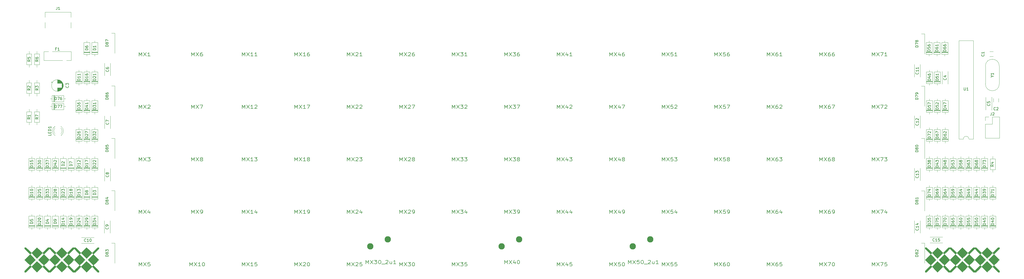
<source format=gbr>
G04 #@! TF.GenerationSoftware,KiCad,Pcbnew,8.0.7*
G04 #@! TF.CreationDate,2025-01-04T22:40:08+01:00*
G04 #@! TF.ProjectId,orthgyle,6f727468-6779-46c6-952e-6b696361645f,1*
G04 #@! TF.SameCoordinates,Original*
G04 #@! TF.FileFunction,Legend,Top*
G04 #@! TF.FilePolarity,Positive*
%FSLAX46Y46*%
G04 Gerber Fmt 4.6, Leading zero omitted, Abs format (unit mm)*
G04 Created by KiCad (PCBNEW 8.0.7) date 2025-01-04 22:40:08*
%MOMM*%
%LPD*%
G01*
G04 APERTURE LIST*
%ADD10C,0.150000*%
%ADD11C,0.203200*%
%ADD12C,0.120000*%
%ADD13C,2.286000*%
G04 APERTURE END LIST*
D10*
X36769034Y-148781452D02*
X35769034Y-148781452D01*
X35769034Y-148781452D02*
X35769034Y-148543357D01*
X35769034Y-148543357D02*
X35816653Y-148400500D01*
X35816653Y-148400500D02*
X35911891Y-148305262D01*
X35911891Y-148305262D02*
X36007129Y-148257643D01*
X36007129Y-148257643D02*
X36197605Y-148210024D01*
X36197605Y-148210024D02*
X36340462Y-148210024D01*
X36340462Y-148210024D02*
X36530938Y-148257643D01*
X36530938Y-148257643D02*
X36626176Y-148305262D01*
X36626176Y-148305262D02*
X36721415Y-148400500D01*
X36721415Y-148400500D02*
X36769034Y-148543357D01*
X36769034Y-148543357D02*
X36769034Y-148781452D01*
X36769034Y-147257643D02*
X36769034Y-147829071D01*
X36769034Y-147543357D02*
X35769034Y-147543357D01*
X35769034Y-147543357D02*
X35911891Y-147638595D01*
X35911891Y-147638595D02*
X36007129Y-147733833D01*
X36007129Y-147733833D02*
X36054748Y-147829071D01*
X35769034Y-146352881D02*
X35769034Y-146829071D01*
X35769034Y-146829071D02*
X36245224Y-146876690D01*
X36245224Y-146876690D02*
X36197605Y-146829071D01*
X36197605Y-146829071D02*
X36149986Y-146733833D01*
X36149986Y-146733833D02*
X36149986Y-146495738D01*
X36149986Y-146495738D02*
X36197605Y-146400500D01*
X36197605Y-146400500D02*
X36245224Y-146352881D01*
X36245224Y-146352881D02*
X36340462Y-146305262D01*
X36340462Y-146305262D02*
X36578557Y-146305262D01*
X36578557Y-146305262D02*
X36673795Y-146352881D01*
X36673795Y-146352881D02*
X36721415Y-146400500D01*
X36721415Y-146400500D02*
X36769034Y-146495738D01*
X36769034Y-146495738D02*
X36769034Y-146733833D01*
X36769034Y-146733833D02*
X36721415Y-146829071D01*
X36721415Y-146829071D02*
X36673795Y-146876690D01*
D11*
X207937304Y-165669118D02*
X207937304Y-164399118D01*
X207937304Y-164399118D02*
X208445304Y-165306261D01*
X208445304Y-165306261D02*
X208953304Y-164399118D01*
X208953304Y-164399118D02*
X208953304Y-165669118D01*
X209533875Y-164399118D02*
X210549875Y-165669118D01*
X210549875Y-164399118D02*
X209533875Y-165669118D01*
X210985304Y-164399118D02*
X211928732Y-164399118D01*
X211928732Y-164399118D02*
X211420732Y-164882927D01*
X211420732Y-164882927D02*
X211638447Y-164882927D01*
X211638447Y-164882927D02*
X211783590Y-164943403D01*
X211783590Y-164943403D02*
X211856161Y-165003880D01*
X211856161Y-165003880D02*
X211928732Y-165124832D01*
X211928732Y-165124832D02*
X211928732Y-165427213D01*
X211928732Y-165427213D02*
X211856161Y-165548165D01*
X211856161Y-165548165D02*
X211783590Y-165608642D01*
X211783590Y-165608642D02*
X211638447Y-165669118D01*
X211638447Y-165669118D02*
X211203018Y-165669118D01*
X211203018Y-165669118D02*
X211057875Y-165608642D01*
X211057875Y-165608642D02*
X210985304Y-165548165D01*
X212654447Y-165669118D02*
X212944733Y-165669118D01*
X212944733Y-165669118D02*
X213089876Y-165608642D01*
X213089876Y-165608642D02*
X213162447Y-165548165D01*
X213162447Y-165548165D02*
X213307590Y-165366737D01*
X213307590Y-165366737D02*
X213380161Y-165124832D01*
X213380161Y-165124832D02*
X213380161Y-164641022D01*
X213380161Y-164641022D02*
X213307590Y-164520070D01*
X213307590Y-164520070D02*
X213235019Y-164459594D01*
X213235019Y-164459594D02*
X213089876Y-164399118D01*
X213089876Y-164399118D02*
X212799590Y-164399118D01*
X212799590Y-164399118D02*
X212654447Y-164459594D01*
X212654447Y-164459594D02*
X212581876Y-164520070D01*
X212581876Y-164520070D02*
X212509304Y-164641022D01*
X212509304Y-164641022D02*
X212509304Y-164943403D01*
X212509304Y-164943403D02*
X212581876Y-165064356D01*
X212581876Y-165064356D02*
X212654447Y-165124832D01*
X212654447Y-165124832D02*
X212799590Y-165185308D01*
X212799590Y-165185308D02*
X213089876Y-165185308D01*
X213089876Y-165185308D02*
X213235019Y-165124832D01*
X213235019Y-165124832D02*
X213307590Y-165064356D01*
X213307590Y-165064356D02*
X213380161Y-164943403D01*
D10*
X376812266Y-159258944D02*
X375812266Y-159258944D01*
X375812266Y-159258944D02*
X375812266Y-159020849D01*
X375812266Y-159020849D02*
X375859885Y-158877992D01*
X375859885Y-158877992D02*
X375955123Y-158782754D01*
X375955123Y-158782754D02*
X376050361Y-158735135D01*
X376050361Y-158735135D02*
X376240837Y-158687516D01*
X376240837Y-158687516D02*
X376383694Y-158687516D01*
X376383694Y-158687516D02*
X376574170Y-158735135D01*
X376574170Y-158735135D02*
X376669408Y-158782754D01*
X376669408Y-158782754D02*
X376764647Y-158877992D01*
X376764647Y-158877992D02*
X376812266Y-159020849D01*
X376812266Y-159020849D02*
X376812266Y-159258944D01*
X376145599Y-157830373D02*
X376812266Y-157830373D01*
X375764647Y-158068468D02*
X376478932Y-158306563D01*
X376478932Y-158306563D02*
X376478932Y-157687516D01*
X376812266Y-157258944D02*
X376812266Y-157068468D01*
X376812266Y-157068468D02*
X376764647Y-156973230D01*
X376764647Y-156973230D02*
X376717027Y-156925611D01*
X376717027Y-156925611D02*
X376574170Y-156830373D01*
X376574170Y-156830373D02*
X376383694Y-156782754D01*
X376383694Y-156782754D02*
X376002742Y-156782754D01*
X376002742Y-156782754D02*
X375907504Y-156830373D01*
X375907504Y-156830373D02*
X375859885Y-156877992D01*
X375859885Y-156877992D02*
X375812266Y-156973230D01*
X375812266Y-156973230D02*
X375812266Y-157163706D01*
X375812266Y-157163706D02*
X375859885Y-157258944D01*
X375859885Y-157258944D02*
X375907504Y-157306563D01*
X375907504Y-157306563D02*
X376002742Y-157354182D01*
X376002742Y-157354182D02*
X376240837Y-157354182D01*
X376240837Y-157354182D02*
X376336075Y-157306563D01*
X376336075Y-157306563D02*
X376383694Y-157258944D01*
X376383694Y-157258944D02*
X376431313Y-157163706D01*
X376431313Y-157163706D02*
X376431313Y-156973230D01*
X376431313Y-156973230D02*
X376383694Y-156877992D01*
X376383694Y-156877992D02*
X376336075Y-156830373D01*
X376336075Y-156830373D02*
X376240837Y-156782754D01*
D11*
X188887304Y-165669118D02*
X188887304Y-164399118D01*
X188887304Y-164399118D02*
X189395304Y-165306261D01*
X189395304Y-165306261D02*
X189903304Y-164399118D01*
X189903304Y-164399118D02*
X189903304Y-165669118D01*
X190483875Y-164399118D02*
X191499875Y-165669118D01*
X191499875Y-164399118D02*
X190483875Y-165669118D01*
X191935304Y-164399118D02*
X192878732Y-164399118D01*
X192878732Y-164399118D02*
X192370732Y-164882927D01*
X192370732Y-164882927D02*
X192588447Y-164882927D01*
X192588447Y-164882927D02*
X192733590Y-164943403D01*
X192733590Y-164943403D02*
X192806161Y-165003880D01*
X192806161Y-165003880D02*
X192878732Y-165124832D01*
X192878732Y-165124832D02*
X192878732Y-165427213D01*
X192878732Y-165427213D02*
X192806161Y-165548165D01*
X192806161Y-165548165D02*
X192733590Y-165608642D01*
X192733590Y-165608642D02*
X192588447Y-165669118D01*
X192588447Y-165669118D02*
X192153018Y-165669118D01*
X192153018Y-165669118D02*
X192007875Y-165608642D01*
X192007875Y-165608642D02*
X191935304Y-165548165D01*
X194185019Y-164822451D02*
X194185019Y-165669118D01*
X193822161Y-164338642D02*
X193459304Y-165245784D01*
X193459304Y-165245784D02*
X194402733Y-165245784D01*
X150787304Y-165669118D02*
X150787304Y-164399118D01*
X150787304Y-164399118D02*
X151295304Y-165306261D01*
X151295304Y-165306261D02*
X151803304Y-164399118D01*
X151803304Y-164399118D02*
X151803304Y-165669118D01*
X152383875Y-164399118D02*
X153399875Y-165669118D01*
X153399875Y-164399118D02*
X152383875Y-165669118D01*
X153907875Y-164520070D02*
X153980447Y-164459594D01*
X153980447Y-164459594D02*
X154125590Y-164399118D01*
X154125590Y-164399118D02*
X154488447Y-164399118D01*
X154488447Y-164399118D02*
X154633590Y-164459594D01*
X154633590Y-164459594D02*
X154706161Y-164520070D01*
X154706161Y-164520070D02*
X154778732Y-164641022D01*
X154778732Y-164641022D02*
X154778732Y-164761975D01*
X154778732Y-164761975D02*
X154706161Y-164943403D01*
X154706161Y-164943403D02*
X153835304Y-165669118D01*
X153835304Y-165669118D02*
X154778732Y-165669118D01*
X156085019Y-164822451D02*
X156085019Y-165669118D01*
X155722161Y-164338642D02*
X155359304Y-165245784D01*
X155359304Y-165245784D02*
X156302733Y-165245784D01*
X284137304Y-184719118D02*
X284137304Y-183449118D01*
X284137304Y-183449118D02*
X284645304Y-184356261D01*
X284645304Y-184356261D02*
X285153304Y-183449118D01*
X285153304Y-183449118D02*
X285153304Y-184719118D01*
X285733875Y-183449118D02*
X286749875Y-184719118D01*
X286749875Y-183449118D02*
X285733875Y-184719118D01*
X287983590Y-183449118D02*
X287693304Y-183449118D01*
X287693304Y-183449118D02*
X287548161Y-183509594D01*
X287548161Y-183509594D02*
X287475590Y-183570070D01*
X287475590Y-183570070D02*
X287330447Y-183751499D01*
X287330447Y-183751499D02*
X287257875Y-183993403D01*
X287257875Y-183993403D02*
X287257875Y-184477213D01*
X287257875Y-184477213D02*
X287330447Y-184598165D01*
X287330447Y-184598165D02*
X287403018Y-184658642D01*
X287403018Y-184658642D02*
X287548161Y-184719118D01*
X287548161Y-184719118D02*
X287838447Y-184719118D01*
X287838447Y-184719118D02*
X287983590Y-184658642D01*
X287983590Y-184658642D02*
X288056161Y-184598165D01*
X288056161Y-184598165D02*
X288128732Y-184477213D01*
X288128732Y-184477213D02*
X288128732Y-184174832D01*
X288128732Y-184174832D02*
X288056161Y-184053880D01*
X288056161Y-184053880D02*
X287983590Y-183993403D01*
X287983590Y-183993403D02*
X287838447Y-183932927D01*
X287838447Y-183932927D02*
X287548161Y-183932927D01*
X287548161Y-183932927D02*
X287403018Y-183993403D01*
X287403018Y-183993403D02*
X287330447Y-184053880D01*
X287330447Y-184053880D02*
X287257875Y-184174832D01*
X289072161Y-183449118D02*
X289217304Y-183449118D01*
X289217304Y-183449118D02*
X289362447Y-183509594D01*
X289362447Y-183509594D02*
X289435019Y-183570070D01*
X289435019Y-183570070D02*
X289507590Y-183691022D01*
X289507590Y-183691022D02*
X289580161Y-183932927D01*
X289580161Y-183932927D02*
X289580161Y-184235308D01*
X289580161Y-184235308D02*
X289507590Y-184477213D01*
X289507590Y-184477213D02*
X289435019Y-184598165D01*
X289435019Y-184598165D02*
X289362447Y-184658642D01*
X289362447Y-184658642D02*
X289217304Y-184719118D01*
X289217304Y-184719118D02*
X289072161Y-184719118D01*
X289072161Y-184719118D02*
X288927019Y-184658642D01*
X288927019Y-184658642D02*
X288854447Y-184598165D01*
X288854447Y-184598165D02*
X288781876Y-184477213D01*
X288781876Y-184477213D02*
X288709304Y-184235308D01*
X288709304Y-184235308D02*
X288709304Y-183932927D01*
X288709304Y-183932927D02*
X288781876Y-183691022D01*
X288781876Y-183691022D02*
X288854447Y-183570070D01*
X288854447Y-183570070D02*
X288927019Y-183509594D01*
X288927019Y-183509594D02*
X289072161Y-183449118D01*
D10*
X48199766Y-169736444D02*
X47199766Y-169736444D01*
X47199766Y-169736444D02*
X47199766Y-169498349D01*
X47199766Y-169498349D02*
X47247385Y-169355492D01*
X47247385Y-169355492D02*
X47342623Y-169260254D01*
X47342623Y-169260254D02*
X47437861Y-169212635D01*
X47437861Y-169212635D02*
X47628337Y-169165016D01*
X47628337Y-169165016D02*
X47771194Y-169165016D01*
X47771194Y-169165016D02*
X47961670Y-169212635D01*
X47961670Y-169212635D02*
X48056908Y-169260254D01*
X48056908Y-169260254D02*
X48152147Y-169355492D01*
X48152147Y-169355492D02*
X48199766Y-169498349D01*
X48199766Y-169498349D02*
X48199766Y-169736444D01*
X48199766Y-168212635D02*
X48199766Y-168784063D01*
X48199766Y-168498349D02*
X47199766Y-168498349D01*
X47199766Y-168498349D02*
X47342623Y-168593587D01*
X47342623Y-168593587D02*
X47437861Y-168688825D01*
X47437861Y-168688825D02*
X47485480Y-168784063D01*
X47533099Y-167355492D02*
X48199766Y-167355492D01*
X47152147Y-167593587D02*
X47866432Y-167831682D01*
X47866432Y-167831682D02*
X47866432Y-167212635D01*
X385504561Y-159259012D02*
X384504561Y-159259012D01*
X384504561Y-159259012D02*
X384504561Y-159020917D01*
X384504561Y-159020917D02*
X384552180Y-158878060D01*
X384552180Y-158878060D02*
X384647418Y-158782822D01*
X384647418Y-158782822D02*
X384742656Y-158735203D01*
X384742656Y-158735203D02*
X384933132Y-158687584D01*
X384933132Y-158687584D02*
X385075989Y-158687584D01*
X385075989Y-158687584D02*
X385266465Y-158735203D01*
X385266465Y-158735203D02*
X385361703Y-158782822D01*
X385361703Y-158782822D02*
X385456942Y-158878060D01*
X385456942Y-158878060D02*
X385504561Y-159020917D01*
X385504561Y-159020917D02*
X385504561Y-159259012D01*
X384504561Y-158354250D02*
X384504561Y-157687584D01*
X384504561Y-157687584D02*
X385504561Y-158116155D01*
X385504561Y-156782822D02*
X385504561Y-157354250D01*
X385504561Y-157068536D02*
X384504561Y-157068536D01*
X384504561Y-157068536D02*
X384647418Y-157163774D01*
X384647418Y-157163774D02*
X384742656Y-157259012D01*
X384742656Y-157259012D02*
X384790275Y-157354250D01*
D11*
X284137304Y-165669118D02*
X284137304Y-164399118D01*
X284137304Y-164399118D02*
X284645304Y-165306261D01*
X284645304Y-165306261D02*
X285153304Y-164399118D01*
X285153304Y-164399118D02*
X285153304Y-165669118D01*
X285733875Y-164399118D02*
X286749875Y-165669118D01*
X286749875Y-164399118D02*
X285733875Y-165669118D01*
X288056161Y-164399118D02*
X287330447Y-164399118D01*
X287330447Y-164399118D02*
X287257875Y-165003880D01*
X287257875Y-165003880D02*
X287330447Y-164943403D01*
X287330447Y-164943403D02*
X287475590Y-164882927D01*
X287475590Y-164882927D02*
X287838447Y-164882927D01*
X287838447Y-164882927D02*
X287983590Y-164943403D01*
X287983590Y-164943403D02*
X288056161Y-165003880D01*
X288056161Y-165003880D02*
X288128732Y-165124832D01*
X288128732Y-165124832D02*
X288128732Y-165427213D01*
X288128732Y-165427213D02*
X288056161Y-165548165D01*
X288056161Y-165548165D02*
X287983590Y-165608642D01*
X287983590Y-165608642D02*
X287838447Y-165669118D01*
X287838447Y-165669118D02*
X287475590Y-165669118D01*
X287475590Y-165669118D02*
X287330447Y-165608642D01*
X287330447Y-165608642D02*
X287257875Y-165548165D01*
X288854447Y-165669118D02*
X289144733Y-165669118D01*
X289144733Y-165669118D02*
X289289876Y-165608642D01*
X289289876Y-165608642D02*
X289362447Y-165548165D01*
X289362447Y-165548165D02*
X289507590Y-165366737D01*
X289507590Y-165366737D02*
X289580161Y-165124832D01*
X289580161Y-165124832D02*
X289580161Y-164641022D01*
X289580161Y-164641022D02*
X289507590Y-164520070D01*
X289507590Y-164520070D02*
X289435019Y-164459594D01*
X289435019Y-164459594D02*
X289289876Y-164399118D01*
X289289876Y-164399118D02*
X288999590Y-164399118D01*
X288999590Y-164399118D02*
X288854447Y-164459594D01*
X288854447Y-164459594D02*
X288781876Y-164520070D01*
X288781876Y-164520070D02*
X288709304Y-164641022D01*
X288709304Y-164641022D02*
X288709304Y-164943403D01*
X288709304Y-164943403D02*
X288781876Y-165064356D01*
X288781876Y-165064356D02*
X288854447Y-165124832D01*
X288854447Y-165124832D02*
X288999590Y-165185308D01*
X288999590Y-165185308D02*
X289289876Y-165185308D01*
X289289876Y-165185308D02*
X289435019Y-165124832D01*
X289435019Y-165124832D02*
X289507590Y-165064356D01*
X289507590Y-165064356D02*
X289580161Y-164943403D01*
D10*
X51056630Y-148305261D02*
X50056630Y-148305261D01*
X50056630Y-148305261D02*
X50056630Y-148067166D01*
X50056630Y-148067166D02*
X50104249Y-147924309D01*
X50104249Y-147924309D02*
X50199487Y-147829071D01*
X50199487Y-147829071D02*
X50294725Y-147781452D01*
X50294725Y-147781452D02*
X50485201Y-147733833D01*
X50485201Y-147733833D02*
X50628058Y-147733833D01*
X50628058Y-147733833D02*
X50818534Y-147781452D01*
X50818534Y-147781452D02*
X50913772Y-147829071D01*
X50913772Y-147829071D02*
X51009011Y-147924309D01*
X51009011Y-147924309D02*
X51056630Y-148067166D01*
X51056630Y-148067166D02*
X51056630Y-148305261D01*
X50056630Y-147400499D02*
X50056630Y-146733833D01*
X50056630Y-146733833D02*
X51056630Y-147162404D01*
X365382914Y-169736540D02*
X364382914Y-169736540D01*
X364382914Y-169736540D02*
X364382914Y-169498445D01*
X364382914Y-169498445D02*
X364430533Y-169355588D01*
X364430533Y-169355588D02*
X364525771Y-169260350D01*
X364525771Y-169260350D02*
X364621009Y-169212731D01*
X364621009Y-169212731D02*
X364811485Y-169165112D01*
X364811485Y-169165112D02*
X364954342Y-169165112D01*
X364954342Y-169165112D02*
X365144818Y-169212731D01*
X365144818Y-169212731D02*
X365240056Y-169260350D01*
X365240056Y-169260350D02*
X365335295Y-169355588D01*
X365335295Y-169355588D02*
X365382914Y-169498445D01*
X365382914Y-169498445D02*
X365382914Y-169736540D01*
X364382914Y-168831778D02*
X364382914Y-168165112D01*
X364382914Y-168165112D02*
X365382914Y-168593683D01*
X364382914Y-167307969D02*
X364382914Y-167784159D01*
X364382914Y-167784159D02*
X364859104Y-167831778D01*
X364859104Y-167831778D02*
X364811485Y-167784159D01*
X364811485Y-167784159D02*
X364763866Y-167688921D01*
X364763866Y-167688921D02*
X364763866Y-167450826D01*
X364763866Y-167450826D02*
X364811485Y-167355588D01*
X364811485Y-167355588D02*
X364859104Y-167307969D01*
X364859104Y-167307969D02*
X364954342Y-167260350D01*
X364954342Y-167260350D02*
X365192437Y-167260350D01*
X365192437Y-167260350D02*
X365287675Y-167307969D01*
X365287675Y-167307969D02*
X365335295Y-167355588D01*
X365335295Y-167355588D02*
X365382914Y-167450826D01*
X365382914Y-167450826D02*
X365382914Y-167688921D01*
X365382914Y-167688921D02*
X365335295Y-167784159D01*
X365335295Y-167784159D02*
X365287675Y-167831778D01*
D11*
X75313018Y-146619118D02*
X75313018Y-145349118D01*
X75313018Y-145349118D02*
X75821018Y-146256261D01*
X75821018Y-146256261D02*
X76329018Y-145349118D01*
X76329018Y-145349118D02*
X76329018Y-146619118D01*
X76909589Y-145349118D02*
X77925589Y-146619118D01*
X77925589Y-145349118D02*
X76909589Y-146619118D01*
X78361018Y-145349118D02*
X79304446Y-145349118D01*
X79304446Y-145349118D02*
X78796446Y-145832927D01*
X78796446Y-145832927D02*
X79014161Y-145832927D01*
X79014161Y-145832927D02*
X79159304Y-145893403D01*
X79159304Y-145893403D02*
X79231875Y-145953880D01*
X79231875Y-145953880D02*
X79304446Y-146074832D01*
X79304446Y-146074832D02*
X79304446Y-146377213D01*
X79304446Y-146377213D02*
X79231875Y-146498165D01*
X79231875Y-146498165D02*
X79159304Y-146558642D01*
X79159304Y-146558642D02*
X79014161Y-146619118D01*
X79014161Y-146619118D02*
X78578732Y-146619118D01*
X78578732Y-146619118D02*
X78433589Y-146558642D01*
X78433589Y-146558642D02*
X78361018Y-146498165D01*
D10*
X53914130Y-148781452D02*
X52914130Y-148781452D01*
X52914130Y-148781452D02*
X52914130Y-148543357D01*
X52914130Y-148543357D02*
X52961749Y-148400500D01*
X52961749Y-148400500D02*
X53056987Y-148305262D01*
X53056987Y-148305262D02*
X53152225Y-148257643D01*
X53152225Y-148257643D02*
X53342701Y-148210024D01*
X53342701Y-148210024D02*
X53485558Y-148210024D01*
X53485558Y-148210024D02*
X53676034Y-148257643D01*
X53676034Y-148257643D02*
X53771272Y-148305262D01*
X53771272Y-148305262D02*
X53866511Y-148400500D01*
X53866511Y-148400500D02*
X53914130Y-148543357D01*
X53914130Y-148543357D02*
X53914130Y-148781452D01*
X53914130Y-147257643D02*
X53914130Y-147829071D01*
X53914130Y-147543357D02*
X52914130Y-147543357D01*
X52914130Y-147543357D02*
X53056987Y-147638595D01*
X53056987Y-147638595D02*
X53152225Y-147733833D01*
X53152225Y-147733833D02*
X53199844Y-147829071D01*
X53009368Y-146876690D02*
X52961749Y-146829071D01*
X52961749Y-146829071D02*
X52914130Y-146733833D01*
X52914130Y-146733833D02*
X52914130Y-146495738D01*
X52914130Y-146495738D02*
X52961749Y-146400500D01*
X52961749Y-146400500D02*
X53009368Y-146352881D01*
X53009368Y-146352881D02*
X53104606Y-146305262D01*
X53104606Y-146305262D02*
X53199844Y-146305262D01*
X53199844Y-146305262D02*
X53342701Y-146352881D01*
X53342701Y-146352881D02*
X53914130Y-146924309D01*
X53914130Y-146924309D02*
X53914130Y-146305262D01*
X53914106Y-117348944D02*
X52914106Y-117348944D01*
X52914106Y-117348944D02*
X52914106Y-117110849D01*
X52914106Y-117110849D02*
X52961725Y-116967992D01*
X52961725Y-116967992D02*
X53056963Y-116872754D01*
X53056963Y-116872754D02*
X53152201Y-116825135D01*
X53152201Y-116825135D02*
X53342677Y-116777516D01*
X53342677Y-116777516D02*
X53485534Y-116777516D01*
X53485534Y-116777516D02*
X53676010Y-116825135D01*
X53676010Y-116825135D02*
X53771248Y-116872754D01*
X53771248Y-116872754D02*
X53866487Y-116967992D01*
X53866487Y-116967992D02*
X53914106Y-117110849D01*
X53914106Y-117110849D02*
X53914106Y-117348944D01*
X53914106Y-115825135D02*
X53914106Y-116396563D01*
X53914106Y-116110849D02*
X52914106Y-116110849D01*
X52914106Y-116110849D02*
X53056963Y-116206087D01*
X53056963Y-116206087D02*
X53152201Y-116301325D01*
X53152201Y-116301325D02*
X53199820Y-116396563D01*
X53914106Y-114872754D02*
X53914106Y-115444182D01*
X53914106Y-115158468D02*
X52914106Y-115158468D01*
X52914106Y-115158468D02*
X53056963Y-115253706D01*
X53056963Y-115253706D02*
X53152201Y-115348944D01*
X53152201Y-115348944D02*
X53199820Y-115444182D01*
X383980566Y-125897194D02*
X384028186Y-125944813D01*
X384028186Y-125944813D02*
X384075805Y-126087670D01*
X384075805Y-126087670D02*
X384075805Y-126182908D01*
X384075805Y-126182908D02*
X384028186Y-126325765D01*
X384028186Y-126325765D02*
X383932947Y-126421003D01*
X383932947Y-126421003D02*
X383837709Y-126468622D01*
X383837709Y-126468622D02*
X383647233Y-126516241D01*
X383647233Y-126516241D02*
X383504376Y-126516241D01*
X383504376Y-126516241D02*
X383313900Y-126468622D01*
X383313900Y-126468622D02*
X383218662Y-126421003D01*
X383218662Y-126421003D02*
X383123424Y-126325765D01*
X383123424Y-126325765D02*
X383075805Y-126182908D01*
X383075805Y-126182908D02*
X383075805Y-126087670D01*
X383075805Y-126087670D02*
X383123424Y-125944813D01*
X383123424Y-125944813D02*
X383171043Y-125897194D01*
X383075805Y-124992432D02*
X383075805Y-125468622D01*
X383075805Y-125468622D02*
X383551995Y-125516241D01*
X383551995Y-125516241D02*
X383504376Y-125468622D01*
X383504376Y-125468622D02*
X383456757Y-125373384D01*
X383456757Y-125373384D02*
X383456757Y-125135289D01*
X383456757Y-125135289D02*
X383504376Y-125040051D01*
X383504376Y-125040051D02*
X383551995Y-124992432D01*
X383551995Y-124992432D02*
X383647233Y-124944813D01*
X383647233Y-124944813D02*
X383885328Y-124944813D01*
X383885328Y-124944813D02*
X383980566Y-124992432D01*
X383980566Y-124992432D02*
X384028186Y-125040051D01*
X384028186Y-125040051D02*
X384075805Y-125135289D01*
X384075805Y-125135289D02*
X384075805Y-125373384D01*
X384075805Y-125373384D02*
X384028186Y-125468622D01*
X384028186Y-125468622D02*
X383980566Y-125516241D01*
X382527986Y-169736540D02*
X381527986Y-169736540D01*
X381527986Y-169736540D02*
X381527986Y-169498445D01*
X381527986Y-169498445D02*
X381575605Y-169355588D01*
X381575605Y-169355588D02*
X381670843Y-169260350D01*
X381670843Y-169260350D02*
X381766081Y-169212731D01*
X381766081Y-169212731D02*
X381956557Y-169165112D01*
X381956557Y-169165112D02*
X382099414Y-169165112D01*
X382099414Y-169165112D02*
X382289890Y-169212731D01*
X382289890Y-169212731D02*
X382385128Y-169260350D01*
X382385128Y-169260350D02*
X382480367Y-169355588D01*
X382480367Y-169355588D02*
X382527986Y-169498445D01*
X382527986Y-169498445D02*
X382527986Y-169736540D01*
X381861319Y-168307969D02*
X382527986Y-168307969D01*
X381480367Y-168546064D02*
X382194652Y-168784159D01*
X382194652Y-168784159D02*
X382194652Y-168165112D01*
X381527986Y-167307969D02*
X381527986Y-167784159D01*
X381527986Y-167784159D02*
X382004176Y-167831778D01*
X382004176Y-167831778D02*
X381956557Y-167784159D01*
X381956557Y-167784159D02*
X381908938Y-167688921D01*
X381908938Y-167688921D02*
X381908938Y-167450826D01*
X381908938Y-167450826D02*
X381956557Y-167355588D01*
X381956557Y-167355588D02*
X382004176Y-167307969D01*
X382004176Y-167307969D02*
X382099414Y-167260350D01*
X382099414Y-167260350D02*
X382337509Y-167260350D01*
X382337509Y-167260350D02*
X382432747Y-167307969D01*
X382432747Y-167307969D02*
X382480367Y-167355588D01*
X382480367Y-167355588D02*
X382527986Y-167450826D01*
X382527986Y-167450826D02*
X382527986Y-167688921D01*
X382527986Y-167688921D02*
X382480367Y-167784159D01*
X382480367Y-167784159D02*
X382432747Y-167831778D01*
X358017266Y-124256444D02*
X357017266Y-124256444D01*
X357017266Y-124256444D02*
X357017266Y-124018349D01*
X357017266Y-124018349D02*
X357064885Y-123875492D01*
X357064885Y-123875492D02*
X357160123Y-123780254D01*
X357160123Y-123780254D02*
X357255361Y-123732635D01*
X357255361Y-123732635D02*
X357445837Y-123685016D01*
X357445837Y-123685016D02*
X357588694Y-123685016D01*
X357588694Y-123685016D02*
X357779170Y-123732635D01*
X357779170Y-123732635D02*
X357874408Y-123780254D01*
X357874408Y-123780254D02*
X357969647Y-123875492D01*
X357969647Y-123875492D02*
X358017266Y-124018349D01*
X358017266Y-124018349D02*
X358017266Y-124256444D01*
X357017266Y-123351682D02*
X357017266Y-122685016D01*
X357017266Y-122685016D02*
X358017266Y-123113587D01*
X358017266Y-122256444D02*
X358017266Y-122065968D01*
X358017266Y-122065968D02*
X357969647Y-121970730D01*
X357969647Y-121970730D02*
X357922027Y-121923111D01*
X357922027Y-121923111D02*
X357779170Y-121827873D01*
X357779170Y-121827873D02*
X357588694Y-121780254D01*
X357588694Y-121780254D02*
X357207742Y-121780254D01*
X357207742Y-121780254D02*
X357112504Y-121827873D01*
X357112504Y-121827873D02*
X357064885Y-121875492D01*
X357064885Y-121875492D02*
X357017266Y-121970730D01*
X357017266Y-121970730D02*
X357017266Y-122161206D01*
X357017266Y-122161206D02*
X357064885Y-122256444D01*
X357064885Y-122256444D02*
X357112504Y-122304063D01*
X357112504Y-122304063D02*
X357207742Y-122351682D01*
X357207742Y-122351682D02*
X357445837Y-122351682D01*
X357445837Y-122351682D02*
X357541075Y-122304063D01*
X357541075Y-122304063D02*
X357588694Y-122256444D01*
X357588694Y-122256444D02*
X357636313Y-122161206D01*
X357636313Y-122161206D02*
X357636313Y-121970730D01*
X357636313Y-121970730D02*
X357588694Y-121875492D01*
X357588694Y-121875492D02*
X357541075Y-121827873D01*
X357541075Y-121827873D02*
X357445837Y-121780254D01*
X59629130Y-127826364D02*
X58629130Y-127826364D01*
X58629130Y-127826364D02*
X58629130Y-127588269D01*
X58629130Y-127588269D02*
X58676749Y-127445412D01*
X58676749Y-127445412D02*
X58771987Y-127350174D01*
X58771987Y-127350174D02*
X58867225Y-127302555D01*
X58867225Y-127302555D02*
X59057701Y-127254936D01*
X59057701Y-127254936D02*
X59200558Y-127254936D01*
X59200558Y-127254936D02*
X59391034Y-127302555D01*
X59391034Y-127302555D02*
X59486272Y-127350174D01*
X59486272Y-127350174D02*
X59581511Y-127445412D01*
X59581511Y-127445412D02*
X59629130Y-127588269D01*
X59629130Y-127588269D02*
X59629130Y-127826364D01*
X58629130Y-126921602D02*
X58629130Y-126302555D01*
X58629130Y-126302555D02*
X59010082Y-126635888D01*
X59010082Y-126635888D02*
X59010082Y-126493031D01*
X59010082Y-126493031D02*
X59057701Y-126397793D01*
X59057701Y-126397793D02*
X59105320Y-126350174D01*
X59105320Y-126350174D02*
X59200558Y-126302555D01*
X59200558Y-126302555D02*
X59438653Y-126302555D01*
X59438653Y-126302555D02*
X59533891Y-126350174D01*
X59533891Y-126350174D02*
X59581511Y-126397793D01*
X59581511Y-126397793D02*
X59629130Y-126493031D01*
X59629130Y-126493031D02*
X59629130Y-126778745D01*
X59629130Y-126778745D02*
X59581511Y-126873983D01*
X59581511Y-126873983D02*
X59533891Y-126921602D01*
X59629130Y-125350174D02*
X59629130Y-125921602D01*
X59629130Y-125635888D02*
X58629130Y-125635888D01*
X58629130Y-125635888D02*
X58771987Y-125731126D01*
X58771987Y-125731126D02*
X58867225Y-125826364D01*
X58867225Y-125826364D02*
X58914844Y-125921602D01*
X48199118Y-159258912D02*
X47199118Y-159258912D01*
X47199118Y-159258912D02*
X47199118Y-159020817D01*
X47199118Y-159020817D02*
X47246737Y-158877960D01*
X47246737Y-158877960D02*
X47341975Y-158782722D01*
X47341975Y-158782722D02*
X47437213Y-158735103D01*
X47437213Y-158735103D02*
X47627689Y-158687484D01*
X47627689Y-158687484D02*
X47770546Y-158687484D01*
X47770546Y-158687484D02*
X47961022Y-158735103D01*
X47961022Y-158735103D02*
X48056260Y-158782722D01*
X48056260Y-158782722D02*
X48151499Y-158877960D01*
X48151499Y-158877960D02*
X48199118Y-159020817D01*
X48199118Y-159020817D02*
X48199118Y-159258912D01*
X47294356Y-158306531D02*
X47246737Y-158258912D01*
X47246737Y-158258912D02*
X47199118Y-158163674D01*
X47199118Y-158163674D02*
X47199118Y-157925579D01*
X47199118Y-157925579D02*
X47246737Y-157830341D01*
X47246737Y-157830341D02*
X47294356Y-157782722D01*
X47294356Y-157782722D02*
X47389594Y-157735103D01*
X47389594Y-157735103D02*
X47484832Y-157735103D01*
X47484832Y-157735103D02*
X47627689Y-157782722D01*
X47627689Y-157782722D02*
X48199118Y-158354150D01*
X48199118Y-158354150D02*
X48199118Y-157735103D01*
X47199118Y-157401769D02*
X47199118Y-156782722D01*
X47199118Y-156782722D02*
X47580070Y-157116055D01*
X47580070Y-157116055D02*
X47580070Y-156973198D01*
X47580070Y-156973198D02*
X47627689Y-156877960D01*
X47627689Y-156877960D02*
X47675308Y-156830341D01*
X47675308Y-156830341D02*
X47770546Y-156782722D01*
X47770546Y-156782722D02*
X48008641Y-156782722D01*
X48008641Y-156782722D02*
X48103879Y-156830341D01*
X48103879Y-156830341D02*
X48151499Y-156877960D01*
X48151499Y-156877960D02*
X48199118Y-156973198D01*
X48199118Y-156973198D02*
X48199118Y-157258912D01*
X48199118Y-157258912D02*
X48151499Y-157354150D01*
X48151499Y-157354150D02*
X48103879Y-157401769D01*
X39626546Y-169736540D02*
X38626546Y-169736540D01*
X38626546Y-169736540D02*
X38626546Y-169498445D01*
X38626546Y-169498445D02*
X38674165Y-169355588D01*
X38674165Y-169355588D02*
X38769403Y-169260350D01*
X38769403Y-169260350D02*
X38864641Y-169212731D01*
X38864641Y-169212731D02*
X39055117Y-169165112D01*
X39055117Y-169165112D02*
X39197974Y-169165112D01*
X39197974Y-169165112D02*
X39388450Y-169212731D01*
X39388450Y-169212731D02*
X39483688Y-169260350D01*
X39483688Y-169260350D02*
X39578927Y-169355588D01*
X39578927Y-169355588D02*
X39626546Y-169498445D01*
X39626546Y-169498445D02*
X39626546Y-169736540D01*
X38721784Y-168784159D02*
X38674165Y-168736540D01*
X38674165Y-168736540D02*
X38626546Y-168641302D01*
X38626546Y-168641302D02*
X38626546Y-168403207D01*
X38626546Y-168403207D02*
X38674165Y-168307969D01*
X38674165Y-168307969D02*
X38721784Y-168260350D01*
X38721784Y-168260350D02*
X38817022Y-168212731D01*
X38817022Y-168212731D02*
X38912260Y-168212731D01*
X38912260Y-168212731D02*
X39055117Y-168260350D01*
X39055117Y-168260350D02*
X39626546Y-168831778D01*
X39626546Y-168831778D02*
X39626546Y-168212731D01*
X38626546Y-167593683D02*
X38626546Y-167498445D01*
X38626546Y-167498445D02*
X38674165Y-167403207D01*
X38674165Y-167403207D02*
X38721784Y-167355588D01*
X38721784Y-167355588D02*
X38817022Y-167307969D01*
X38817022Y-167307969D02*
X39007498Y-167260350D01*
X39007498Y-167260350D02*
X39245593Y-167260350D01*
X39245593Y-167260350D02*
X39436069Y-167307969D01*
X39436069Y-167307969D02*
X39531307Y-167355588D01*
X39531307Y-167355588D02*
X39578927Y-167403207D01*
X39578927Y-167403207D02*
X39626546Y-167498445D01*
X39626546Y-167498445D02*
X39626546Y-167593683D01*
X39626546Y-167593683D02*
X39578927Y-167688921D01*
X39578927Y-167688921D02*
X39531307Y-167736540D01*
X39531307Y-167736540D02*
X39436069Y-167784159D01*
X39436069Y-167784159D02*
X39245593Y-167831778D01*
X39245593Y-167831778D02*
X39007498Y-167831778D01*
X39007498Y-167831778D02*
X38817022Y-167784159D01*
X38817022Y-167784159D02*
X38721784Y-167736540D01*
X38721784Y-167736540D02*
X38674165Y-167688921D01*
X38674165Y-167688921D02*
X38626546Y-167593683D01*
D11*
X246037304Y-184719118D02*
X246037304Y-183449118D01*
X246037304Y-183449118D02*
X246545304Y-184356261D01*
X246545304Y-184356261D02*
X247053304Y-183449118D01*
X247053304Y-183449118D02*
X247053304Y-184719118D01*
X247633875Y-183449118D02*
X248649875Y-184719118D01*
X248649875Y-183449118D02*
X247633875Y-184719118D01*
X249956161Y-183449118D02*
X249230447Y-183449118D01*
X249230447Y-183449118D02*
X249157875Y-184053880D01*
X249157875Y-184053880D02*
X249230447Y-183993403D01*
X249230447Y-183993403D02*
X249375590Y-183932927D01*
X249375590Y-183932927D02*
X249738447Y-183932927D01*
X249738447Y-183932927D02*
X249883590Y-183993403D01*
X249883590Y-183993403D02*
X249956161Y-184053880D01*
X249956161Y-184053880D02*
X250028732Y-184174832D01*
X250028732Y-184174832D02*
X250028732Y-184477213D01*
X250028732Y-184477213D02*
X249956161Y-184598165D01*
X249956161Y-184598165D02*
X249883590Y-184658642D01*
X249883590Y-184658642D02*
X249738447Y-184719118D01*
X249738447Y-184719118D02*
X249375590Y-184719118D01*
X249375590Y-184719118D02*
X249230447Y-184658642D01*
X249230447Y-184658642D02*
X249157875Y-184598165D01*
X250972161Y-183449118D02*
X251117304Y-183449118D01*
X251117304Y-183449118D02*
X251262447Y-183509594D01*
X251262447Y-183509594D02*
X251335019Y-183570070D01*
X251335019Y-183570070D02*
X251407590Y-183691022D01*
X251407590Y-183691022D02*
X251480161Y-183932927D01*
X251480161Y-183932927D02*
X251480161Y-184235308D01*
X251480161Y-184235308D02*
X251407590Y-184477213D01*
X251407590Y-184477213D02*
X251335019Y-184598165D01*
X251335019Y-184598165D02*
X251262447Y-184658642D01*
X251262447Y-184658642D02*
X251117304Y-184719118D01*
X251117304Y-184719118D02*
X250972161Y-184719118D01*
X250972161Y-184719118D02*
X250827019Y-184658642D01*
X250827019Y-184658642D02*
X250754447Y-184598165D01*
X250754447Y-184598165D02*
X250681876Y-184477213D01*
X250681876Y-184477213D02*
X250609304Y-184235308D01*
X250609304Y-184235308D02*
X250609304Y-183932927D01*
X250609304Y-183932927D02*
X250681876Y-183691022D01*
X250681876Y-183691022D02*
X250754447Y-183570070D01*
X250754447Y-183570070D02*
X250827019Y-183509594D01*
X250827019Y-183509594D02*
X250972161Y-183449118D01*
D10*
X365382266Y-148781444D02*
X364382266Y-148781444D01*
X364382266Y-148781444D02*
X364382266Y-148543349D01*
X364382266Y-148543349D02*
X364429885Y-148400492D01*
X364429885Y-148400492D02*
X364525123Y-148305254D01*
X364525123Y-148305254D02*
X364620361Y-148257635D01*
X364620361Y-148257635D02*
X364810837Y-148210016D01*
X364810837Y-148210016D02*
X364953694Y-148210016D01*
X364953694Y-148210016D02*
X365144170Y-148257635D01*
X365144170Y-148257635D02*
X365239408Y-148305254D01*
X365239408Y-148305254D02*
X365334647Y-148400492D01*
X365334647Y-148400492D02*
X365382266Y-148543349D01*
X365382266Y-148543349D02*
X365382266Y-148781444D01*
X364715599Y-147352873D02*
X365382266Y-147352873D01*
X364334647Y-147590968D02*
X365048932Y-147829063D01*
X365048932Y-147829063D02*
X365048932Y-147210016D01*
X364382266Y-146924301D02*
X364382266Y-146305254D01*
X364382266Y-146305254D02*
X364763218Y-146638587D01*
X364763218Y-146638587D02*
X364763218Y-146495730D01*
X364763218Y-146495730D02*
X364810837Y-146400492D01*
X364810837Y-146400492D02*
X364858456Y-146352873D01*
X364858456Y-146352873D02*
X364953694Y-146305254D01*
X364953694Y-146305254D02*
X365191789Y-146305254D01*
X365191789Y-146305254D02*
X365287027Y-146352873D01*
X365287027Y-146352873D02*
X365334647Y-146400492D01*
X365334647Y-146400492D02*
X365382266Y-146495730D01*
X365382266Y-146495730D02*
X365382266Y-146781444D01*
X365382266Y-146781444D02*
X365334647Y-146876682D01*
X365334647Y-146876682D02*
X365287027Y-146924301D01*
X362524766Y-117348944D02*
X361524766Y-117348944D01*
X361524766Y-117348944D02*
X361524766Y-117110849D01*
X361524766Y-117110849D02*
X361572385Y-116967992D01*
X361572385Y-116967992D02*
X361667623Y-116872754D01*
X361667623Y-116872754D02*
X361762861Y-116825135D01*
X361762861Y-116825135D02*
X361953337Y-116777516D01*
X361953337Y-116777516D02*
X362096194Y-116777516D01*
X362096194Y-116777516D02*
X362286670Y-116825135D01*
X362286670Y-116825135D02*
X362381908Y-116872754D01*
X362381908Y-116872754D02*
X362477147Y-116967992D01*
X362477147Y-116967992D02*
X362524766Y-117110849D01*
X362524766Y-117110849D02*
X362524766Y-117348944D01*
X361858099Y-115920373D02*
X362524766Y-115920373D01*
X361477147Y-116158468D02*
X362191432Y-116396563D01*
X362191432Y-116396563D02*
X362191432Y-115777516D01*
X361524766Y-114967992D02*
X361524766Y-115158468D01*
X361524766Y-115158468D02*
X361572385Y-115253706D01*
X361572385Y-115253706D02*
X361620004Y-115301325D01*
X361620004Y-115301325D02*
X361762861Y-115396563D01*
X361762861Y-115396563D02*
X361953337Y-115444182D01*
X361953337Y-115444182D02*
X362334289Y-115444182D01*
X362334289Y-115444182D02*
X362429527Y-115396563D01*
X362429527Y-115396563D02*
X362477147Y-115348944D01*
X362477147Y-115348944D02*
X362524766Y-115253706D01*
X362524766Y-115253706D02*
X362524766Y-115063230D01*
X362524766Y-115063230D02*
X362477147Y-114967992D01*
X362477147Y-114967992D02*
X362429527Y-114920373D01*
X362429527Y-114920373D02*
X362334289Y-114872754D01*
X362334289Y-114872754D02*
X362096194Y-114872754D01*
X362096194Y-114872754D02*
X362000956Y-114920373D01*
X362000956Y-114920373D02*
X361953337Y-114967992D01*
X361953337Y-114967992D02*
X361905718Y-115063230D01*
X361905718Y-115063230D02*
X361905718Y-115253706D01*
X361905718Y-115253706D02*
X361953337Y-115348944D01*
X361953337Y-115348944D02*
X362000956Y-115396563D01*
X362000956Y-115396563D02*
X362096194Y-115444182D01*
X358024832Y-171140750D02*
X358072452Y-171188369D01*
X358072452Y-171188369D02*
X358120071Y-171331226D01*
X358120071Y-171331226D02*
X358120071Y-171426464D01*
X358120071Y-171426464D02*
X358072452Y-171569321D01*
X358072452Y-171569321D02*
X357977213Y-171664559D01*
X357977213Y-171664559D02*
X357881975Y-171712178D01*
X357881975Y-171712178D02*
X357691499Y-171759797D01*
X357691499Y-171759797D02*
X357548642Y-171759797D01*
X357548642Y-171759797D02*
X357358166Y-171712178D01*
X357358166Y-171712178D02*
X357262928Y-171664559D01*
X357262928Y-171664559D02*
X357167690Y-171569321D01*
X357167690Y-171569321D02*
X357120071Y-171426464D01*
X357120071Y-171426464D02*
X357120071Y-171331226D01*
X357120071Y-171331226D02*
X357167690Y-171188369D01*
X357167690Y-171188369D02*
X357215309Y-171140750D01*
X358120071Y-170188369D02*
X358120071Y-170759797D01*
X358120071Y-170474083D02*
X357120071Y-170474083D01*
X357120071Y-170474083D02*
X357262928Y-170569321D01*
X357262928Y-170569321D02*
X357358166Y-170664559D01*
X357358166Y-170664559D02*
X357405785Y-170759797D01*
X357453404Y-169331226D02*
X358120071Y-169331226D01*
X357072452Y-169569321D02*
X357786737Y-169807416D01*
X357786737Y-169807416D02*
X357786737Y-169188369D01*
D11*
X131737304Y-146619118D02*
X131737304Y-145349118D01*
X131737304Y-145349118D02*
X132245304Y-146256261D01*
X132245304Y-146256261D02*
X132753304Y-145349118D01*
X132753304Y-145349118D02*
X132753304Y-146619118D01*
X133333875Y-145349118D02*
X134349875Y-146619118D01*
X134349875Y-145349118D02*
X133333875Y-146619118D01*
X135728732Y-146619118D02*
X134857875Y-146619118D01*
X135293304Y-146619118D02*
X135293304Y-145349118D01*
X135293304Y-145349118D02*
X135148161Y-145530546D01*
X135148161Y-145530546D02*
X135003018Y-145651499D01*
X135003018Y-145651499D02*
X134857875Y-145711975D01*
X136599590Y-145893403D02*
X136454447Y-145832927D01*
X136454447Y-145832927D02*
X136381876Y-145772451D01*
X136381876Y-145772451D02*
X136309304Y-145651499D01*
X136309304Y-145651499D02*
X136309304Y-145591022D01*
X136309304Y-145591022D02*
X136381876Y-145470070D01*
X136381876Y-145470070D02*
X136454447Y-145409594D01*
X136454447Y-145409594D02*
X136599590Y-145349118D01*
X136599590Y-145349118D02*
X136889876Y-145349118D01*
X136889876Y-145349118D02*
X137035019Y-145409594D01*
X137035019Y-145409594D02*
X137107590Y-145470070D01*
X137107590Y-145470070D02*
X137180161Y-145591022D01*
X137180161Y-145591022D02*
X137180161Y-145651499D01*
X137180161Y-145651499D02*
X137107590Y-145772451D01*
X137107590Y-145772451D02*
X137035019Y-145832927D01*
X137035019Y-145832927D02*
X136889876Y-145893403D01*
X136889876Y-145893403D02*
X136599590Y-145893403D01*
X136599590Y-145893403D02*
X136454447Y-145953880D01*
X136454447Y-145953880D02*
X136381876Y-146014356D01*
X136381876Y-146014356D02*
X136309304Y-146135308D01*
X136309304Y-146135308D02*
X136309304Y-146377213D01*
X136309304Y-146377213D02*
X136381876Y-146498165D01*
X136381876Y-146498165D02*
X136454447Y-146558642D01*
X136454447Y-146558642D02*
X136599590Y-146619118D01*
X136599590Y-146619118D02*
X136889876Y-146619118D01*
X136889876Y-146619118D02*
X137035019Y-146558642D01*
X137035019Y-146558642D02*
X137107590Y-146498165D01*
X137107590Y-146498165D02*
X137180161Y-146377213D01*
X137180161Y-146377213D02*
X137180161Y-146135308D01*
X137180161Y-146135308D02*
X137107590Y-146014356D01*
X137107590Y-146014356D02*
X137035019Y-145953880D01*
X137035019Y-145953880D02*
X136889876Y-145893403D01*
D10*
X381879527Y-107918825D02*
X381927147Y-107966444D01*
X381927147Y-107966444D02*
X381974766Y-108109301D01*
X381974766Y-108109301D02*
X381974766Y-108204539D01*
X381974766Y-108204539D02*
X381927147Y-108347396D01*
X381927147Y-108347396D02*
X381831908Y-108442634D01*
X381831908Y-108442634D02*
X381736670Y-108490253D01*
X381736670Y-108490253D02*
X381546194Y-108537872D01*
X381546194Y-108537872D02*
X381403337Y-108537872D01*
X381403337Y-108537872D02*
X381212861Y-108490253D01*
X381212861Y-108490253D02*
X381117623Y-108442634D01*
X381117623Y-108442634D02*
X381022385Y-108347396D01*
X381022385Y-108347396D02*
X380974766Y-108204539D01*
X380974766Y-108204539D02*
X380974766Y-108109301D01*
X380974766Y-108109301D02*
X381022385Y-107966444D01*
X381022385Y-107966444D02*
X381070004Y-107918825D01*
X381974766Y-106966444D02*
X381974766Y-107537872D01*
X381974766Y-107252158D02*
X380974766Y-107252158D01*
X380974766Y-107252158D02*
X381117623Y-107347396D01*
X381117623Y-107347396D02*
X381212861Y-107442634D01*
X381212861Y-107442634D02*
X381260480Y-107537872D01*
D11*
X112687304Y-146619118D02*
X112687304Y-145349118D01*
X112687304Y-145349118D02*
X113195304Y-146256261D01*
X113195304Y-146256261D02*
X113703304Y-145349118D01*
X113703304Y-145349118D02*
X113703304Y-146619118D01*
X114283875Y-145349118D02*
X115299875Y-146619118D01*
X115299875Y-145349118D02*
X114283875Y-146619118D01*
X116678732Y-146619118D02*
X115807875Y-146619118D01*
X116243304Y-146619118D02*
X116243304Y-145349118D01*
X116243304Y-145349118D02*
X116098161Y-145530546D01*
X116098161Y-145530546D02*
X115953018Y-145651499D01*
X115953018Y-145651499D02*
X115807875Y-145711975D01*
X117186733Y-145349118D02*
X118130161Y-145349118D01*
X118130161Y-145349118D02*
X117622161Y-145832927D01*
X117622161Y-145832927D02*
X117839876Y-145832927D01*
X117839876Y-145832927D02*
X117985019Y-145893403D01*
X117985019Y-145893403D02*
X118057590Y-145953880D01*
X118057590Y-145953880D02*
X118130161Y-146074832D01*
X118130161Y-146074832D02*
X118130161Y-146377213D01*
X118130161Y-146377213D02*
X118057590Y-146498165D01*
X118057590Y-146498165D02*
X117985019Y-146558642D01*
X117985019Y-146558642D02*
X117839876Y-146619118D01*
X117839876Y-146619118D02*
X117404447Y-146619118D01*
X117404447Y-146619118D02*
X117259304Y-146558642D01*
X117259304Y-146558642D02*
X117186733Y-146498165D01*
D10*
X59629130Y-138303908D02*
X58629130Y-138303908D01*
X58629130Y-138303908D02*
X58629130Y-138065813D01*
X58629130Y-138065813D02*
X58676749Y-137922956D01*
X58676749Y-137922956D02*
X58771987Y-137827718D01*
X58771987Y-137827718D02*
X58867225Y-137780099D01*
X58867225Y-137780099D02*
X59057701Y-137732480D01*
X59057701Y-137732480D02*
X59200558Y-137732480D01*
X59200558Y-137732480D02*
X59391034Y-137780099D01*
X59391034Y-137780099D02*
X59486272Y-137827718D01*
X59486272Y-137827718D02*
X59581511Y-137922956D01*
X59581511Y-137922956D02*
X59629130Y-138065813D01*
X59629130Y-138065813D02*
X59629130Y-138303908D01*
X58629130Y-137399146D02*
X58629130Y-136780099D01*
X58629130Y-136780099D02*
X59010082Y-137113432D01*
X59010082Y-137113432D02*
X59010082Y-136970575D01*
X59010082Y-136970575D02*
X59057701Y-136875337D01*
X59057701Y-136875337D02*
X59105320Y-136827718D01*
X59105320Y-136827718D02*
X59200558Y-136780099D01*
X59200558Y-136780099D02*
X59438653Y-136780099D01*
X59438653Y-136780099D02*
X59533891Y-136827718D01*
X59533891Y-136827718D02*
X59581511Y-136875337D01*
X59581511Y-136875337D02*
X59629130Y-136970575D01*
X59629130Y-136970575D02*
X59629130Y-137256289D01*
X59629130Y-137256289D02*
X59581511Y-137351527D01*
X59581511Y-137351527D02*
X59533891Y-137399146D01*
X58724368Y-136399146D02*
X58676749Y-136351527D01*
X58676749Y-136351527D02*
X58629130Y-136256289D01*
X58629130Y-136256289D02*
X58629130Y-136018194D01*
X58629130Y-136018194D02*
X58676749Y-135922956D01*
X58676749Y-135922956D02*
X58724368Y-135875337D01*
X58724368Y-135875337D02*
X58819606Y-135827718D01*
X58819606Y-135827718D02*
X58914844Y-135827718D01*
X58914844Y-135827718D02*
X59057701Y-135875337D01*
X59057701Y-135875337D02*
X59629130Y-136446765D01*
X59629130Y-136446765D02*
X59629130Y-135827718D01*
X42484766Y-169260253D02*
X41484766Y-169260253D01*
X41484766Y-169260253D02*
X41484766Y-169022158D01*
X41484766Y-169022158D02*
X41532385Y-168879301D01*
X41532385Y-168879301D02*
X41627623Y-168784063D01*
X41627623Y-168784063D02*
X41722861Y-168736444D01*
X41722861Y-168736444D02*
X41913337Y-168688825D01*
X41913337Y-168688825D02*
X42056194Y-168688825D01*
X42056194Y-168688825D02*
X42246670Y-168736444D01*
X42246670Y-168736444D02*
X42341908Y-168784063D01*
X42341908Y-168784063D02*
X42437147Y-168879301D01*
X42437147Y-168879301D02*
X42484766Y-169022158D01*
X42484766Y-169022158D02*
X42484766Y-169260253D01*
X41818099Y-167831682D02*
X42484766Y-167831682D01*
X41437147Y-168069777D02*
X42151432Y-168307872D01*
X42151432Y-168307872D02*
X42151432Y-167688825D01*
D11*
X157590875Y-183894118D02*
X157590875Y-182624118D01*
X157590875Y-182624118D02*
X158098875Y-183531261D01*
X158098875Y-183531261D02*
X158606875Y-182624118D01*
X158606875Y-182624118D02*
X158606875Y-183894118D01*
X159187446Y-182624118D02*
X160203446Y-183894118D01*
X160203446Y-182624118D02*
X159187446Y-183894118D01*
X160638875Y-182624118D02*
X161582303Y-182624118D01*
X161582303Y-182624118D02*
X161074303Y-183107927D01*
X161074303Y-183107927D02*
X161292018Y-183107927D01*
X161292018Y-183107927D02*
X161437161Y-183168403D01*
X161437161Y-183168403D02*
X161509732Y-183228880D01*
X161509732Y-183228880D02*
X161582303Y-183349832D01*
X161582303Y-183349832D02*
X161582303Y-183652213D01*
X161582303Y-183652213D02*
X161509732Y-183773165D01*
X161509732Y-183773165D02*
X161437161Y-183833642D01*
X161437161Y-183833642D02*
X161292018Y-183894118D01*
X161292018Y-183894118D02*
X160856589Y-183894118D01*
X160856589Y-183894118D02*
X160711446Y-183833642D01*
X160711446Y-183833642D02*
X160638875Y-183773165D01*
X162525732Y-182624118D02*
X162670875Y-182624118D01*
X162670875Y-182624118D02*
X162816018Y-182684594D01*
X162816018Y-182684594D02*
X162888590Y-182745070D01*
X162888590Y-182745070D02*
X162961161Y-182866022D01*
X162961161Y-182866022D02*
X163033732Y-183107927D01*
X163033732Y-183107927D02*
X163033732Y-183410308D01*
X163033732Y-183410308D02*
X162961161Y-183652213D01*
X162961161Y-183652213D02*
X162888590Y-183773165D01*
X162888590Y-183773165D02*
X162816018Y-183833642D01*
X162816018Y-183833642D02*
X162670875Y-183894118D01*
X162670875Y-183894118D02*
X162525732Y-183894118D01*
X162525732Y-183894118D02*
X162380590Y-183833642D01*
X162380590Y-183833642D02*
X162308018Y-183773165D01*
X162308018Y-183773165D02*
X162235447Y-183652213D01*
X162235447Y-183652213D02*
X162162875Y-183410308D01*
X162162875Y-183410308D02*
X162162875Y-183107927D01*
X162162875Y-183107927D02*
X162235447Y-182866022D01*
X162235447Y-182866022D02*
X162308018Y-182745070D01*
X162308018Y-182745070D02*
X162380590Y-182684594D01*
X162380590Y-182684594D02*
X162525732Y-182624118D01*
X163324019Y-184015070D02*
X164485161Y-184015070D01*
X164775447Y-182745070D02*
X164848019Y-182684594D01*
X164848019Y-182684594D02*
X164993162Y-182624118D01*
X164993162Y-182624118D02*
X165356019Y-182624118D01*
X165356019Y-182624118D02*
X165501162Y-182684594D01*
X165501162Y-182684594D02*
X165573733Y-182745070D01*
X165573733Y-182745070D02*
X165646304Y-182866022D01*
X165646304Y-182866022D02*
X165646304Y-182986975D01*
X165646304Y-182986975D02*
X165573733Y-183168403D01*
X165573733Y-183168403D02*
X164702876Y-183894118D01*
X164702876Y-183894118D02*
X165646304Y-183894118D01*
X166952591Y-183047451D02*
X166952591Y-183894118D01*
X166299448Y-183047451D02*
X166299448Y-183712689D01*
X166299448Y-183712689D02*
X166372019Y-183833642D01*
X166372019Y-183833642D02*
X166517162Y-183894118D01*
X166517162Y-183894118D02*
X166734876Y-183894118D01*
X166734876Y-183894118D02*
X166880019Y-183833642D01*
X166880019Y-183833642D02*
X166952591Y-183773165D01*
X168476590Y-183894118D02*
X167605733Y-183894118D01*
X168041162Y-183894118D02*
X168041162Y-182624118D01*
X168041162Y-182624118D02*
X167896019Y-182805546D01*
X167896019Y-182805546D02*
X167750876Y-182926499D01*
X167750876Y-182926499D02*
X167605733Y-182986975D01*
D10*
X35862266Y-109823825D02*
X35386075Y-110157158D01*
X35862266Y-110395253D02*
X34862266Y-110395253D01*
X34862266Y-110395253D02*
X34862266Y-110014301D01*
X34862266Y-110014301D02*
X34909885Y-109919063D01*
X34909885Y-109919063D02*
X34957504Y-109871444D01*
X34957504Y-109871444D02*
X35052742Y-109823825D01*
X35052742Y-109823825D02*
X35195599Y-109823825D01*
X35195599Y-109823825D02*
X35290837Y-109871444D01*
X35290837Y-109871444D02*
X35338456Y-109919063D01*
X35338456Y-109919063D02*
X35386075Y-110014301D01*
X35386075Y-110014301D02*
X35386075Y-110395253D01*
X34862266Y-108919063D02*
X34862266Y-109395253D01*
X34862266Y-109395253D02*
X35338456Y-109442872D01*
X35338456Y-109442872D02*
X35290837Y-109395253D01*
X35290837Y-109395253D02*
X35243218Y-109300015D01*
X35243218Y-109300015D02*
X35243218Y-109061920D01*
X35243218Y-109061920D02*
X35290837Y-108966682D01*
X35290837Y-108966682D02*
X35338456Y-108919063D01*
X35338456Y-108919063D02*
X35433694Y-108871444D01*
X35433694Y-108871444D02*
X35671789Y-108871444D01*
X35671789Y-108871444D02*
X35767027Y-108919063D01*
X35767027Y-108919063D02*
X35814647Y-108966682D01*
X35814647Y-108966682D02*
X35862266Y-109061920D01*
X35862266Y-109061920D02*
X35862266Y-109300015D01*
X35862266Y-109300015D02*
X35814647Y-109395253D01*
X35814647Y-109395253D02*
X35767027Y-109442872D01*
X382527266Y-159258944D02*
X381527266Y-159258944D01*
X381527266Y-159258944D02*
X381527266Y-159020849D01*
X381527266Y-159020849D02*
X381574885Y-158877992D01*
X381574885Y-158877992D02*
X381670123Y-158782754D01*
X381670123Y-158782754D02*
X381765361Y-158735135D01*
X381765361Y-158735135D02*
X381955837Y-158687516D01*
X381955837Y-158687516D02*
X382098694Y-158687516D01*
X382098694Y-158687516D02*
X382289170Y-158735135D01*
X382289170Y-158735135D02*
X382384408Y-158782754D01*
X382384408Y-158782754D02*
X382479647Y-158877992D01*
X382479647Y-158877992D02*
X382527266Y-159020849D01*
X382527266Y-159020849D02*
X382527266Y-159258944D01*
X381527266Y-158354182D02*
X381527266Y-157735135D01*
X381527266Y-157735135D02*
X381908218Y-158068468D01*
X381908218Y-158068468D02*
X381908218Y-157925611D01*
X381908218Y-157925611D02*
X381955837Y-157830373D01*
X381955837Y-157830373D02*
X382003456Y-157782754D01*
X382003456Y-157782754D02*
X382098694Y-157735135D01*
X382098694Y-157735135D02*
X382336789Y-157735135D01*
X382336789Y-157735135D02*
X382432027Y-157782754D01*
X382432027Y-157782754D02*
X382479647Y-157830373D01*
X382479647Y-157830373D02*
X382527266Y-157925611D01*
X382527266Y-157925611D02*
X382527266Y-158211325D01*
X382527266Y-158211325D02*
X382479647Y-158306563D01*
X382479647Y-158306563D02*
X382432027Y-158354182D01*
X382527266Y-157258944D02*
X382527266Y-157068468D01*
X382527266Y-157068468D02*
X382479647Y-156973230D01*
X382479647Y-156973230D02*
X382432027Y-156925611D01*
X382432027Y-156925611D02*
X382289170Y-156830373D01*
X382289170Y-156830373D02*
X382098694Y-156782754D01*
X382098694Y-156782754D02*
X381717742Y-156782754D01*
X381717742Y-156782754D02*
X381622504Y-156830373D01*
X381622504Y-156830373D02*
X381574885Y-156877992D01*
X381574885Y-156877992D02*
X381527266Y-156973230D01*
X381527266Y-156973230D02*
X381527266Y-157163706D01*
X381527266Y-157163706D02*
X381574885Y-157258944D01*
X381574885Y-157258944D02*
X381622504Y-157306563D01*
X381622504Y-157306563D02*
X381717742Y-157354182D01*
X381717742Y-157354182D02*
X381955837Y-157354182D01*
X381955837Y-157354182D02*
X382051075Y-157306563D01*
X382051075Y-157306563D02*
X382098694Y-157258944D01*
X382098694Y-157258944D02*
X382146313Y-157163706D01*
X382146313Y-157163706D02*
X382146313Y-156973230D01*
X382146313Y-156973230D02*
X382098694Y-156877992D01*
X382098694Y-156877992D02*
X382051075Y-156830373D01*
X382051075Y-156830373D02*
X381955837Y-156782754D01*
D11*
X322237304Y-108519118D02*
X322237304Y-107249118D01*
X322237304Y-107249118D02*
X322745304Y-108156261D01*
X322745304Y-108156261D02*
X323253304Y-107249118D01*
X323253304Y-107249118D02*
X323253304Y-108519118D01*
X323833875Y-107249118D02*
X324849875Y-108519118D01*
X324849875Y-107249118D02*
X323833875Y-108519118D01*
X326083590Y-107249118D02*
X325793304Y-107249118D01*
X325793304Y-107249118D02*
X325648161Y-107309594D01*
X325648161Y-107309594D02*
X325575590Y-107370070D01*
X325575590Y-107370070D02*
X325430447Y-107551499D01*
X325430447Y-107551499D02*
X325357875Y-107793403D01*
X325357875Y-107793403D02*
X325357875Y-108277213D01*
X325357875Y-108277213D02*
X325430447Y-108398165D01*
X325430447Y-108398165D02*
X325503018Y-108458642D01*
X325503018Y-108458642D02*
X325648161Y-108519118D01*
X325648161Y-108519118D02*
X325938447Y-108519118D01*
X325938447Y-108519118D02*
X326083590Y-108458642D01*
X326083590Y-108458642D02*
X326156161Y-108398165D01*
X326156161Y-108398165D02*
X326228732Y-108277213D01*
X326228732Y-108277213D02*
X326228732Y-107974832D01*
X326228732Y-107974832D02*
X326156161Y-107853880D01*
X326156161Y-107853880D02*
X326083590Y-107793403D01*
X326083590Y-107793403D02*
X325938447Y-107732927D01*
X325938447Y-107732927D02*
X325648161Y-107732927D01*
X325648161Y-107732927D02*
X325503018Y-107793403D01*
X325503018Y-107793403D02*
X325430447Y-107853880D01*
X325430447Y-107853880D02*
X325357875Y-107974832D01*
X327535019Y-107249118D02*
X327244733Y-107249118D01*
X327244733Y-107249118D02*
X327099590Y-107309594D01*
X327099590Y-107309594D02*
X327027019Y-107370070D01*
X327027019Y-107370070D02*
X326881876Y-107551499D01*
X326881876Y-107551499D02*
X326809304Y-107793403D01*
X326809304Y-107793403D02*
X326809304Y-108277213D01*
X326809304Y-108277213D02*
X326881876Y-108398165D01*
X326881876Y-108398165D02*
X326954447Y-108458642D01*
X326954447Y-108458642D02*
X327099590Y-108519118D01*
X327099590Y-108519118D02*
X327389876Y-108519118D01*
X327389876Y-108519118D02*
X327535019Y-108458642D01*
X327535019Y-108458642D02*
X327607590Y-108398165D01*
X327607590Y-108398165D02*
X327680161Y-108277213D01*
X327680161Y-108277213D02*
X327680161Y-107974832D01*
X327680161Y-107974832D02*
X327607590Y-107853880D01*
X327607590Y-107853880D02*
X327535019Y-107793403D01*
X327535019Y-107793403D02*
X327389876Y-107732927D01*
X327389876Y-107732927D02*
X327099590Y-107732927D01*
X327099590Y-107732927D02*
X326954447Y-107793403D01*
X326954447Y-107793403D02*
X326881876Y-107853880D01*
X326881876Y-107853880D02*
X326809304Y-107974832D01*
X188887304Y-127569118D02*
X188887304Y-126299118D01*
X188887304Y-126299118D02*
X189395304Y-127206261D01*
X189395304Y-127206261D02*
X189903304Y-126299118D01*
X189903304Y-126299118D02*
X189903304Y-127569118D01*
X190483875Y-126299118D02*
X191499875Y-127569118D01*
X191499875Y-126299118D02*
X190483875Y-127569118D01*
X191935304Y-126299118D02*
X192878732Y-126299118D01*
X192878732Y-126299118D02*
X192370732Y-126782927D01*
X192370732Y-126782927D02*
X192588447Y-126782927D01*
X192588447Y-126782927D02*
X192733590Y-126843403D01*
X192733590Y-126843403D02*
X192806161Y-126903880D01*
X192806161Y-126903880D02*
X192878732Y-127024832D01*
X192878732Y-127024832D02*
X192878732Y-127327213D01*
X192878732Y-127327213D02*
X192806161Y-127448165D01*
X192806161Y-127448165D02*
X192733590Y-127508642D01*
X192733590Y-127508642D02*
X192588447Y-127569118D01*
X192588447Y-127569118D02*
X192153018Y-127569118D01*
X192153018Y-127569118D02*
X192007875Y-127508642D01*
X192007875Y-127508642D02*
X191935304Y-127448165D01*
X193459304Y-126420070D02*
X193531876Y-126359594D01*
X193531876Y-126359594D02*
X193677019Y-126299118D01*
X193677019Y-126299118D02*
X194039876Y-126299118D01*
X194039876Y-126299118D02*
X194185019Y-126359594D01*
X194185019Y-126359594D02*
X194257590Y-126420070D01*
X194257590Y-126420070D02*
X194330161Y-126541022D01*
X194330161Y-126541022D02*
X194330161Y-126661975D01*
X194330161Y-126661975D02*
X194257590Y-126843403D01*
X194257590Y-126843403D02*
X193386733Y-127569118D01*
X193386733Y-127569118D02*
X194330161Y-127569118D01*
D10*
X358017266Y-143256444D02*
X357017266Y-143256444D01*
X357017266Y-143256444D02*
X357017266Y-143018349D01*
X357017266Y-143018349D02*
X357064885Y-142875492D01*
X357064885Y-142875492D02*
X357160123Y-142780254D01*
X357160123Y-142780254D02*
X357255361Y-142732635D01*
X357255361Y-142732635D02*
X357445837Y-142685016D01*
X357445837Y-142685016D02*
X357588694Y-142685016D01*
X357588694Y-142685016D02*
X357779170Y-142732635D01*
X357779170Y-142732635D02*
X357874408Y-142780254D01*
X357874408Y-142780254D02*
X357969647Y-142875492D01*
X357969647Y-142875492D02*
X358017266Y-143018349D01*
X358017266Y-143018349D02*
X358017266Y-143256444D01*
X357445837Y-142113587D02*
X357398218Y-142208825D01*
X357398218Y-142208825D02*
X357350599Y-142256444D01*
X357350599Y-142256444D02*
X357255361Y-142304063D01*
X357255361Y-142304063D02*
X357207742Y-142304063D01*
X357207742Y-142304063D02*
X357112504Y-142256444D01*
X357112504Y-142256444D02*
X357064885Y-142208825D01*
X357064885Y-142208825D02*
X357017266Y-142113587D01*
X357017266Y-142113587D02*
X357017266Y-141923111D01*
X357017266Y-141923111D02*
X357064885Y-141827873D01*
X357064885Y-141827873D02*
X357112504Y-141780254D01*
X357112504Y-141780254D02*
X357207742Y-141732635D01*
X357207742Y-141732635D02*
X357255361Y-141732635D01*
X357255361Y-141732635D02*
X357350599Y-141780254D01*
X357350599Y-141780254D02*
X357398218Y-141827873D01*
X357398218Y-141827873D02*
X357445837Y-141923111D01*
X357445837Y-141923111D02*
X357445837Y-142113587D01*
X357445837Y-142113587D02*
X357493456Y-142208825D01*
X357493456Y-142208825D02*
X357541075Y-142256444D01*
X357541075Y-142256444D02*
X357636313Y-142304063D01*
X357636313Y-142304063D02*
X357826789Y-142304063D01*
X357826789Y-142304063D02*
X357922027Y-142256444D01*
X357922027Y-142256444D02*
X357969647Y-142208825D01*
X357969647Y-142208825D02*
X358017266Y-142113587D01*
X358017266Y-142113587D02*
X358017266Y-141923111D01*
X358017266Y-141923111D02*
X357969647Y-141827873D01*
X357969647Y-141827873D02*
X357922027Y-141780254D01*
X357922027Y-141780254D02*
X357826789Y-141732635D01*
X357826789Y-141732635D02*
X357636313Y-141732635D01*
X357636313Y-141732635D02*
X357541075Y-141780254D01*
X357541075Y-141780254D02*
X357493456Y-141827873D01*
X357493456Y-141827873D02*
X357445837Y-141923111D01*
X357017266Y-141113587D02*
X357017266Y-141018349D01*
X357017266Y-141018349D02*
X357064885Y-140923111D01*
X357064885Y-140923111D02*
X357112504Y-140875492D01*
X357112504Y-140875492D02*
X357207742Y-140827873D01*
X357207742Y-140827873D02*
X357398218Y-140780254D01*
X357398218Y-140780254D02*
X357636313Y-140780254D01*
X357636313Y-140780254D02*
X357826789Y-140827873D01*
X357826789Y-140827873D02*
X357922027Y-140875492D01*
X357922027Y-140875492D02*
X357969647Y-140923111D01*
X357969647Y-140923111D02*
X358017266Y-141018349D01*
X358017266Y-141018349D02*
X358017266Y-141113587D01*
X358017266Y-141113587D02*
X357969647Y-141208825D01*
X357969647Y-141208825D02*
X357922027Y-141256444D01*
X357922027Y-141256444D02*
X357826789Y-141304063D01*
X357826789Y-141304063D02*
X357636313Y-141351682D01*
X357636313Y-141351682D02*
X357398218Y-141351682D01*
X357398218Y-141351682D02*
X357207742Y-141304063D01*
X357207742Y-141304063D02*
X357112504Y-141256444D01*
X357112504Y-141256444D02*
X357064885Y-141208825D01*
X357064885Y-141208825D02*
X357017266Y-141113587D01*
D11*
X246037304Y-146619118D02*
X246037304Y-145349118D01*
X246037304Y-145349118D02*
X246545304Y-146256261D01*
X246545304Y-146256261D02*
X247053304Y-145349118D01*
X247053304Y-145349118D02*
X247053304Y-146619118D01*
X247633875Y-145349118D02*
X248649875Y-146619118D01*
X248649875Y-145349118D02*
X247633875Y-146619118D01*
X249883590Y-145772451D02*
X249883590Y-146619118D01*
X249520732Y-145288642D02*
X249157875Y-146195784D01*
X249157875Y-146195784D02*
X250101304Y-146195784D01*
X250899590Y-145893403D02*
X250754447Y-145832927D01*
X250754447Y-145832927D02*
X250681876Y-145772451D01*
X250681876Y-145772451D02*
X250609304Y-145651499D01*
X250609304Y-145651499D02*
X250609304Y-145591022D01*
X250609304Y-145591022D02*
X250681876Y-145470070D01*
X250681876Y-145470070D02*
X250754447Y-145409594D01*
X250754447Y-145409594D02*
X250899590Y-145349118D01*
X250899590Y-145349118D02*
X251189876Y-145349118D01*
X251189876Y-145349118D02*
X251335019Y-145409594D01*
X251335019Y-145409594D02*
X251407590Y-145470070D01*
X251407590Y-145470070D02*
X251480161Y-145591022D01*
X251480161Y-145591022D02*
X251480161Y-145651499D01*
X251480161Y-145651499D02*
X251407590Y-145772451D01*
X251407590Y-145772451D02*
X251335019Y-145832927D01*
X251335019Y-145832927D02*
X251189876Y-145893403D01*
X251189876Y-145893403D02*
X250899590Y-145893403D01*
X250899590Y-145893403D02*
X250754447Y-145953880D01*
X250754447Y-145953880D02*
X250681876Y-146014356D01*
X250681876Y-146014356D02*
X250609304Y-146135308D01*
X250609304Y-146135308D02*
X250609304Y-146377213D01*
X250609304Y-146377213D02*
X250681876Y-146498165D01*
X250681876Y-146498165D02*
X250754447Y-146558642D01*
X250754447Y-146558642D02*
X250899590Y-146619118D01*
X250899590Y-146619118D02*
X251189876Y-146619118D01*
X251189876Y-146619118D02*
X251335019Y-146558642D01*
X251335019Y-146558642D02*
X251407590Y-146498165D01*
X251407590Y-146498165D02*
X251480161Y-146377213D01*
X251480161Y-146377213D02*
X251480161Y-146135308D01*
X251480161Y-146135308D02*
X251407590Y-146014356D01*
X251407590Y-146014356D02*
X251335019Y-145953880D01*
X251335019Y-145953880D02*
X251189876Y-145893403D01*
X246037304Y-165669118D02*
X246037304Y-164399118D01*
X246037304Y-164399118D02*
X246545304Y-165306261D01*
X246545304Y-165306261D02*
X247053304Y-164399118D01*
X247053304Y-164399118D02*
X247053304Y-165669118D01*
X247633875Y-164399118D02*
X248649875Y-165669118D01*
X248649875Y-164399118D02*
X247633875Y-165669118D01*
X249883590Y-164822451D02*
X249883590Y-165669118D01*
X249520732Y-164338642D02*
X249157875Y-165245784D01*
X249157875Y-165245784D02*
X250101304Y-165245784D01*
X250754447Y-165669118D02*
X251044733Y-165669118D01*
X251044733Y-165669118D02*
X251189876Y-165608642D01*
X251189876Y-165608642D02*
X251262447Y-165548165D01*
X251262447Y-165548165D02*
X251407590Y-165366737D01*
X251407590Y-165366737D02*
X251480161Y-165124832D01*
X251480161Y-165124832D02*
X251480161Y-164641022D01*
X251480161Y-164641022D02*
X251407590Y-164520070D01*
X251407590Y-164520070D02*
X251335019Y-164459594D01*
X251335019Y-164459594D02*
X251189876Y-164399118D01*
X251189876Y-164399118D02*
X250899590Y-164399118D01*
X250899590Y-164399118D02*
X250754447Y-164459594D01*
X250754447Y-164459594D02*
X250681876Y-164520070D01*
X250681876Y-164520070D02*
X250609304Y-164641022D01*
X250609304Y-164641022D02*
X250609304Y-164943403D01*
X250609304Y-164943403D02*
X250681876Y-165064356D01*
X250681876Y-165064356D02*
X250754447Y-165124832D01*
X250754447Y-165124832D02*
X250899590Y-165185308D01*
X250899590Y-165185308D02*
X251189876Y-165185308D01*
X251189876Y-165185308D02*
X251335019Y-165124832D01*
X251335019Y-165124832D02*
X251407590Y-165064356D01*
X251407590Y-165064356D02*
X251480161Y-164943403D01*
D10*
X368240414Y-169736540D02*
X367240414Y-169736540D01*
X367240414Y-169736540D02*
X367240414Y-169498445D01*
X367240414Y-169498445D02*
X367288033Y-169355588D01*
X367288033Y-169355588D02*
X367383271Y-169260350D01*
X367383271Y-169260350D02*
X367478509Y-169212731D01*
X367478509Y-169212731D02*
X367668985Y-169165112D01*
X367668985Y-169165112D02*
X367811842Y-169165112D01*
X367811842Y-169165112D02*
X368002318Y-169212731D01*
X368002318Y-169212731D02*
X368097556Y-169260350D01*
X368097556Y-169260350D02*
X368192795Y-169355588D01*
X368192795Y-169355588D02*
X368240414Y-169498445D01*
X368240414Y-169498445D02*
X368240414Y-169736540D01*
X367240414Y-168831778D02*
X367240414Y-168165112D01*
X367240414Y-168165112D02*
X368240414Y-168593683D01*
X367240414Y-167593683D02*
X367240414Y-167498445D01*
X367240414Y-167498445D02*
X367288033Y-167403207D01*
X367288033Y-167403207D02*
X367335652Y-167355588D01*
X367335652Y-167355588D02*
X367430890Y-167307969D01*
X367430890Y-167307969D02*
X367621366Y-167260350D01*
X367621366Y-167260350D02*
X367859461Y-167260350D01*
X367859461Y-167260350D02*
X368049937Y-167307969D01*
X368049937Y-167307969D02*
X368145175Y-167355588D01*
X368145175Y-167355588D02*
X368192795Y-167403207D01*
X368192795Y-167403207D02*
X368240414Y-167498445D01*
X368240414Y-167498445D02*
X368240414Y-167593683D01*
X368240414Y-167593683D02*
X368192795Y-167688921D01*
X368192795Y-167688921D02*
X368145175Y-167736540D01*
X368145175Y-167736540D02*
X368049937Y-167784159D01*
X368049937Y-167784159D02*
X367859461Y-167831778D01*
X367859461Y-167831778D02*
X367621366Y-167831778D01*
X367621366Y-167831778D02*
X367430890Y-167784159D01*
X367430890Y-167784159D02*
X367335652Y-167736540D01*
X367335652Y-167736540D02*
X367288033Y-167688921D01*
X367288033Y-167688921D02*
X367240414Y-167593683D01*
X56771618Y-117348820D02*
X55771618Y-117348820D01*
X55771618Y-117348820D02*
X55771618Y-117110725D01*
X55771618Y-117110725D02*
X55819237Y-116967868D01*
X55819237Y-116967868D02*
X55914475Y-116872630D01*
X55914475Y-116872630D02*
X56009713Y-116825011D01*
X56009713Y-116825011D02*
X56200189Y-116777392D01*
X56200189Y-116777392D02*
X56343046Y-116777392D01*
X56343046Y-116777392D02*
X56533522Y-116825011D01*
X56533522Y-116825011D02*
X56628760Y-116872630D01*
X56628760Y-116872630D02*
X56723999Y-116967868D01*
X56723999Y-116967868D02*
X56771618Y-117110725D01*
X56771618Y-117110725D02*
X56771618Y-117348820D01*
X56771618Y-115825011D02*
X56771618Y-116396439D01*
X56771618Y-116110725D02*
X55771618Y-116110725D01*
X55771618Y-116110725D02*
X55914475Y-116205963D01*
X55914475Y-116205963D02*
X56009713Y-116301201D01*
X56009713Y-116301201D02*
X56057332Y-116396439D01*
X55771618Y-114967868D02*
X55771618Y-115158344D01*
X55771618Y-115158344D02*
X55819237Y-115253582D01*
X55819237Y-115253582D02*
X55866856Y-115301201D01*
X55866856Y-115301201D02*
X56009713Y-115396439D01*
X56009713Y-115396439D02*
X56200189Y-115444058D01*
X56200189Y-115444058D02*
X56581141Y-115444058D01*
X56581141Y-115444058D02*
X56676379Y-115396439D01*
X56676379Y-115396439D02*
X56723999Y-115348820D01*
X56723999Y-115348820D02*
X56771618Y-115253582D01*
X56771618Y-115253582D02*
X56771618Y-115063106D01*
X56771618Y-115063106D02*
X56723999Y-114967868D01*
X56723999Y-114967868D02*
X56676379Y-114920249D01*
X56676379Y-114920249D02*
X56581141Y-114872630D01*
X56581141Y-114872630D02*
X56343046Y-114872630D01*
X56343046Y-114872630D02*
X56247808Y-114920249D01*
X56247808Y-114920249D02*
X56200189Y-114967868D01*
X56200189Y-114967868D02*
X56152570Y-115063106D01*
X56152570Y-115063106D02*
X56152570Y-115253582D01*
X56152570Y-115253582D02*
X56200189Y-115348820D01*
X56200189Y-115348820D02*
X56247808Y-115396439D01*
X56247808Y-115396439D02*
X56343046Y-115444058D01*
D11*
X169837304Y-108519118D02*
X169837304Y-107249118D01*
X169837304Y-107249118D02*
X170345304Y-108156261D01*
X170345304Y-108156261D02*
X170853304Y-107249118D01*
X170853304Y-107249118D02*
X170853304Y-108519118D01*
X171433875Y-107249118D02*
X172449875Y-108519118D01*
X172449875Y-107249118D02*
X171433875Y-108519118D01*
X172957875Y-107370070D02*
X173030447Y-107309594D01*
X173030447Y-107309594D02*
X173175590Y-107249118D01*
X173175590Y-107249118D02*
X173538447Y-107249118D01*
X173538447Y-107249118D02*
X173683590Y-107309594D01*
X173683590Y-107309594D02*
X173756161Y-107370070D01*
X173756161Y-107370070D02*
X173828732Y-107491022D01*
X173828732Y-107491022D02*
X173828732Y-107611975D01*
X173828732Y-107611975D02*
X173756161Y-107793403D01*
X173756161Y-107793403D02*
X172885304Y-108519118D01*
X172885304Y-108519118D02*
X173828732Y-108519118D01*
X175135019Y-107249118D02*
X174844733Y-107249118D01*
X174844733Y-107249118D02*
X174699590Y-107309594D01*
X174699590Y-107309594D02*
X174627019Y-107370070D01*
X174627019Y-107370070D02*
X174481876Y-107551499D01*
X174481876Y-107551499D02*
X174409304Y-107793403D01*
X174409304Y-107793403D02*
X174409304Y-108277213D01*
X174409304Y-108277213D02*
X174481876Y-108398165D01*
X174481876Y-108398165D02*
X174554447Y-108458642D01*
X174554447Y-108458642D02*
X174699590Y-108519118D01*
X174699590Y-108519118D02*
X174989876Y-108519118D01*
X174989876Y-108519118D02*
X175135019Y-108458642D01*
X175135019Y-108458642D02*
X175207590Y-108398165D01*
X175207590Y-108398165D02*
X175280161Y-108277213D01*
X175280161Y-108277213D02*
X175280161Y-107974832D01*
X175280161Y-107974832D02*
X175207590Y-107853880D01*
X175207590Y-107853880D02*
X175135019Y-107793403D01*
X175135019Y-107793403D02*
X174989876Y-107732927D01*
X174989876Y-107732927D02*
X174699590Y-107732927D01*
X174699590Y-107732927D02*
X174554447Y-107793403D01*
X174554447Y-107793403D02*
X174481876Y-107853880D01*
X174481876Y-107853880D02*
X174409304Y-107974832D01*
D10*
X39626546Y-148781452D02*
X38626546Y-148781452D01*
X38626546Y-148781452D02*
X38626546Y-148543357D01*
X38626546Y-148543357D02*
X38674165Y-148400500D01*
X38674165Y-148400500D02*
X38769403Y-148305262D01*
X38769403Y-148305262D02*
X38864641Y-148257643D01*
X38864641Y-148257643D02*
X39055117Y-148210024D01*
X39055117Y-148210024D02*
X39197974Y-148210024D01*
X39197974Y-148210024D02*
X39388450Y-148257643D01*
X39388450Y-148257643D02*
X39483688Y-148305262D01*
X39483688Y-148305262D02*
X39578927Y-148400500D01*
X39578927Y-148400500D02*
X39626546Y-148543357D01*
X39626546Y-148543357D02*
X39626546Y-148781452D01*
X38626546Y-147876690D02*
X38626546Y-147257643D01*
X38626546Y-147257643D02*
X39007498Y-147590976D01*
X39007498Y-147590976D02*
X39007498Y-147448119D01*
X39007498Y-147448119D02*
X39055117Y-147352881D01*
X39055117Y-147352881D02*
X39102736Y-147305262D01*
X39102736Y-147305262D02*
X39197974Y-147257643D01*
X39197974Y-147257643D02*
X39436069Y-147257643D01*
X39436069Y-147257643D02*
X39531307Y-147305262D01*
X39531307Y-147305262D02*
X39578927Y-147352881D01*
X39578927Y-147352881D02*
X39626546Y-147448119D01*
X39626546Y-147448119D02*
X39626546Y-147733833D01*
X39626546Y-147733833D02*
X39578927Y-147829071D01*
X39578927Y-147829071D02*
X39531307Y-147876690D01*
X38626546Y-146638595D02*
X38626546Y-146543357D01*
X38626546Y-146543357D02*
X38674165Y-146448119D01*
X38674165Y-146448119D02*
X38721784Y-146400500D01*
X38721784Y-146400500D02*
X38817022Y-146352881D01*
X38817022Y-146352881D02*
X39007498Y-146305262D01*
X39007498Y-146305262D02*
X39245593Y-146305262D01*
X39245593Y-146305262D02*
X39436069Y-146352881D01*
X39436069Y-146352881D02*
X39531307Y-146400500D01*
X39531307Y-146400500D02*
X39578927Y-146448119D01*
X39578927Y-146448119D02*
X39626546Y-146543357D01*
X39626546Y-146543357D02*
X39626546Y-146638595D01*
X39626546Y-146638595D02*
X39578927Y-146733833D01*
X39578927Y-146733833D02*
X39531307Y-146781452D01*
X39531307Y-146781452D02*
X39436069Y-146829071D01*
X39436069Y-146829071D02*
X39245593Y-146876690D01*
X39245593Y-146876690D02*
X39007498Y-146876690D01*
X39007498Y-146876690D02*
X38817022Y-146829071D01*
X38817022Y-146829071D02*
X38721784Y-146781452D01*
X38721784Y-146781452D02*
X38674165Y-146733833D01*
X38674165Y-146733833D02*
X38626546Y-146638595D01*
D11*
X112687304Y-184719118D02*
X112687304Y-183449118D01*
X112687304Y-183449118D02*
X113195304Y-184356261D01*
X113195304Y-184356261D02*
X113703304Y-183449118D01*
X113703304Y-183449118D02*
X113703304Y-184719118D01*
X114283875Y-183449118D02*
X115299875Y-184719118D01*
X115299875Y-183449118D02*
X114283875Y-184719118D01*
X116678732Y-184719118D02*
X115807875Y-184719118D01*
X116243304Y-184719118D02*
X116243304Y-183449118D01*
X116243304Y-183449118D02*
X116098161Y-183630546D01*
X116098161Y-183630546D02*
X115953018Y-183751499D01*
X115953018Y-183751499D02*
X115807875Y-183811975D01*
X118057590Y-183449118D02*
X117331876Y-183449118D01*
X117331876Y-183449118D02*
X117259304Y-184053880D01*
X117259304Y-184053880D02*
X117331876Y-183993403D01*
X117331876Y-183993403D02*
X117477019Y-183932927D01*
X117477019Y-183932927D02*
X117839876Y-183932927D01*
X117839876Y-183932927D02*
X117985019Y-183993403D01*
X117985019Y-183993403D02*
X118057590Y-184053880D01*
X118057590Y-184053880D02*
X118130161Y-184174832D01*
X118130161Y-184174832D02*
X118130161Y-184477213D01*
X118130161Y-184477213D02*
X118057590Y-184598165D01*
X118057590Y-184598165D02*
X117985019Y-184658642D01*
X117985019Y-184658642D02*
X117839876Y-184719118D01*
X117839876Y-184719118D02*
X117477019Y-184719118D01*
X117477019Y-184719118D02*
X117331876Y-184658642D01*
X117331876Y-184658642D02*
X117259304Y-184598165D01*
X226987304Y-184719118D02*
X226987304Y-183449118D01*
X226987304Y-183449118D02*
X227495304Y-184356261D01*
X227495304Y-184356261D02*
X228003304Y-183449118D01*
X228003304Y-183449118D02*
X228003304Y-184719118D01*
X228583875Y-183449118D02*
X229599875Y-184719118D01*
X229599875Y-183449118D02*
X228583875Y-184719118D01*
X230833590Y-183872451D02*
X230833590Y-184719118D01*
X230470732Y-183388642D02*
X230107875Y-184295784D01*
X230107875Y-184295784D02*
X231051304Y-184295784D01*
X232357590Y-183449118D02*
X231631876Y-183449118D01*
X231631876Y-183449118D02*
X231559304Y-184053880D01*
X231559304Y-184053880D02*
X231631876Y-183993403D01*
X231631876Y-183993403D02*
X231777019Y-183932927D01*
X231777019Y-183932927D02*
X232139876Y-183932927D01*
X232139876Y-183932927D02*
X232285019Y-183993403D01*
X232285019Y-183993403D02*
X232357590Y-184053880D01*
X232357590Y-184053880D02*
X232430161Y-184174832D01*
X232430161Y-184174832D02*
X232430161Y-184477213D01*
X232430161Y-184477213D02*
X232357590Y-184598165D01*
X232357590Y-184598165D02*
X232285019Y-184658642D01*
X232285019Y-184658642D02*
X232139876Y-184719118D01*
X232139876Y-184719118D02*
X231777019Y-184719118D01*
X231777019Y-184719118D02*
X231631876Y-184658642D01*
X231631876Y-184658642D02*
X231559304Y-184598165D01*
D10*
X64177080Y-132682916D02*
X64224700Y-132730535D01*
X64224700Y-132730535D02*
X64272319Y-132873392D01*
X64272319Y-132873392D02*
X64272319Y-132968630D01*
X64272319Y-132968630D02*
X64224700Y-133111487D01*
X64224700Y-133111487D02*
X64129461Y-133206725D01*
X64129461Y-133206725D02*
X64034223Y-133254344D01*
X64034223Y-133254344D02*
X63843747Y-133301963D01*
X63843747Y-133301963D02*
X63700890Y-133301963D01*
X63700890Y-133301963D02*
X63510414Y-133254344D01*
X63510414Y-133254344D02*
X63415176Y-133206725D01*
X63415176Y-133206725D02*
X63319938Y-133111487D01*
X63319938Y-133111487D02*
X63272319Y-132968630D01*
X63272319Y-132968630D02*
X63272319Y-132873392D01*
X63272319Y-132873392D02*
X63319938Y-132730535D01*
X63319938Y-132730535D02*
X63367557Y-132682916D01*
X63272319Y-132349582D02*
X63272319Y-131682916D01*
X63272319Y-131682916D02*
X64272319Y-132111487D01*
D11*
X75313018Y-184719118D02*
X75313018Y-183449118D01*
X75313018Y-183449118D02*
X75821018Y-184356261D01*
X75821018Y-184356261D02*
X76329018Y-183449118D01*
X76329018Y-183449118D02*
X76329018Y-184719118D01*
X76909589Y-183449118D02*
X77925589Y-184719118D01*
X77925589Y-183449118D02*
X76909589Y-184719118D01*
X79231875Y-183449118D02*
X78506161Y-183449118D01*
X78506161Y-183449118D02*
X78433589Y-184053880D01*
X78433589Y-184053880D02*
X78506161Y-183993403D01*
X78506161Y-183993403D02*
X78651304Y-183932927D01*
X78651304Y-183932927D02*
X79014161Y-183932927D01*
X79014161Y-183932927D02*
X79159304Y-183993403D01*
X79159304Y-183993403D02*
X79231875Y-184053880D01*
X79231875Y-184053880D02*
X79304446Y-184174832D01*
X79304446Y-184174832D02*
X79304446Y-184477213D01*
X79304446Y-184477213D02*
X79231875Y-184598165D01*
X79231875Y-184598165D02*
X79159304Y-184658642D01*
X79159304Y-184658642D02*
X79014161Y-184719118D01*
X79014161Y-184719118D02*
X78651304Y-184719118D01*
X78651304Y-184719118D02*
X78506161Y-184658642D01*
X78506161Y-184658642D02*
X78433589Y-184598165D01*
X303187304Y-184719118D02*
X303187304Y-183449118D01*
X303187304Y-183449118D02*
X303695304Y-184356261D01*
X303695304Y-184356261D02*
X304203304Y-183449118D01*
X304203304Y-183449118D02*
X304203304Y-184719118D01*
X304783875Y-183449118D02*
X305799875Y-184719118D01*
X305799875Y-183449118D02*
X304783875Y-184719118D01*
X307033590Y-183449118D02*
X306743304Y-183449118D01*
X306743304Y-183449118D02*
X306598161Y-183509594D01*
X306598161Y-183509594D02*
X306525590Y-183570070D01*
X306525590Y-183570070D02*
X306380447Y-183751499D01*
X306380447Y-183751499D02*
X306307875Y-183993403D01*
X306307875Y-183993403D02*
X306307875Y-184477213D01*
X306307875Y-184477213D02*
X306380447Y-184598165D01*
X306380447Y-184598165D02*
X306453018Y-184658642D01*
X306453018Y-184658642D02*
X306598161Y-184719118D01*
X306598161Y-184719118D02*
X306888447Y-184719118D01*
X306888447Y-184719118D02*
X307033590Y-184658642D01*
X307033590Y-184658642D02*
X307106161Y-184598165D01*
X307106161Y-184598165D02*
X307178732Y-184477213D01*
X307178732Y-184477213D02*
X307178732Y-184174832D01*
X307178732Y-184174832D02*
X307106161Y-184053880D01*
X307106161Y-184053880D02*
X307033590Y-183993403D01*
X307033590Y-183993403D02*
X306888447Y-183932927D01*
X306888447Y-183932927D02*
X306598161Y-183932927D01*
X306598161Y-183932927D02*
X306453018Y-183993403D01*
X306453018Y-183993403D02*
X306380447Y-184053880D01*
X306380447Y-184053880D02*
X306307875Y-184174832D01*
X308557590Y-183449118D02*
X307831876Y-183449118D01*
X307831876Y-183449118D02*
X307759304Y-184053880D01*
X307759304Y-184053880D02*
X307831876Y-183993403D01*
X307831876Y-183993403D02*
X307977019Y-183932927D01*
X307977019Y-183932927D02*
X308339876Y-183932927D01*
X308339876Y-183932927D02*
X308485019Y-183993403D01*
X308485019Y-183993403D02*
X308557590Y-184053880D01*
X308557590Y-184053880D02*
X308630161Y-184174832D01*
X308630161Y-184174832D02*
X308630161Y-184477213D01*
X308630161Y-184477213D02*
X308557590Y-184598165D01*
X308557590Y-184598165D02*
X308485019Y-184658642D01*
X308485019Y-184658642D02*
X308339876Y-184719118D01*
X308339876Y-184719118D02*
X307977019Y-184719118D01*
X307977019Y-184719118D02*
X307831876Y-184658642D01*
X307831876Y-184658642D02*
X307759304Y-184598165D01*
X341287304Y-108519118D02*
X341287304Y-107249118D01*
X341287304Y-107249118D02*
X341795304Y-108156261D01*
X341795304Y-108156261D02*
X342303304Y-107249118D01*
X342303304Y-107249118D02*
X342303304Y-108519118D01*
X342883875Y-107249118D02*
X343899875Y-108519118D01*
X343899875Y-107249118D02*
X342883875Y-108519118D01*
X344335304Y-107249118D02*
X345351304Y-107249118D01*
X345351304Y-107249118D02*
X344698161Y-108519118D01*
X346730161Y-108519118D02*
X345859304Y-108519118D01*
X346294733Y-108519118D02*
X346294733Y-107249118D01*
X346294733Y-107249118D02*
X346149590Y-107430546D01*
X346149590Y-107430546D02*
X346004447Y-107551499D01*
X346004447Y-107551499D02*
X345859304Y-107611975D01*
D10*
X45342266Y-169260253D02*
X44342266Y-169260253D01*
X44342266Y-169260253D02*
X44342266Y-169022158D01*
X44342266Y-169022158D02*
X44389885Y-168879301D01*
X44389885Y-168879301D02*
X44485123Y-168784063D01*
X44485123Y-168784063D02*
X44580361Y-168736444D01*
X44580361Y-168736444D02*
X44770837Y-168688825D01*
X44770837Y-168688825D02*
X44913694Y-168688825D01*
X44913694Y-168688825D02*
X45104170Y-168736444D01*
X45104170Y-168736444D02*
X45199408Y-168784063D01*
X45199408Y-168784063D02*
X45294647Y-168879301D01*
X45294647Y-168879301D02*
X45342266Y-169022158D01*
X45342266Y-169022158D02*
X45342266Y-169260253D01*
X45342266Y-168212634D02*
X45342266Y-168022158D01*
X45342266Y-168022158D02*
X45294647Y-167926920D01*
X45294647Y-167926920D02*
X45247027Y-167879301D01*
X45247027Y-167879301D02*
X45104170Y-167784063D01*
X45104170Y-167784063D02*
X44913694Y-167736444D01*
X44913694Y-167736444D02*
X44532742Y-167736444D01*
X44532742Y-167736444D02*
X44437504Y-167784063D01*
X44437504Y-167784063D02*
X44389885Y-167831682D01*
X44389885Y-167831682D02*
X44342266Y-167926920D01*
X44342266Y-167926920D02*
X44342266Y-168117396D01*
X44342266Y-168117396D02*
X44389885Y-168212634D01*
X44389885Y-168212634D02*
X44437504Y-168260253D01*
X44437504Y-168260253D02*
X44532742Y-168307872D01*
X44532742Y-168307872D02*
X44770837Y-168307872D01*
X44770837Y-168307872D02*
X44866075Y-168260253D01*
X44866075Y-168260253D02*
X44913694Y-168212634D01*
X44913694Y-168212634D02*
X44961313Y-168117396D01*
X44961313Y-168117396D02*
X44961313Y-167926920D01*
X44961313Y-167926920D02*
X44913694Y-167831682D01*
X44913694Y-167831682D02*
X44866075Y-167784063D01*
X44866075Y-167784063D02*
X44770837Y-167736444D01*
D11*
X341287304Y-146619118D02*
X341287304Y-145349118D01*
X341287304Y-145349118D02*
X341795304Y-146256261D01*
X341795304Y-146256261D02*
X342303304Y-145349118D01*
X342303304Y-145349118D02*
X342303304Y-146619118D01*
X342883875Y-145349118D02*
X343899875Y-146619118D01*
X343899875Y-145349118D02*
X342883875Y-146619118D01*
X344335304Y-145349118D02*
X345351304Y-145349118D01*
X345351304Y-145349118D02*
X344698161Y-146619118D01*
X345786733Y-145349118D02*
X346730161Y-145349118D01*
X346730161Y-145349118D02*
X346222161Y-145832927D01*
X346222161Y-145832927D02*
X346439876Y-145832927D01*
X346439876Y-145832927D02*
X346585019Y-145893403D01*
X346585019Y-145893403D02*
X346657590Y-145953880D01*
X346657590Y-145953880D02*
X346730161Y-146074832D01*
X346730161Y-146074832D02*
X346730161Y-146377213D01*
X346730161Y-146377213D02*
X346657590Y-146498165D01*
X346657590Y-146498165D02*
X346585019Y-146558642D01*
X346585019Y-146558642D02*
X346439876Y-146619118D01*
X346439876Y-146619118D02*
X346004447Y-146619118D01*
X346004447Y-146619118D02*
X345859304Y-146558642D01*
X345859304Y-146558642D02*
X345786733Y-146498165D01*
D10*
X51056618Y-159258912D02*
X50056618Y-159258912D01*
X50056618Y-159258912D02*
X50056618Y-159020817D01*
X50056618Y-159020817D02*
X50104237Y-158877960D01*
X50104237Y-158877960D02*
X50199475Y-158782722D01*
X50199475Y-158782722D02*
X50294713Y-158735103D01*
X50294713Y-158735103D02*
X50485189Y-158687484D01*
X50485189Y-158687484D02*
X50628046Y-158687484D01*
X50628046Y-158687484D02*
X50818522Y-158735103D01*
X50818522Y-158735103D02*
X50913760Y-158782722D01*
X50913760Y-158782722D02*
X51008999Y-158877960D01*
X51008999Y-158877960D02*
X51056618Y-159020817D01*
X51056618Y-159020817D02*
X51056618Y-159258912D01*
X51056618Y-157735103D02*
X51056618Y-158306531D01*
X51056618Y-158020817D02*
X50056618Y-158020817D01*
X50056618Y-158020817D02*
X50199475Y-158116055D01*
X50199475Y-158116055D02*
X50294713Y-158211293D01*
X50294713Y-158211293D02*
X50342332Y-158306531D01*
X50485189Y-157163674D02*
X50437570Y-157258912D01*
X50437570Y-157258912D02*
X50389951Y-157306531D01*
X50389951Y-157306531D02*
X50294713Y-157354150D01*
X50294713Y-157354150D02*
X50247094Y-157354150D01*
X50247094Y-157354150D02*
X50151856Y-157306531D01*
X50151856Y-157306531D02*
X50104237Y-157258912D01*
X50104237Y-157258912D02*
X50056618Y-157163674D01*
X50056618Y-157163674D02*
X50056618Y-156973198D01*
X50056618Y-156973198D02*
X50104237Y-156877960D01*
X50104237Y-156877960D02*
X50151856Y-156830341D01*
X50151856Y-156830341D02*
X50247094Y-156782722D01*
X50247094Y-156782722D02*
X50294713Y-156782722D01*
X50294713Y-156782722D02*
X50389951Y-156830341D01*
X50389951Y-156830341D02*
X50437570Y-156877960D01*
X50437570Y-156877960D02*
X50485189Y-156973198D01*
X50485189Y-156973198D02*
X50485189Y-157163674D01*
X50485189Y-157163674D02*
X50532808Y-157258912D01*
X50532808Y-157258912D02*
X50580427Y-157306531D01*
X50580427Y-157306531D02*
X50675665Y-157354150D01*
X50675665Y-157354150D02*
X50866141Y-157354150D01*
X50866141Y-157354150D02*
X50961379Y-157306531D01*
X50961379Y-157306531D02*
X51008999Y-157258912D01*
X51008999Y-157258912D02*
X51056618Y-157163674D01*
X51056618Y-157163674D02*
X51056618Y-156973198D01*
X51056618Y-156973198D02*
X51008999Y-156877960D01*
X51008999Y-156877960D02*
X50961379Y-156830341D01*
X50961379Y-156830341D02*
X50866141Y-156782722D01*
X50866141Y-156782722D02*
X50675665Y-156782722D01*
X50675665Y-156782722D02*
X50580427Y-156830341D01*
X50580427Y-156830341D02*
X50532808Y-156877960D01*
X50532808Y-156877960D02*
X50485189Y-156973198D01*
X368145187Y-116491540D02*
X368192807Y-116539159D01*
X368192807Y-116539159D02*
X368240426Y-116682016D01*
X368240426Y-116682016D02*
X368240426Y-116777254D01*
X368240426Y-116777254D02*
X368192807Y-116920111D01*
X368192807Y-116920111D02*
X368097568Y-117015349D01*
X368097568Y-117015349D02*
X368002330Y-117062968D01*
X368002330Y-117062968D02*
X367811854Y-117110587D01*
X367811854Y-117110587D02*
X367668997Y-117110587D01*
X367668997Y-117110587D02*
X367478521Y-117062968D01*
X367478521Y-117062968D02*
X367383283Y-117015349D01*
X367383283Y-117015349D02*
X367288045Y-116920111D01*
X367288045Y-116920111D02*
X367240426Y-116777254D01*
X367240426Y-116777254D02*
X367240426Y-116682016D01*
X367240426Y-116682016D02*
X367288045Y-116539159D01*
X367288045Y-116539159D02*
X367335664Y-116491540D01*
X367573759Y-115634397D02*
X368240426Y-115634397D01*
X367192807Y-115872492D02*
X367907092Y-116110587D01*
X367907092Y-116110587D02*
X367907092Y-115491540D01*
D11*
X303187304Y-108519118D02*
X303187304Y-107249118D01*
X303187304Y-107249118D02*
X303695304Y-108156261D01*
X303695304Y-108156261D02*
X304203304Y-107249118D01*
X304203304Y-107249118D02*
X304203304Y-108519118D01*
X304783875Y-107249118D02*
X305799875Y-108519118D01*
X305799875Y-107249118D02*
X304783875Y-108519118D01*
X307033590Y-107249118D02*
X306743304Y-107249118D01*
X306743304Y-107249118D02*
X306598161Y-107309594D01*
X306598161Y-107309594D02*
X306525590Y-107370070D01*
X306525590Y-107370070D02*
X306380447Y-107551499D01*
X306380447Y-107551499D02*
X306307875Y-107793403D01*
X306307875Y-107793403D02*
X306307875Y-108277213D01*
X306307875Y-108277213D02*
X306380447Y-108398165D01*
X306380447Y-108398165D02*
X306453018Y-108458642D01*
X306453018Y-108458642D02*
X306598161Y-108519118D01*
X306598161Y-108519118D02*
X306888447Y-108519118D01*
X306888447Y-108519118D02*
X307033590Y-108458642D01*
X307033590Y-108458642D02*
X307106161Y-108398165D01*
X307106161Y-108398165D02*
X307178732Y-108277213D01*
X307178732Y-108277213D02*
X307178732Y-107974832D01*
X307178732Y-107974832D02*
X307106161Y-107853880D01*
X307106161Y-107853880D02*
X307033590Y-107793403D01*
X307033590Y-107793403D02*
X306888447Y-107732927D01*
X306888447Y-107732927D02*
X306598161Y-107732927D01*
X306598161Y-107732927D02*
X306453018Y-107793403D01*
X306453018Y-107793403D02*
X306380447Y-107853880D01*
X306380447Y-107853880D02*
X306307875Y-107974832D01*
X308630161Y-108519118D02*
X307759304Y-108519118D01*
X308194733Y-108519118D02*
X308194733Y-107249118D01*
X308194733Y-107249118D02*
X308049590Y-107430546D01*
X308049590Y-107430546D02*
X307904447Y-107551499D01*
X307904447Y-107551499D02*
X307759304Y-107611975D01*
D10*
X64137266Y-181206444D02*
X63137266Y-181206444D01*
X63137266Y-181206444D02*
X63137266Y-180968349D01*
X63137266Y-180968349D02*
X63184885Y-180825492D01*
X63184885Y-180825492D02*
X63280123Y-180730254D01*
X63280123Y-180730254D02*
X63375361Y-180682635D01*
X63375361Y-180682635D02*
X63565837Y-180635016D01*
X63565837Y-180635016D02*
X63708694Y-180635016D01*
X63708694Y-180635016D02*
X63899170Y-180682635D01*
X63899170Y-180682635D02*
X63994408Y-180730254D01*
X63994408Y-180730254D02*
X64089647Y-180825492D01*
X64089647Y-180825492D02*
X64137266Y-180968349D01*
X64137266Y-180968349D02*
X64137266Y-181206444D01*
X63565837Y-180063587D02*
X63518218Y-180158825D01*
X63518218Y-180158825D02*
X63470599Y-180206444D01*
X63470599Y-180206444D02*
X63375361Y-180254063D01*
X63375361Y-180254063D02*
X63327742Y-180254063D01*
X63327742Y-180254063D02*
X63232504Y-180206444D01*
X63232504Y-180206444D02*
X63184885Y-180158825D01*
X63184885Y-180158825D02*
X63137266Y-180063587D01*
X63137266Y-180063587D02*
X63137266Y-179873111D01*
X63137266Y-179873111D02*
X63184885Y-179777873D01*
X63184885Y-179777873D02*
X63232504Y-179730254D01*
X63232504Y-179730254D02*
X63327742Y-179682635D01*
X63327742Y-179682635D02*
X63375361Y-179682635D01*
X63375361Y-179682635D02*
X63470599Y-179730254D01*
X63470599Y-179730254D02*
X63518218Y-179777873D01*
X63518218Y-179777873D02*
X63565837Y-179873111D01*
X63565837Y-179873111D02*
X63565837Y-180063587D01*
X63565837Y-180063587D02*
X63613456Y-180158825D01*
X63613456Y-180158825D02*
X63661075Y-180206444D01*
X63661075Y-180206444D02*
X63756313Y-180254063D01*
X63756313Y-180254063D02*
X63946789Y-180254063D01*
X63946789Y-180254063D02*
X64042027Y-180206444D01*
X64042027Y-180206444D02*
X64089647Y-180158825D01*
X64089647Y-180158825D02*
X64137266Y-180063587D01*
X64137266Y-180063587D02*
X64137266Y-179873111D01*
X64137266Y-179873111D02*
X64089647Y-179777873D01*
X64089647Y-179777873D02*
X64042027Y-179730254D01*
X64042027Y-179730254D02*
X63946789Y-179682635D01*
X63946789Y-179682635D02*
X63756313Y-179682635D01*
X63756313Y-179682635D02*
X63661075Y-179730254D01*
X63661075Y-179730254D02*
X63613456Y-179777873D01*
X63613456Y-179777873D02*
X63565837Y-179873111D01*
X63137266Y-179349301D02*
X63137266Y-178730254D01*
X63137266Y-178730254D02*
X63518218Y-179063587D01*
X63518218Y-179063587D02*
X63518218Y-178920730D01*
X63518218Y-178920730D02*
X63565837Y-178825492D01*
X63565837Y-178825492D02*
X63613456Y-178777873D01*
X63613456Y-178777873D02*
X63708694Y-178730254D01*
X63708694Y-178730254D02*
X63946789Y-178730254D01*
X63946789Y-178730254D02*
X64042027Y-178777873D01*
X64042027Y-178777873D02*
X64089647Y-178825492D01*
X64089647Y-178825492D02*
X64137266Y-178920730D01*
X64137266Y-178920730D02*
X64137266Y-179206444D01*
X64137266Y-179206444D02*
X64089647Y-179301682D01*
X64089647Y-179301682D02*
X64042027Y-179349301D01*
X384908575Y-115848349D02*
X385384766Y-115848349D01*
X384384766Y-116181682D02*
X384908575Y-115848349D01*
X384908575Y-115848349D02*
X384384766Y-115515016D01*
X385384766Y-114657873D02*
X385384766Y-115229301D01*
X385384766Y-114943587D02*
X384384766Y-114943587D01*
X384384766Y-114943587D02*
X384527623Y-115038825D01*
X384527623Y-115038825D02*
X384622861Y-115134063D01*
X384622861Y-115134063D02*
X384670480Y-115229301D01*
D11*
X188887304Y-184719118D02*
X188887304Y-183449118D01*
X188887304Y-183449118D02*
X189395304Y-184356261D01*
X189395304Y-184356261D02*
X189903304Y-183449118D01*
X189903304Y-183449118D02*
X189903304Y-184719118D01*
X190483875Y-183449118D02*
X191499875Y-184719118D01*
X191499875Y-183449118D02*
X190483875Y-184719118D01*
X191935304Y-183449118D02*
X192878732Y-183449118D01*
X192878732Y-183449118D02*
X192370732Y-183932927D01*
X192370732Y-183932927D02*
X192588447Y-183932927D01*
X192588447Y-183932927D02*
X192733590Y-183993403D01*
X192733590Y-183993403D02*
X192806161Y-184053880D01*
X192806161Y-184053880D02*
X192878732Y-184174832D01*
X192878732Y-184174832D02*
X192878732Y-184477213D01*
X192878732Y-184477213D02*
X192806161Y-184598165D01*
X192806161Y-184598165D02*
X192733590Y-184658642D01*
X192733590Y-184658642D02*
X192588447Y-184719118D01*
X192588447Y-184719118D02*
X192153018Y-184719118D01*
X192153018Y-184719118D02*
X192007875Y-184658642D01*
X192007875Y-184658642D02*
X191935304Y-184598165D01*
X194257590Y-183449118D02*
X193531876Y-183449118D01*
X193531876Y-183449118D02*
X193459304Y-184053880D01*
X193459304Y-184053880D02*
X193531876Y-183993403D01*
X193531876Y-183993403D02*
X193677019Y-183932927D01*
X193677019Y-183932927D02*
X194039876Y-183932927D01*
X194039876Y-183932927D02*
X194185019Y-183993403D01*
X194185019Y-183993403D02*
X194257590Y-184053880D01*
X194257590Y-184053880D02*
X194330161Y-184174832D01*
X194330161Y-184174832D02*
X194330161Y-184477213D01*
X194330161Y-184477213D02*
X194257590Y-184598165D01*
X194257590Y-184598165D02*
X194185019Y-184658642D01*
X194185019Y-184658642D02*
X194039876Y-184719118D01*
X194039876Y-184719118D02*
X193677019Y-184719118D01*
X193677019Y-184719118D02*
X193531876Y-184658642D01*
X193531876Y-184658642D02*
X193459304Y-184598165D01*
D10*
X45341618Y-159258912D02*
X44341618Y-159258912D01*
X44341618Y-159258912D02*
X44341618Y-159020817D01*
X44341618Y-159020817D02*
X44389237Y-158877960D01*
X44389237Y-158877960D02*
X44484475Y-158782722D01*
X44484475Y-158782722D02*
X44579713Y-158735103D01*
X44579713Y-158735103D02*
X44770189Y-158687484D01*
X44770189Y-158687484D02*
X44913046Y-158687484D01*
X44913046Y-158687484D02*
X45103522Y-158735103D01*
X45103522Y-158735103D02*
X45198760Y-158782722D01*
X45198760Y-158782722D02*
X45293999Y-158877960D01*
X45293999Y-158877960D02*
X45341618Y-159020817D01*
X45341618Y-159020817D02*
X45341618Y-159258912D01*
X44436856Y-158306531D02*
X44389237Y-158258912D01*
X44389237Y-158258912D02*
X44341618Y-158163674D01*
X44341618Y-158163674D02*
X44341618Y-157925579D01*
X44341618Y-157925579D02*
X44389237Y-157830341D01*
X44389237Y-157830341D02*
X44436856Y-157782722D01*
X44436856Y-157782722D02*
X44532094Y-157735103D01*
X44532094Y-157735103D02*
X44627332Y-157735103D01*
X44627332Y-157735103D02*
X44770189Y-157782722D01*
X44770189Y-157782722D02*
X45341618Y-158354150D01*
X45341618Y-158354150D02*
X45341618Y-157735103D01*
X44770189Y-157163674D02*
X44722570Y-157258912D01*
X44722570Y-157258912D02*
X44674951Y-157306531D01*
X44674951Y-157306531D02*
X44579713Y-157354150D01*
X44579713Y-157354150D02*
X44532094Y-157354150D01*
X44532094Y-157354150D02*
X44436856Y-157306531D01*
X44436856Y-157306531D02*
X44389237Y-157258912D01*
X44389237Y-157258912D02*
X44341618Y-157163674D01*
X44341618Y-157163674D02*
X44341618Y-156973198D01*
X44341618Y-156973198D02*
X44389237Y-156877960D01*
X44389237Y-156877960D02*
X44436856Y-156830341D01*
X44436856Y-156830341D02*
X44532094Y-156782722D01*
X44532094Y-156782722D02*
X44579713Y-156782722D01*
X44579713Y-156782722D02*
X44674951Y-156830341D01*
X44674951Y-156830341D02*
X44722570Y-156877960D01*
X44722570Y-156877960D02*
X44770189Y-156973198D01*
X44770189Y-156973198D02*
X44770189Y-157163674D01*
X44770189Y-157163674D02*
X44817808Y-157258912D01*
X44817808Y-157258912D02*
X44865427Y-157306531D01*
X44865427Y-157306531D02*
X44960665Y-157354150D01*
X44960665Y-157354150D02*
X45151141Y-157354150D01*
X45151141Y-157354150D02*
X45246379Y-157306531D01*
X45246379Y-157306531D02*
X45293999Y-157258912D01*
X45293999Y-157258912D02*
X45341618Y-157163674D01*
X45341618Y-157163674D02*
X45341618Y-156973198D01*
X45341618Y-156973198D02*
X45293999Y-156877960D01*
X45293999Y-156877960D02*
X45246379Y-156830341D01*
X45246379Y-156830341D02*
X45151141Y-156782722D01*
X45151141Y-156782722D02*
X44960665Y-156782722D01*
X44960665Y-156782722D02*
X44865427Y-156830341D01*
X44865427Y-156830341D02*
X44817808Y-156877960D01*
X44817808Y-156877960D02*
X44770189Y-156973198D01*
X59629130Y-148781452D02*
X58629130Y-148781452D01*
X58629130Y-148781452D02*
X58629130Y-148543357D01*
X58629130Y-148543357D02*
X58676749Y-148400500D01*
X58676749Y-148400500D02*
X58771987Y-148305262D01*
X58771987Y-148305262D02*
X58867225Y-148257643D01*
X58867225Y-148257643D02*
X59057701Y-148210024D01*
X59057701Y-148210024D02*
X59200558Y-148210024D01*
X59200558Y-148210024D02*
X59391034Y-148257643D01*
X59391034Y-148257643D02*
X59486272Y-148305262D01*
X59486272Y-148305262D02*
X59581511Y-148400500D01*
X59581511Y-148400500D02*
X59629130Y-148543357D01*
X59629130Y-148543357D02*
X59629130Y-148781452D01*
X58724368Y-147829071D02*
X58676749Y-147781452D01*
X58676749Y-147781452D02*
X58629130Y-147686214D01*
X58629130Y-147686214D02*
X58629130Y-147448119D01*
X58629130Y-147448119D02*
X58676749Y-147352881D01*
X58676749Y-147352881D02*
X58724368Y-147305262D01*
X58724368Y-147305262D02*
X58819606Y-147257643D01*
X58819606Y-147257643D02*
X58914844Y-147257643D01*
X58914844Y-147257643D02*
X59057701Y-147305262D01*
X59057701Y-147305262D02*
X59629130Y-147876690D01*
X59629130Y-147876690D02*
X59629130Y-147257643D01*
X58724368Y-146876690D02*
X58676749Y-146829071D01*
X58676749Y-146829071D02*
X58629130Y-146733833D01*
X58629130Y-146733833D02*
X58629130Y-146495738D01*
X58629130Y-146495738D02*
X58676749Y-146400500D01*
X58676749Y-146400500D02*
X58724368Y-146352881D01*
X58724368Y-146352881D02*
X58819606Y-146305262D01*
X58819606Y-146305262D02*
X58914844Y-146305262D01*
X58914844Y-146305262D02*
X59057701Y-146352881D01*
X59057701Y-146352881D02*
X59629130Y-146924309D01*
X59629130Y-146924309D02*
X59629130Y-146305262D01*
X362524766Y-159258944D02*
X361524766Y-159258944D01*
X361524766Y-159258944D02*
X361524766Y-159020849D01*
X361524766Y-159020849D02*
X361572385Y-158877992D01*
X361572385Y-158877992D02*
X361667623Y-158782754D01*
X361667623Y-158782754D02*
X361762861Y-158735135D01*
X361762861Y-158735135D02*
X361953337Y-158687516D01*
X361953337Y-158687516D02*
X362096194Y-158687516D01*
X362096194Y-158687516D02*
X362286670Y-158735135D01*
X362286670Y-158735135D02*
X362381908Y-158782754D01*
X362381908Y-158782754D02*
X362477147Y-158877992D01*
X362477147Y-158877992D02*
X362524766Y-159020849D01*
X362524766Y-159020849D02*
X362524766Y-159258944D01*
X361524766Y-158354182D02*
X361524766Y-157687516D01*
X361524766Y-157687516D02*
X362524766Y-158116087D01*
X361858099Y-156877992D02*
X362524766Y-156877992D01*
X361477147Y-157116087D02*
X362191432Y-157354182D01*
X362191432Y-157354182D02*
X362191432Y-156735135D01*
D11*
X150787304Y-146619118D02*
X150787304Y-145349118D01*
X150787304Y-145349118D02*
X151295304Y-146256261D01*
X151295304Y-146256261D02*
X151803304Y-145349118D01*
X151803304Y-145349118D02*
X151803304Y-146619118D01*
X152383875Y-145349118D02*
X153399875Y-146619118D01*
X153399875Y-145349118D02*
X152383875Y-146619118D01*
X153907875Y-145470070D02*
X153980447Y-145409594D01*
X153980447Y-145409594D02*
X154125590Y-145349118D01*
X154125590Y-145349118D02*
X154488447Y-145349118D01*
X154488447Y-145349118D02*
X154633590Y-145409594D01*
X154633590Y-145409594D02*
X154706161Y-145470070D01*
X154706161Y-145470070D02*
X154778732Y-145591022D01*
X154778732Y-145591022D02*
X154778732Y-145711975D01*
X154778732Y-145711975D02*
X154706161Y-145893403D01*
X154706161Y-145893403D02*
X153835304Y-146619118D01*
X153835304Y-146619118D02*
X154778732Y-146619118D01*
X155286733Y-145349118D02*
X156230161Y-145349118D01*
X156230161Y-145349118D02*
X155722161Y-145832927D01*
X155722161Y-145832927D02*
X155939876Y-145832927D01*
X155939876Y-145832927D02*
X156085019Y-145893403D01*
X156085019Y-145893403D02*
X156157590Y-145953880D01*
X156157590Y-145953880D02*
X156230161Y-146074832D01*
X156230161Y-146074832D02*
X156230161Y-146377213D01*
X156230161Y-146377213D02*
X156157590Y-146498165D01*
X156157590Y-146498165D02*
X156085019Y-146558642D01*
X156085019Y-146558642D02*
X155939876Y-146619118D01*
X155939876Y-146619118D02*
X155504447Y-146619118D01*
X155504447Y-146619118D02*
X155359304Y-146558642D01*
X155359304Y-146558642D02*
X155286733Y-146498165D01*
X246037304Y-108519118D02*
X246037304Y-107249118D01*
X246037304Y-107249118D02*
X246545304Y-108156261D01*
X246545304Y-108156261D02*
X247053304Y-107249118D01*
X247053304Y-107249118D02*
X247053304Y-108519118D01*
X247633875Y-107249118D02*
X248649875Y-108519118D01*
X248649875Y-107249118D02*
X247633875Y-108519118D01*
X249883590Y-107672451D02*
X249883590Y-108519118D01*
X249520732Y-107188642D02*
X249157875Y-108095784D01*
X249157875Y-108095784D02*
X250101304Y-108095784D01*
X251335019Y-107249118D02*
X251044733Y-107249118D01*
X251044733Y-107249118D02*
X250899590Y-107309594D01*
X250899590Y-107309594D02*
X250827019Y-107370070D01*
X250827019Y-107370070D02*
X250681876Y-107551499D01*
X250681876Y-107551499D02*
X250609304Y-107793403D01*
X250609304Y-107793403D02*
X250609304Y-108277213D01*
X250609304Y-108277213D02*
X250681876Y-108398165D01*
X250681876Y-108398165D02*
X250754447Y-108458642D01*
X250754447Y-108458642D02*
X250899590Y-108519118D01*
X250899590Y-108519118D02*
X251189876Y-108519118D01*
X251189876Y-108519118D02*
X251335019Y-108458642D01*
X251335019Y-108458642D02*
X251407590Y-108398165D01*
X251407590Y-108398165D02*
X251480161Y-108277213D01*
X251480161Y-108277213D02*
X251480161Y-107974832D01*
X251480161Y-107974832D02*
X251407590Y-107853880D01*
X251407590Y-107853880D02*
X251335019Y-107793403D01*
X251335019Y-107793403D02*
X251189876Y-107732927D01*
X251189876Y-107732927D02*
X250899590Y-107732927D01*
X250899590Y-107732927D02*
X250754447Y-107793403D01*
X250754447Y-107793403D02*
X250681876Y-107853880D01*
X250681876Y-107853880D02*
X250609304Y-107974832D01*
X207937304Y-127569118D02*
X207937304Y-126299118D01*
X207937304Y-126299118D02*
X208445304Y-127206261D01*
X208445304Y-127206261D02*
X208953304Y-126299118D01*
X208953304Y-126299118D02*
X208953304Y-127569118D01*
X209533875Y-126299118D02*
X210549875Y-127569118D01*
X210549875Y-126299118D02*
X209533875Y-127569118D01*
X210985304Y-126299118D02*
X211928732Y-126299118D01*
X211928732Y-126299118D02*
X211420732Y-126782927D01*
X211420732Y-126782927D02*
X211638447Y-126782927D01*
X211638447Y-126782927D02*
X211783590Y-126843403D01*
X211783590Y-126843403D02*
X211856161Y-126903880D01*
X211856161Y-126903880D02*
X211928732Y-127024832D01*
X211928732Y-127024832D02*
X211928732Y-127327213D01*
X211928732Y-127327213D02*
X211856161Y-127448165D01*
X211856161Y-127448165D02*
X211783590Y-127508642D01*
X211783590Y-127508642D02*
X211638447Y-127569118D01*
X211638447Y-127569118D02*
X211203018Y-127569118D01*
X211203018Y-127569118D02*
X211057875Y-127508642D01*
X211057875Y-127508642D02*
X210985304Y-127448165D01*
X212436733Y-126299118D02*
X213452733Y-126299118D01*
X213452733Y-126299118D02*
X212799590Y-127569118D01*
D10*
X36769046Y-169260349D02*
X35769046Y-169260349D01*
X35769046Y-169260349D02*
X35769046Y-169022254D01*
X35769046Y-169022254D02*
X35816665Y-168879397D01*
X35816665Y-168879397D02*
X35911903Y-168784159D01*
X35911903Y-168784159D02*
X36007141Y-168736540D01*
X36007141Y-168736540D02*
X36197617Y-168688921D01*
X36197617Y-168688921D02*
X36340474Y-168688921D01*
X36340474Y-168688921D02*
X36530950Y-168736540D01*
X36530950Y-168736540D02*
X36626188Y-168784159D01*
X36626188Y-168784159D02*
X36721427Y-168879397D01*
X36721427Y-168879397D02*
X36769046Y-169022254D01*
X36769046Y-169022254D02*
X36769046Y-169260349D01*
X35769046Y-167784159D02*
X35769046Y-168260349D01*
X35769046Y-168260349D02*
X36245236Y-168307968D01*
X36245236Y-168307968D02*
X36197617Y-168260349D01*
X36197617Y-168260349D02*
X36149998Y-168165111D01*
X36149998Y-168165111D02*
X36149998Y-167927016D01*
X36149998Y-167927016D02*
X36197617Y-167831778D01*
X36197617Y-167831778D02*
X36245236Y-167784159D01*
X36245236Y-167784159D02*
X36340474Y-167736540D01*
X36340474Y-167736540D02*
X36578569Y-167736540D01*
X36578569Y-167736540D02*
X36673807Y-167784159D01*
X36673807Y-167784159D02*
X36721427Y-167831778D01*
X36721427Y-167831778D02*
X36769046Y-167927016D01*
X36769046Y-167927016D02*
X36769046Y-168165111D01*
X36769046Y-168165111D02*
X36721427Y-168260349D01*
X36721427Y-168260349D02*
X36673807Y-168307968D01*
X39626546Y-159258996D02*
X38626546Y-159258996D01*
X38626546Y-159258996D02*
X38626546Y-159020901D01*
X38626546Y-159020901D02*
X38674165Y-158878044D01*
X38674165Y-158878044D02*
X38769403Y-158782806D01*
X38769403Y-158782806D02*
X38864641Y-158735187D01*
X38864641Y-158735187D02*
X39055117Y-158687568D01*
X39055117Y-158687568D02*
X39197974Y-158687568D01*
X39197974Y-158687568D02*
X39388450Y-158735187D01*
X39388450Y-158735187D02*
X39483688Y-158782806D01*
X39483688Y-158782806D02*
X39578927Y-158878044D01*
X39578927Y-158878044D02*
X39626546Y-159020901D01*
X39626546Y-159020901D02*
X39626546Y-159258996D01*
X38721784Y-158306615D02*
X38674165Y-158258996D01*
X38674165Y-158258996D02*
X38626546Y-158163758D01*
X38626546Y-158163758D02*
X38626546Y-157925663D01*
X38626546Y-157925663D02*
X38674165Y-157830425D01*
X38674165Y-157830425D02*
X38721784Y-157782806D01*
X38721784Y-157782806D02*
X38817022Y-157735187D01*
X38817022Y-157735187D02*
X38912260Y-157735187D01*
X38912260Y-157735187D02*
X39055117Y-157782806D01*
X39055117Y-157782806D02*
X39626546Y-158354234D01*
X39626546Y-158354234D02*
X39626546Y-157735187D01*
X38626546Y-156830425D02*
X38626546Y-157306615D01*
X38626546Y-157306615D02*
X39102736Y-157354234D01*
X39102736Y-157354234D02*
X39055117Y-157306615D01*
X39055117Y-157306615D02*
X39007498Y-157211377D01*
X39007498Y-157211377D02*
X39007498Y-156973282D01*
X39007498Y-156973282D02*
X39055117Y-156878044D01*
X39055117Y-156878044D02*
X39102736Y-156830425D01*
X39102736Y-156830425D02*
X39197974Y-156782806D01*
X39197974Y-156782806D02*
X39436069Y-156782806D01*
X39436069Y-156782806D02*
X39531307Y-156830425D01*
X39531307Y-156830425D02*
X39578927Y-156878044D01*
X39578927Y-156878044D02*
X39626546Y-156973282D01*
X39626546Y-156973282D02*
X39626546Y-157211377D01*
X39626546Y-157211377D02*
X39578927Y-157306615D01*
X39578927Y-157306615D02*
X39531307Y-157354234D01*
X358023330Y-114466607D02*
X358070950Y-114514226D01*
X358070950Y-114514226D02*
X358118569Y-114657083D01*
X358118569Y-114657083D02*
X358118569Y-114752321D01*
X358118569Y-114752321D02*
X358070950Y-114895178D01*
X358070950Y-114895178D02*
X357975711Y-114990416D01*
X357975711Y-114990416D02*
X357880473Y-115038035D01*
X357880473Y-115038035D02*
X357689997Y-115085654D01*
X357689997Y-115085654D02*
X357547140Y-115085654D01*
X357547140Y-115085654D02*
X357356664Y-115038035D01*
X357356664Y-115038035D02*
X357261426Y-114990416D01*
X357261426Y-114990416D02*
X357166188Y-114895178D01*
X357166188Y-114895178D02*
X357118569Y-114752321D01*
X357118569Y-114752321D02*
X357118569Y-114657083D01*
X357118569Y-114657083D02*
X357166188Y-114514226D01*
X357166188Y-114514226D02*
X357213807Y-114466607D01*
X358118569Y-113514226D02*
X358118569Y-114085654D01*
X358118569Y-113799940D02*
X357118569Y-113799940D01*
X357118569Y-113799940D02*
X357261426Y-113895178D01*
X357261426Y-113895178D02*
X357356664Y-113990416D01*
X357356664Y-113990416D02*
X357404283Y-114085654D01*
X358118569Y-112561845D02*
X358118569Y-113133273D01*
X358118569Y-112847559D02*
X357118569Y-112847559D01*
X357118569Y-112847559D02*
X357261426Y-112942797D01*
X357261426Y-112942797D02*
X357356664Y-113038035D01*
X357356664Y-113038035D02*
X357404283Y-113133273D01*
X368239766Y-159258944D02*
X367239766Y-159258944D01*
X367239766Y-159258944D02*
X367239766Y-159020849D01*
X367239766Y-159020849D02*
X367287385Y-158877992D01*
X367287385Y-158877992D02*
X367382623Y-158782754D01*
X367382623Y-158782754D02*
X367477861Y-158735135D01*
X367477861Y-158735135D02*
X367668337Y-158687516D01*
X367668337Y-158687516D02*
X367811194Y-158687516D01*
X367811194Y-158687516D02*
X368001670Y-158735135D01*
X368001670Y-158735135D02*
X368096908Y-158782754D01*
X368096908Y-158782754D02*
X368192147Y-158877992D01*
X368192147Y-158877992D02*
X368239766Y-159020849D01*
X368239766Y-159020849D02*
X368239766Y-159258944D01*
X367239766Y-157830373D02*
X367239766Y-158020849D01*
X367239766Y-158020849D02*
X367287385Y-158116087D01*
X367287385Y-158116087D02*
X367335004Y-158163706D01*
X367335004Y-158163706D02*
X367477861Y-158258944D01*
X367477861Y-158258944D02*
X367668337Y-158306563D01*
X367668337Y-158306563D02*
X368049289Y-158306563D01*
X368049289Y-158306563D02*
X368144527Y-158258944D01*
X368144527Y-158258944D02*
X368192147Y-158211325D01*
X368192147Y-158211325D02*
X368239766Y-158116087D01*
X368239766Y-158116087D02*
X368239766Y-157925611D01*
X368239766Y-157925611D02*
X368192147Y-157830373D01*
X368192147Y-157830373D02*
X368144527Y-157782754D01*
X368144527Y-157782754D02*
X368049289Y-157735135D01*
X368049289Y-157735135D02*
X367811194Y-157735135D01*
X367811194Y-157735135D02*
X367715956Y-157782754D01*
X367715956Y-157782754D02*
X367668337Y-157830373D01*
X367668337Y-157830373D02*
X367620718Y-157925611D01*
X367620718Y-157925611D02*
X367620718Y-158116087D01*
X367620718Y-158116087D02*
X367668337Y-158211325D01*
X367668337Y-158211325D02*
X367715956Y-158258944D01*
X367715956Y-158258944D02*
X367811194Y-158306563D01*
X367573099Y-156877992D02*
X368239766Y-156877992D01*
X367192147Y-157116087D02*
X367906432Y-157354182D01*
X367906432Y-157354182D02*
X367906432Y-156735135D01*
D11*
X303187304Y-127569118D02*
X303187304Y-126299118D01*
X303187304Y-126299118D02*
X303695304Y-127206261D01*
X303695304Y-127206261D02*
X304203304Y-126299118D01*
X304203304Y-126299118D02*
X304203304Y-127569118D01*
X304783875Y-126299118D02*
X305799875Y-127569118D01*
X305799875Y-126299118D02*
X304783875Y-127569118D01*
X307033590Y-126299118D02*
X306743304Y-126299118D01*
X306743304Y-126299118D02*
X306598161Y-126359594D01*
X306598161Y-126359594D02*
X306525590Y-126420070D01*
X306525590Y-126420070D02*
X306380447Y-126601499D01*
X306380447Y-126601499D02*
X306307875Y-126843403D01*
X306307875Y-126843403D02*
X306307875Y-127327213D01*
X306307875Y-127327213D02*
X306380447Y-127448165D01*
X306380447Y-127448165D02*
X306453018Y-127508642D01*
X306453018Y-127508642D02*
X306598161Y-127569118D01*
X306598161Y-127569118D02*
X306888447Y-127569118D01*
X306888447Y-127569118D02*
X307033590Y-127508642D01*
X307033590Y-127508642D02*
X307106161Y-127448165D01*
X307106161Y-127448165D02*
X307178732Y-127327213D01*
X307178732Y-127327213D02*
X307178732Y-127024832D01*
X307178732Y-127024832D02*
X307106161Y-126903880D01*
X307106161Y-126903880D02*
X307033590Y-126843403D01*
X307033590Y-126843403D02*
X306888447Y-126782927D01*
X306888447Y-126782927D02*
X306598161Y-126782927D01*
X306598161Y-126782927D02*
X306453018Y-126843403D01*
X306453018Y-126843403D02*
X306380447Y-126903880D01*
X306380447Y-126903880D02*
X306307875Y-127024832D01*
X307759304Y-126420070D02*
X307831876Y-126359594D01*
X307831876Y-126359594D02*
X307977019Y-126299118D01*
X307977019Y-126299118D02*
X308339876Y-126299118D01*
X308339876Y-126299118D02*
X308485019Y-126359594D01*
X308485019Y-126359594D02*
X308557590Y-126420070D01*
X308557590Y-126420070D02*
X308630161Y-126541022D01*
X308630161Y-126541022D02*
X308630161Y-126661975D01*
X308630161Y-126661975D02*
X308557590Y-126843403D01*
X308557590Y-126843403D02*
X307686733Y-127569118D01*
X307686733Y-127569118D02*
X308630161Y-127569118D01*
D10*
X365382266Y-117348944D02*
X364382266Y-117348944D01*
X364382266Y-117348944D02*
X364382266Y-117110849D01*
X364382266Y-117110849D02*
X364429885Y-116967992D01*
X364429885Y-116967992D02*
X364525123Y-116872754D01*
X364525123Y-116872754D02*
X364620361Y-116825135D01*
X364620361Y-116825135D02*
X364810837Y-116777516D01*
X364810837Y-116777516D02*
X364953694Y-116777516D01*
X364953694Y-116777516D02*
X365144170Y-116825135D01*
X365144170Y-116825135D02*
X365239408Y-116872754D01*
X365239408Y-116872754D02*
X365334647Y-116967992D01*
X365334647Y-116967992D02*
X365382266Y-117110849D01*
X365382266Y-117110849D02*
X365382266Y-117348944D01*
X364382266Y-115872754D02*
X364382266Y-116348944D01*
X364382266Y-116348944D02*
X364858456Y-116396563D01*
X364858456Y-116396563D02*
X364810837Y-116348944D01*
X364810837Y-116348944D02*
X364763218Y-116253706D01*
X364763218Y-116253706D02*
X364763218Y-116015611D01*
X364763218Y-116015611D02*
X364810837Y-115920373D01*
X364810837Y-115920373D02*
X364858456Y-115872754D01*
X364858456Y-115872754D02*
X364953694Y-115825135D01*
X364953694Y-115825135D02*
X365191789Y-115825135D01*
X365191789Y-115825135D02*
X365287027Y-115872754D01*
X365287027Y-115872754D02*
X365334647Y-115920373D01*
X365334647Y-115920373D02*
X365382266Y-116015611D01*
X365382266Y-116015611D02*
X365382266Y-116253706D01*
X365382266Y-116253706D02*
X365334647Y-116348944D01*
X365334647Y-116348944D02*
X365287027Y-116396563D01*
X365382266Y-114872754D02*
X365382266Y-115444182D01*
X365382266Y-115158468D02*
X364382266Y-115158468D01*
X364382266Y-115158468D02*
X364525123Y-115253706D01*
X364525123Y-115253706D02*
X364620361Y-115348944D01*
X364620361Y-115348944D02*
X364667980Y-115444182D01*
X358023330Y-133040357D02*
X358070950Y-133087976D01*
X358070950Y-133087976D02*
X358118569Y-133230833D01*
X358118569Y-133230833D02*
X358118569Y-133326071D01*
X358118569Y-133326071D02*
X358070950Y-133468928D01*
X358070950Y-133468928D02*
X357975711Y-133564166D01*
X357975711Y-133564166D02*
X357880473Y-133611785D01*
X357880473Y-133611785D02*
X357689997Y-133659404D01*
X357689997Y-133659404D02*
X357547140Y-133659404D01*
X357547140Y-133659404D02*
X357356664Y-133611785D01*
X357356664Y-133611785D02*
X357261426Y-133564166D01*
X357261426Y-133564166D02*
X357166188Y-133468928D01*
X357166188Y-133468928D02*
X357118569Y-133326071D01*
X357118569Y-133326071D02*
X357118569Y-133230833D01*
X357118569Y-133230833D02*
X357166188Y-133087976D01*
X357166188Y-133087976D02*
X357213807Y-133040357D01*
X358118569Y-132087976D02*
X358118569Y-132659404D01*
X358118569Y-132373690D02*
X357118569Y-132373690D01*
X357118569Y-132373690D02*
X357261426Y-132468928D01*
X357261426Y-132468928D02*
X357356664Y-132564166D01*
X357356664Y-132564166D02*
X357404283Y-132659404D01*
X357213807Y-131707023D02*
X357166188Y-131659404D01*
X357166188Y-131659404D02*
X357118569Y-131564166D01*
X357118569Y-131564166D02*
X357118569Y-131326071D01*
X357118569Y-131326071D02*
X357166188Y-131230833D01*
X357166188Y-131230833D02*
X357213807Y-131183214D01*
X357213807Y-131183214D02*
X357309045Y-131135595D01*
X357309045Y-131135595D02*
X357404283Y-131135595D01*
X357404283Y-131135595D02*
X357547140Y-131183214D01*
X357547140Y-131183214D02*
X358118569Y-131754642D01*
X358118569Y-131754642D02*
X358118569Y-131135595D01*
X35817266Y-130778825D02*
X35341075Y-131112158D01*
X35817266Y-131350253D02*
X34817266Y-131350253D01*
X34817266Y-131350253D02*
X34817266Y-130969301D01*
X34817266Y-130969301D02*
X34864885Y-130874063D01*
X34864885Y-130874063D02*
X34912504Y-130826444D01*
X34912504Y-130826444D02*
X35007742Y-130778825D01*
X35007742Y-130778825D02*
X35150599Y-130778825D01*
X35150599Y-130778825D02*
X35245837Y-130826444D01*
X35245837Y-130826444D02*
X35293456Y-130874063D01*
X35293456Y-130874063D02*
X35341075Y-130969301D01*
X35341075Y-130969301D02*
X35341075Y-131350253D01*
X35817266Y-129826444D02*
X35817266Y-130397872D01*
X35817266Y-130112158D02*
X34817266Y-130112158D01*
X34817266Y-130112158D02*
X34960123Y-130207396D01*
X34960123Y-130207396D02*
X35055361Y-130302634D01*
X35055361Y-130302634D02*
X35102980Y-130397872D01*
D11*
X94363018Y-108519118D02*
X94363018Y-107249118D01*
X94363018Y-107249118D02*
X94871018Y-108156261D01*
X94871018Y-108156261D02*
X95379018Y-107249118D01*
X95379018Y-107249118D02*
X95379018Y-108519118D01*
X95959589Y-107249118D02*
X96975589Y-108519118D01*
X96975589Y-107249118D02*
X95959589Y-108519118D01*
X98209304Y-107249118D02*
X97919018Y-107249118D01*
X97919018Y-107249118D02*
X97773875Y-107309594D01*
X97773875Y-107309594D02*
X97701304Y-107370070D01*
X97701304Y-107370070D02*
X97556161Y-107551499D01*
X97556161Y-107551499D02*
X97483589Y-107793403D01*
X97483589Y-107793403D02*
X97483589Y-108277213D01*
X97483589Y-108277213D02*
X97556161Y-108398165D01*
X97556161Y-108398165D02*
X97628732Y-108458642D01*
X97628732Y-108458642D02*
X97773875Y-108519118D01*
X97773875Y-108519118D02*
X98064161Y-108519118D01*
X98064161Y-108519118D02*
X98209304Y-108458642D01*
X98209304Y-108458642D02*
X98281875Y-108398165D01*
X98281875Y-108398165D02*
X98354446Y-108277213D01*
X98354446Y-108277213D02*
X98354446Y-107974832D01*
X98354446Y-107974832D02*
X98281875Y-107853880D01*
X98281875Y-107853880D02*
X98209304Y-107793403D01*
X98209304Y-107793403D02*
X98064161Y-107732927D01*
X98064161Y-107732927D02*
X97773875Y-107732927D01*
X97773875Y-107732927D02*
X97628732Y-107793403D01*
X97628732Y-107793403D02*
X97556161Y-107853880D01*
X97556161Y-107853880D02*
X97483589Y-107974832D01*
D10*
X59629766Y-169736444D02*
X58629766Y-169736444D01*
X58629766Y-169736444D02*
X58629766Y-169498349D01*
X58629766Y-169498349D02*
X58677385Y-169355492D01*
X58677385Y-169355492D02*
X58772623Y-169260254D01*
X58772623Y-169260254D02*
X58867861Y-169212635D01*
X58867861Y-169212635D02*
X59058337Y-169165016D01*
X59058337Y-169165016D02*
X59201194Y-169165016D01*
X59201194Y-169165016D02*
X59391670Y-169212635D01*
X59391670Y-169212635D02*
X59486908Y-169260254D01*
X59486908Y-169260254D02*
X59582147Y-169355492D01*
X59582147Y-169355492D02*
X59629766Y-169498349D01*
X59629766Y-169498349D02*
X59629766Y-169736444D01*
X58629766Y-168831682D02*
X58629766Y-168212635D01*
X58629766Y-168212635D02*
X59010718Y-168545968D01*
X59010718Y-168545968D02*
X59010718Y-168403111D01*
X59010718Y-168403111D02*
X59058337Y-168307873D01*
X59058337Y-168307873D02*
X59105956Y-168260254D01*
X59105956Y-168260254D02*
X59201194Y-168212635D01*
X59201194Y-168212635D02*
X59439289Y-168212635D01*
X59439289Y-168212635D02*
X59534527Y-168260254D01*
X59534527Y-168260254D02*
X59582147Y-168307873D01*
X59582147Y-168307873D02*
X59629766Y-168403111D01*
X59629766Y-168403111D02*
X59629766Y-168688825D01*
X59629766Y-168688825D02*
X59582147Y-168784063D01*
X59582147Y-168784063D02*
X59534527Y-168831682D01*
X58963099Y-167355492D02*
X59629766Y-167355492D01*
X58582147Y-167593587D02*
X59296432Y-167831682D01*
X59296432Y-167831682D02*
X59296432Y-167212635D01*
X368239766Y-138303944D02*
X367239766Y-138303944D01*
X367239766Y-138303944D02*
X367239766Y-138065849D01*
X367239766Y-138065849D02*
X367287385Y-137922992D01*
X367287385Y-137922992D02*
X367382623Y-137827754D01*
X367382623Y-137827754D02*
X367477861Y-137780135D01*
X367477861Y-137780135D02*
X367668337Y-137732516D01*
X367668337Y-137732516D02*
X367811194Y-137732516D01*
X367811194Y-137732516D02*
X368001670Y-137780135D01*
X368001670Y-137780135D02*
X368096908Y-137827754D01*
X368096908Y-137827754D02*
X368192147Y-137922992D01*
X368192147Y-137922992D02*
X368239766Y-138065849D01*
X368239766Y-138065849D02*
X368239766Y-138303944D01*
X367239766Y-136875373D02*
X367239766Y-137065849D01*
X367239766Y-137065849D02*
X367287385Y-137161087D01*
X367287385Y-137161087D02*
X367335004Y-137208706D01*
X367335004Y-137208706D02*
X367477861Y-137303944D01*
X367477861Y-137303944D02*
X367668337Y-137351563D01*
X367668337Y-137351563D02*
X368049289Y-137351563D01*
X368049289Y-137351563D02*
X368144527Y-137303944D01*
X368144527Y-137303944D02*
X368192147Y-137256325D01*
X368192147Y-137256325D02*
X368239766Y-137161087D01*
X368239766Y-137161087D02*
X368239766Y-136970611D01*
X368239766Y-136970611D02*
X368192147Y-136875373D01*
X368192147Y-136875373D02*
X368144527Y-136827754D01*
X368144527Y-136827754D02*
X368049289Y-136780135D01*
X368049289Y-136780135D02*
X367811194Y-136780135D01*
X367811194Y-136780135D02*
X367715956Y-136827754D01*
X367715956Y-136827754D02*
X367668337Y-136875373D01*
X367668337Y-136875373D02*
X367620718Y-136970611D01*
X367620718Y-136970611D02*
X367620718Y-137161087D01*
X367620718Y-137161087D02*
X367668337Y-137256325D01*
X367668337Y-137256325D02*
X367715956Y-137303944D01*
X367715956Y-137303944D02*
X367811194Y-137351563D01*
X367335004Y-136399182D02*
X367287385Y-136351563D01*
X367287385Y-136351563D02*
X367239766Y-136256325D01*
X367239766Y-136256325D02*
X367239766Y-136018230D01*
X367239766Y-136018230D02*
X367287385Y-135922992D01*
X367287385Y-135922992D02*
X367335004Y-135875373D01*
X367335004Y-135875373D02*
X367430242Y-135827754D01*
X367430242Y-135827754D02*
X367525480Y-135827754D01*
X367525480Y-135827754D02*
X367668337Y-135875373D01*
X367668337Y-135875373D02*
X368239766Y-136446801D01*
X368239766Y-136446801D02*
X368239766Y-135827754D01*
D11*
X207937304Y-146619118D02*
X207937304Y-145349118D01*
X207937304Y-145349118D02*
X208445304Y-146256261D01*
X208445304Y-146256261D02*
X208953304Y-145349118D01*
X208953304Y-145349118D02*
X208953304Y-146619118D01*
X209533875Y-145349118D02*
X210549875Y-146619118D01*
X210549875Y-145349118D02*
X209533875Y-146619118D01*
X210985304Y-145349118D02*
X211928732Y-145349118D01*
X211928732Y-145349118D02*
X211420732Y-145832927D01*
X211420732Y-145832927D02*
X211638447Y-145832927D01*
X211638447Y-145832927D02*
X211783590Y-145893403D01*
X211783590Y-145893403D02*
X211856161Y-145953880D01*
X211856161Y-145953880D02*
X211928732Y-146074832D01*
X211928732Y-146074832D02*
X211928732Y-146377213D01*
X211928732Y-146377213D02*
X211856161Y-146498165D01*
X211856161Y-146498165D02*
X211783590Y-146558642D01*
X211783590Y-146558642D02*
X211638447Y-146619118D01*
X211638447Y-146619118D02*
X211203018Y-146619118D01*
X211203018Y-146619118D02*
X211057875Y-146558642D01*
X211057875Y-146558642D02*
X210985304Y-146498165D01*
X212799590Y-145893403D02*
X212654447Y-145832927D01*
X212654447Y-145832927D02*
X212581876Y-145772451D01*
X212581876Y-145772451D02*
X212509304Y-145651499D01*
X212509304Y-145651499D02*
X212509304Y-145591022D01*
X212509304Y-145591022D02*
X212581876Y-145470070D01*
X212581876Y-145470070D02*
X212654447Y-145409594D01*
X212654447Y-145409594D02*
X212799590Y-145349118D01*
X212799590Y-145349118D02*
X213089876Y-145349118D01*
X213089876Y-145349118D02*
X213235019Y-145409594D01*
X213235019Y-145409594D02*
X213307590Y-145470070D01*
X213307590Y-145470070D02*
X213380161Y-145591022D01*
X213380161Y-145591022D02*
X213380161Y-145651499D01*
X213380161Y-145651499D02*
X213307590Y-145772451D01*
X213307590Y-145772451D02*
X213235019Y-145832927D01*
X213235019Y-145832927D02*
X213089876Y-145893403D01*
X213089876Y-145893403D02*
X212799590Y-145893403D01*
X212799590Y-145893403D02*
X212654447Y-145953880D01*
X212654447Y-145953880D02*
X212581876Y-146014356D01*
X212581876Y-146014356D02*
X212509304Y-146135308D01*
X212509304Y-146135308D02*
X212509304Y-146377213D01*
X212509304Y-146377213D02*
X212581876Y-146498165D01*
X212581876Y-146498165D02*
X212654447Y-146558642D01*
X212654447Y-146558642D02*
X212799590Y-146619118D01*
X212799590Y-146619118D02*
X213089876Y-146619118D01*
X213089876Y-146619118D02*
X213235019Y-146558642D01*
X213235019Y-146558642D02*
X213307590Y-146498165D01*
X213307590Y-146498165D02*
X213380161Y-146377213D01*
X213380161Y-146377213D02*
X213380161Y-146135308D01*
X213380161Y-146135308D02*
X213307590Y-146014356D01*
X213307590Y-146014356D02*
X213235019Y-145953880D01*
X213235019Y-145953880D02*
X213089876Y-145893403D01*
X169837304Y-165669118D02*
X169837304Y-164399118D01*
X169837304Y-164399118D02*
X170345304Y-165306261D01*
X170345304Y-165306261D02*
X170853304Y-164399118D01*
X170853304Y-164399118D02*
X170853304Y-165669118D01*
X171433875Y-164399118D02*
X172449875Y-165669118D01*
X172449875Y-164399118D02*
X171433875Y-165669118D01*
X172957875Y-164520070D02*
X173030447Y-164459594D01*
X173030447Y-164459594D02*
X173175590Y-164399118D01*
X173175590Y-164399118D02*
X173538447Y-164399118D01*
X173538447Y-164399118D02*
X173683590Y-164459594D01*
X173683590Y-164459594D02*
X173756161Y-164520070D01*
X173756161Y-164520070D02*
X173828732Y-164641022D01*
X173828732Y-164641022D02*
X173828732Y-164761975D01*
X173828732Y-164761975D02*
X173756161Y-164943403D01*
X173756161Y-164943403D02*
X172885304Y-165669118D01*
X172885304Y-165669118D02*
X173828732Y-165669118D01*
X174554447Y-165669118D02*
X174844733Y-165669118D01*
X174844733Y-165669118D02*
X174989876Y-165608642D01*
X174989876Y-165608642D02*
X175062447Y-165548165D01*
X175062447Y-165548165D02*
X175207590Y-165366737D01*
X175207590Y-165366737D02*
X175280161Y-165124832D01*
X175280161Y-165124832D02*
X175280161Y-164641022D01*
X175280161Y-164641022D02*
X175207590Y-164520070D01*
X175207590Y-164520070D02*
X175135019Y-164459594D01*
X175135019Y-164459594D02*
X174989876Y-164399118D01*
X174989876Y-164399118D02*
X174699590Y-164399118D01*
X174699590Y-164399118D02*
X174554447Y-164459594D01*
X174554447Y-164459594D02*
X174481876Y-164520070D01*
X174481876Y-164520070D02*
X174409304Y-164641022D01*
X174409304Y-164641022D02*
X174409304Y-164943403D01*
X174409304Y-164943403D02*
X174481876Y-165064356D01*
X174481876Y-165064356D02*
X174554447Y-165124832D01*
X174554447Y-165124832D02*
X174699590Y-165185308D01*
X174699590Y-165185308D02*
X174989876Y-165185308D01*
X174989876Y-165185308D02*
X175135019Y-165124832D01*
X175135019Y-165124832D02*
X175207590Y-165064356D01*
X175207590Y-165064356D02*
X175280161Y-164943403D01*
X94363018Y-165669118D02*
X94363018Y-164399118D01*
X94363018Y-164399118D02*
X94871018Y-165306261D01*
X94871018Y-165306261D02*
X95379018Y-164399118D01*
X95379018Y-164399118D02*
X95379018Y-165669118D01*
X95959589Y-164399118D02*
X96975589Y-165669118D01*
X96975589Y-164399118D02*
X95959589Y-165669118D01*
X97628732Y-165669118D02*
X97919018Y-165669118D01*
X97919018Y-165669118D02*
X98064161Y-165608642D01*
X98064161Y-165608642D02*
X98136732Y-165548165D01*
X98136732Y-165548165D02*
X98281875Y-165366737D01*
X98281875Y-165366737D02*
X98354446Y-165124832D01*
X98354446Y-165124832D02*
X98354446Y-164641022D01*
X98354446Y-164641022D02*
X98281875Y-164520070D01*
X98281875Y-164520070D02*
X98209304Y-164459594D01*
X98209304Y-164459594D02*
X98064161Y-164399118D01*
X98064161Y-164399118D02*
X97773875Y-164399118D01*
X97773875Y-164399118D02*
X97628732Y-164459594D01*
X97628732Y-164459594D02*
X97556161Y-164520070D01*
X97556161Y-164520070D02*
X97483589Y-164641022D01*
X97483589Y-164641022D02*
X97483589Y-164943403D01*
X97483589Y-164943403D02*
X97556161Y-165064356D01*
X97556161Y-165064356D02*
X97628732Y-165124832D01*
X97628732Y-165124832D02*
X97773875Y-165185308D01*
X97773875Y-165185308D02*
X98064161Y-165185308D01*
X98064161Y-165185308D02*
X98209304Y-165124832D01*
X98209304Y-165124832D02*
X98281875Y-165064356D01*
X98281875Y-165064356D02*
X98354446Y-164943403D01*
D10*
X44815661Y-127256978D02*
X44815661Y-126256978D01*
X44815661Y-126256978D02*
X45053756Y-126256978D01*
X45053756Y-126256978D02*
X45196613Y-126304597D01*
X45196613Y-126304597D02*
X45291851Y-126399835D01*
X45291851Y-126399835D02*
X45339470Y-126495073D01*
X45339470Y-126495073D02*
X45387089Y-126685549D01*
X45387089Y-126685549D02*
X45387089Y-126828406D01*
X45387089Y-126828406D02*
X45339470Y-127018882D01*
X45339470Y-127018882D02*
X45291851Y-127114120D01*
X45291851Y-127114120D02*
X45196613Y-127209359D01*
X45196613Y-127209359D02*
X45053756Y-127256978D01*
X45053756Y-127256978D02*
X44815661Y-127256978D01*
X45720423Y-126256978D02*
X46387089Y-126256978D01*
X46387089Y-126256978D02*
X45958518Y-127256978D01*
X46672804Y-126256978D02*
X47339470Y-126256978D01*
X47339470Y-126256978D02*
X46910899Y-127256978D01*
X362524766Y-127826444D02*
X361524766Y-127826444D01*
X361524766Y-127826444D02*
X361524766Y-127588349D01*
X361524766Y-127588349D02*
X361572385Y-127445492D01*
X361572385Y-127445492D02*
X361667623Y-127350254D01*
X361667623Y-127350254D02*
X361762861Y-127302635D01*
X361762861Y-127302635D02*
X361953337Y-127255016D01*
X361953337Y-127255016D02*
X362096194Y-127255016D01*
X362096194Y-127255016D02*
X362286670Y-127302635D01*
X362286670Y-127302635D02*
X362381908Y-127350254D01*
X362381908Y-127350254D02*
X362477147Y-127445492D01*
X362477147Y-127445492D02*
X362524766Y-127588349D01*
X362524766Y-127588349D02*
X362524766Y-127826444D01*
X361524766Y-126350254D02*
X361524766Y-126826444D01*
X361524766Y-126826444D02*
X362000956Y-126874063D01*
X362000956Y-126874063D02*
X361953337Y-126826444D01*
X361953337Y-126826444D02*
X361905718Y-126731206D01*
X361905718Y-126731206D02*
X361905718Y-126493111D01*
X361905718Y-126493111D02*
X361953337Y-126397873D01*
X361953337Y-126397873D02*
X362000956Y-126350254D01*
X362000956Y-126350254D02*
X362096194Y-126302635D01*
X362096194Y-126302635D02*
X362334289Y-126302635D01*
X362334289Y-126302635D02*
X362429527Y-126350254D01*
X362429527Y-126350254D02*
X362477147Y-126397873D01*
X362477147Y-126397873D02*
X362524766Y-126493111D01*
X362524766Y-126493111D02*
X362524766Y-126731206D01*
X362524766Y-126731206D02*
X362477147Y-126826444D01*
X362477147Y-126826444D02*
X362429527Y-126874063D01*
X361524766Y-125969301D02*
X361524766Y-125302635D01*
X361524766Y-125302635D02*
X362524766Y-125731206D01*
X64137266Y-162206444D02*
X63137266Y-162206444D01*
X63137266Y-162206444D02*
X63137266Y-161968349D01*
X63137266Y-161968349D02*
X63184885Y-161825492D01*
X63184885Y-161825492D02*
X63280123Y-161730254D01*
X63280123Y-161730254D02*
X63375361Y-161682635D01*
X63375361Y-161682635D02*
X63565837Y-161635016D01*
X63565837Y-161635016D02*
X63708694Y-161635016D01*
X63708694Y-161635016D02*
X63899170Y-161682635D01*
X63899170Y-161682635D02*
X63994408Y-161730254D01*
X63994408Y-161730254D02*
X64089647Y-161825492D01*
X64089647Y-161825492D02*
X64137266Y-161968349D01*
X64137266Y-161968349D02*
X64137266Y-162206444D01*
X63565837Y-161063587D02*
X63518218Y-161158825D01*
X63518218Y-161158825D02*
X63470599Y-161206444D01*
X63470599Y-161206444D02*
X63375361Y-161254063D01*
X63375361Y-161254063D02*
X63327742Y-161254063D01*
X63327742Y-161254063D02*
X63232504Y-161206444D01*
X63232504Y-161206444D02*
X63184885Y-161158825D01*
X63184885Y-161158825D02*
X63137266Y-161063587D01*
X63137266Y-161063587D02*
X63137266Y-160873111D01*
X63137266Y-160873111D02*
X63184885Y-160777873D01*
X63184885Y-160777873D02*
X63232504Y-160730254D01*
X63232504Y-160730254D02*
X63327742Y-160682635D01*
X63327742Y-160682635D02*
X63375361Y-160682635D01*
X63375361Y-160682635D02*
X63470599Y-160730254D01*
X63470599Y-160730254D02*
X63518218Y-160777873D01*
X63518218Y-160777873D02*
X63565837Y-160873111D01*
X63565837Y-160873111D02*
X63565837Y-161063587D01*
X63565837Y-161063587D02*
X63613456Y-161158825D01*
X63613456Y-161158825D02*
X63661075Y-161206444D01*
X63661075Y-161206444D02*
X63756313Y-161254063D01*
X63756313Y-161254063D02*
X63946789Y-161254063D01*
X63946789Y-161254063D02*
X64042027Y-161206444D01*
X64042027Y-161206444D02*
X64089647Y-161158825D01*
X64089647Y-161158825D02*
X64137266Y-161063587D01*
X64137266Y-161063587D02*
X64137266Y-160873111D01*
X64137266Y-160873111D02*
X64089647Y-160777873D01*
X64089647Y-160777873D02*
X64042027Y-160730254D01*
X64042027Y-160730254D02*
X63946789Y-160682635D01*
X63946789Y-160682635D02*
X63756313Y-160682635D01*
X63756313Y-160682635D02*
X63661075Y-160730254D01*
X63661075Y-160730254D02*
X63613456Y-160777873D01*
X63613456Y-160777873D02*
X63565837Y-160873111D01*
X63470599Y-159825492D02*
X64137266Y-159825492D01*
X63089647Y-160063587D02*
X63803932Y-160301682D01*
X63803932Y-160301682D02*
X63803932Y-159682635D01*
D11*
X246037304Y-127569118D02*
X246037304Y-126299118D01*
X246037304Y-126299118D02*
X246545304Y-127206261D01*
X246545304Y-127206261D02*
X247053304Y-126299118D01*
X247053304Y-126299118D02*
X247053304Y-127569118D01*
X247633875Y-126299118D02*
X248649875Y-127569118D01*
X248649875Y-126299118D02*
X247633875Y-127569118D01*
X249883590Y-126722451D02*
X249883590Y-127569118D01*
X249520732Y-126238642D02*
X249157875Y-127145784D01*
X249157875Y-127145784D02*
X250101304Y-127145784D01*
X250536733Y-126299118D02*
X251552733Y-126299118D01*
X251552733Y-126299118D02*
X250899590Y-127569118D01*
X112687304Y-108519118D02*
X112687304Y-107249118D01*
X112687304Y-107249118D02*
X113195304Y-108156261D01*
X113195304Y-108156261D02*
X113703304Y-107249118D01*
X113703304Y-107249118D02*
X113703304Y-108519118D01*
X114283875Y-107249118D02*
X115299875Y-108519118D01*
X115299875Y-107249118D02*
X114283875Y-108519118D01*
X116678732Y-108519118D02*
X115807875Y-108519118D01*
X116243304Y-108519118D02*
X116243304Y-107249118D01*
X116243304Y-107249118D02*
X116098161Y-107430546D01*
X116098161Y-107430546D02*
X115953018Y-107551499D01*
X115953018Y-107551499D02*
X115807875Y-107611975D01*
X118130161Y-108519118D02*
X117259304Y-108519118D01*
X117694733Y-108519118D02*
X117694733Y-107249118D01*
X117694733Y-107249118D02*
X117549590Y-107430546D01*
X117549590Y-107430546D02*
X117404447Y-107551499D01*
X117404447Y-107551499D02*
X117259304Y-107611975D01*
X226987304Y-146619118D02*
X226987304Y-145349118D01*
X226987304Y-145349118D02*
X227495304Y-146256261D01*
X227495304Y-146256261D02*
X228003304Y-145349118D01*
X228003304Y-145349118D02*
X228003304Y-146619118D01*
X228583875Y-145349118D02*
X229599875Y-146619118D01*
X229599875Y-145349118D02*
X228583875Y-146619118D01*
X230833590Y-145772451D02*
X230833590Y-146619118D01*
X230470732Y-145288642D02*
X230107875Y-146195784D01*
X230107875Y-146195784D02*
X231051304Y-146195784D01*
X231486733Y-145349118D02*
X232430161Y-145349118D01*
X232430161Y-145349118D02*
X231922161Y-145832927D01*
X231922161Y-145832927D02*
X232139876Y-145832927D01*
X232139876Y-145832927D02*
X232285019Y-145893403D01*
X232285019Y-145893403D02*
X232357590Y-145953880D01*
X232357590Y-145953880D02*
X232430161Y-146074832D01*
X232430161Y-146074832D02*
X232430161Y-146377213D01*
X232430161Y-146377213D02*
X232357590Y-146498165D01*
X232357590Y-146498165D02*
X232285019Y-146558642D01*
X232285019Y-146558642D02*
X232139876Y-146619118D01*
X232139876Y-146619118D02*
X231704447Y-146619118D01*
X231704447Y-146619118D02*
X231559304Y-146558642D01*
X231559304Y-146558642D02*
X231486733Y-146498165D01*
D10*
X59629130Y-158782821D02*
X58629130Y-158782821D01*
X58629130Y-158782821D02*
X58629130Y-158544726D01*
X58629130Y-158544726D02*
X58676749Y-158401869D01*
X58676749Y-158401869D02*
X58771987Y-158306631D01*
X58771987Y-158306631D02*
X58867225Y-158259012D01*
X58867225Y-158259012D02*
X59057701Y-158211393D01*
X59057701Y-158211393D02*
X59200558Y-158211393D01*
X59200558Y-158211393D02*
X59391034Y-158259012D01*
X59391034Y-158259012D02*
X59486272Y-158306631D01*
X59486272Y-158306631D02*
X59581511Y-158401869D01*
X59581511Y-158401869D02*
X59629130Y-158544726D01*
X59629130Y-158544726D02*
X59629130Y-158782821D01*
X58629130Y-157878059D02*
X58629130Y-157259012D01*
X58629130Y-157259012D02*
X59010082Y-157592345D01*
X59010082Y-157592345D02*
X59010082Y-157449488D01*
X59010082Y-157449488D02*
X59057701Y-157354250D01*
X59057701Y-157354250D02*
X59105320Y-157306631D01*
X59105320Y-157306631D02*
X59200558Y-157259012D01*
X59200558Y-157259012D02*
X59438653Y-157259012D01*
X59438653Y-157259012D02*
X59533891Y-157306631D01*
X59533891Y-157306631D02*
X59581511Y-157354250D01*
X59581511Y-157354250D02*
X59629130Y-157449488D01*
X59629130Y-157449488D02*
X59629130Y-157735202D01*
X59629130Y-157735202D02*
X59581511Y-157830440D01*
X59581511Y-157830440D02*
X59533891Y-157878059D01*
X56771618Y-138303908D02*
X55771618Y-138303908D01*
X55771618Y-138303908D02*
X55771618Y-138065813D01*
X55771618Y-138065813D02*
X55819237Y-137922956D01*
X55819237Y-137922956D02*
X55914475Y-137827718D01*
X55914475Y-137827718D02*
X56009713Y-137780099D01*
X56009713Y-137780099D02*
X56200189Y-137732480D01*
X56200189Y-137732480D02*
X56343046Y-137732480D01*
X56343046Y-137732480D02*
X56533522Y-137780099D01*
X56533522Y-137780099D02*
X56628760Y-137827718D01*
X56628760Y-137827718D02*
X56723999Y-137922956D01*
X56723999Y-137922956D02*
X56771618Y-138065813D01*
X56771618Y-138065813D02*
X56771618Y-138303908D01*
X55866856Y-137351527D02*
X55819237Y-137303908D01*
X55819237Y-137303908D02*
X55771618Y-137208670D01*
X55771618Y-137208670D02*
X55771618Y-136970575D01*
X55771618Y-136970575D02*
X55819237Y-136875337D01*
X55819237Y-136875337D02*
X55866856Y-136827718D01*
X55866856Y-136827718D02*
X55962094Y-136780099D01*
X55962094Y-136780099D02*
X56057332Y-136780099D01*
X56057332Y-136780099D02*
X56200189Y-136827718D01*
X56200189Y-136827718D02*
X56771618Y-137399146D01*
X56771618Y-137399146D02*
X56771618Y-136780099D01*
X55771618Y-136446765D02*
X55771618Y-135780099D01*
X55771618Y-135780099D02*
X56771618Y-136208670D01*
X56771630Y-148781452D02*
X55771630Y-148781452D01*
X55771630Y-148781452D02*
X55771630Y-148543357D01*
X55771630Y-148543357D02*
X55819249Y-148400500D01*
X55819249Y-148400500D02*
X55914487Y-148305262D01*
X55914487Y-148305262D02*
X56009725Y-148257643D01*
X56009725Y-148257643D02*
X56200201Y-148210024D01*
X56200201Y-148210024D02*
X56343058Y-148210024D01*
X56343058Y-148210024D02*
X56533534Y-148257643D01*
X56533534Y-148257643D02*
X56628772Y-148305262D01*
X56628772Y-148305262D02*
X56724011Y-148400500D01*
X56724011Y-148400500D02*
X56771630Y-148543357D01*
X56771630Y-148543357D02*
X56771630Y-148781452D01*
X56771630Y-147257643D02*
X56771630Y-147829071D01*
X56771630Y-147543357D02*
X55771630Y-147543357D01*
X55771630Y-147543357D02*
X55914487Y-147638595D01*
X55914487Y-147638595D02*
X56009725Y-147733833D01*
X56009725Y-147733833D02*
X56057344Y-147829071D01*
X55771630Y-146924309D02*
X55771630Y-146257643D01*
X55771630Y-146257643D02*
X56771630Y-146686214D01*
X38674766Y-130778825D02*
X38198575Y-131112158D01*
X38674766Y-131350253D02*
X37674766Y-131350253D01*
X37674766Y-131350253D02*
X37674766Y-130969301D01*
X37674766Y-130969301D02*
X37722385Y-130874063D01*
X37722385Y-130874063D02*
X37770004Y-130826444D01*
X37770004Y-130826444D02*
X37865242Y-130778825D01*
X37865242Y-130778825D02*
X38008099Y-130778825D01*
X38008099Y-130778825D02*
X38103337Y-130826444D01*
X38103337Y-130826444D02*
X38150956Y-130874063D01*
X38150956Y-130874063D02*
X38198575Y-130969301D01*
X38198575Y-130969301D02*
X38198575Y-131350253D01*
X37674766Y-130445491D02*
X37674766Y-129778825D01*
X37674766Y-129778825D02*
X38674766Y-130207396D01*
D11*
X150787304Y-184719118D02*
X150787304Y-183449118D01*
X150787304Y-183449118D02*
X151295304Y-184356261D01*
X151295304Y-184356261D02*
X151803304Y-183449118D01*
X151803304Y-183449118D02*
X151803304Y-184719118D01*
X152383875Y-183449118D02*
X153399875Y-184719118D01*
X153399875Y-183449118D02*
X152383875Y-184719118D01*
X153907875Y-183570070D02*
X153980447Y-183509594D01*
X153980447Y-183509594D02*
X154125590Y-183449118D01*
X154125590Y-183449118D02*
X154488447Y-183449118D01*
X154488447Y-183449118D02*
X154633590Y-183509594D01*
X154633590Y-183509594D02*
X154706161Y-183570070D01*
X154706161Y-183570070D02*
X154778732Y-183691022D01*
X154778732Y-183691022D02*
X154778732Y-183811975D01*
X154778732Y-183811975D02*
X154706161Y-183993403D01*
X154706161Y-183993403D02*
X153835304Y-184719118D01*
X153835304Y-184719118D02*
X154778732Y-184719118D01*
X156157590Y-183449118D02*
X155431876Y-183449118D01*
X155431876Y-183449118D02*
X155359304Y-184053880D01*
X155359304Y-184053880D02*
X155431876Y-183993403D01*
X155431876Y-183993403D02*
X155577019Y-183932927D01*
X155577019Y-183932927D02*
X155939876Y-183932927D01*
X155939876Y-183932927D02*
X156085019Y-183993403D01*
X156085019Y-183993403D02*
X156157590Y-184053880D01*
X156157590Y-184053880D02*
X156230161Y-184174832D01*
X156230161Y-184174832D02*
X156230161Y-184477213D01*
X156230161Y-184477213D02*
X156157590Y-184598165D01*
X156157590Y-184598165D02*
X156085019Y-184658642D01*
X156085019Y-184658642D02*
X155939876Y-184719118D01*
X155939876Y-184719118D02*
X155577019Y-184719118D01*
X155577019Y-184719118D02*
X155431876Y-184658642D01*
X155431876Y-184658642D02*
X155359304Y-184598165D01*
X341287304Y-127569118D02*
X341287304Y-126299118D01*
X341287304Y-126299118D02*
X341795304Y-127206261D01*
X341795304Y-127206261D02*
X342303304Y-126299118D01*
X342303304Y-126299118D02*
X342303304Y-127569118D01*
X342883875Y-126299118D02*
X343899875Y-127569118D01*
X343899875Y-126299118D02*
X342883875Y-127569118D01*
X344335304Y-126299118D02*
X345351304Y-126299118D01*
X345351304Y-126299118D02*
X344698161Y-127569118D01*
X345859304Y-126420070D02*
X345931876Y-126359594D01*
X345931876Y-126359594D02*
X346077019Y-126299118D01*
X346077019Y-126299118D02*
X346439876Y-126299118D01*
X346439876Y-126299118D02*
X346585019Y-126359594D01*
X346585019Y-126359594D02*
X346657590Y-126420070D01*
X346657590Y-126420070D02*
X346730161Y-126541022D01*
X346730161Y-126541022D02*
X346730161Y-126661975D01*
X346730161Y-126661975D02*
X346657590Y-126843403D01*
X346657590Y-126843403D02*
X345786733Y-127569118D01*
X345786733Y-127569118D02*
X346730161Y-127569118D01*
D10*
X45540363Y-90661978D02*
X45540363Y-91376263D01*
X45540363Y-91376263D02*
X45492744Y-91519120D01*
X45492744Y-91519120D02*
X45397506Y-91614359D01*
X45397506Y-91614359D02*
X45254649Y-91661978D01*
X45254649Y-91661978D02*
X45159411Y-91661978D01*
X46540363Y-91661978D02*
X45968935Y-91661978D01*
X46254649Y-91661978D02*
X46254649Y-90661978D01*
X46254649Y-90661978D02*
X46159411Y-90804835D01*
X46159411Y-90804835D02*
X46064173Y-90900073D01*
X46064173Y-90900073D02*
X45968935Y-90947692D01*
X43334766Y-136811206D02*
X43334766Y-137287396D01*
X43334766Y-137287396D02*
X42334766Y-137287396D01*
X42810956Y-136477872D02*
X42810956Y-136144539D01*
X43334766Y-136001682D02*
X43334766Y-136477872D01*
X43334766Y-136477872D02*
X42334766Y-136477872D01*
X42334766Y-136477872D02*
X42334766Y-136001682D01*
X43334766Y-135573110D02*
X42334766Y-135573110D01*
X42334766Y-135573110D02*
X42334766Y-135335015D01*
X42334766Y-135335015D02*
X42382385Y-135192158D01*
X42382385Y-135192158D02*
X42477623Y-135096920D01*
X42477623Y-135096920D02*
X42572861Y-135049301D01*
X42572861Y-135049301D02*
X42763337Y-135001682D01*
X42763337Y-135001682D02*
X42906194Y-135001682D01*
X42906194Y-135001682D02*
X43096670Y-135049301D01*
X43096670Y-135049301D02*
X43191908Y-135096920D01*
X43191908Y-135096920D02*
X43287147Y-135192158D01*
X43287147Y-135192158D02*
X43334766Y-135335015D01*
X43334766Y-135335015D02*
X43334766Y-135573110D01*
X43334766Y-134049301D02*
X43334766Y-134620729D01*
X43334766Y-134335015D02*
X42334766Y-134335015D01*
X42334766Y-134335015D02*
X42477623Y-134430253D01*
X42477623Y-134430253D02*
X42572861Y-134525491D01*
X42572861Y-134525491D02*
X42620480Y-134620729D01*
X48199130Y-148305261D02*
X47199130Y-148305261D01*
X47199130Y-148305261D02*
X47199130Y-148067166D01*
X47199130Y-148067166D02*
X47246749Y-147924309D01*
X47246749Y-147924309D02*
X47341987Y-147829071D01*
X47341987Y-147829071D02*
X47437225Y-147781452D01*
X47437225Y-147781452D02*
X47627701Y-147733833D01*
X47627701Y-147733833D02*
X47770558Y-147733833D01*
X47770558Y-147733833D02*
X47961034Y-147781452D01*
X47961034Y-147781452D02*
X48056272Y-147829071D01*
X48056272Y-147829071D02*
X48151511Y-147924309D01*
X48151511Y-147924309D02*
X48199130Y-148067166D01*
X48199130Y-148067166D02*
X48199130Y-148305261D01*
X47294368Y-147352880D02*
X47246749Y-147305261D01*
X47246749Y-147305261D02*
X47199130Y-147210023D01*
X47199130Y-147210023D02*
X47199130Y-146971928D01*
X47199130Y-146971928D02*
X47246749Y-146876690D01*
X47246749Y-146876690D02*
X47294368Y-146829071D01*
X47294368Y-146829071D02*
X47389606Y-146781452D01*
X47389606Y-146781452D02*
X47484844Y-146781452D01*
X47484844Y-146781452D02*
X47627701Y-146829071D01*
X47627701Y-146829071D02*
X48199130Y-147400499D01*
X48199130Y-147400499D02*
X48199130Y-146781452D01*
X362524766Y-138303944D02*
X361524766Y-138303944D01*
X361524766Y-138303944D02*
X361524766Y-138065849D01*
X361524766Y-138065849D02*
X361572385Y-137922992D01*
X361572385Y-137922992D02*
X361667623Y-137827754D01*
X361667623Y-137827754D02*
X361762861Y-137780135D01*
X361762861Y-137780135D02*
X361953337Y-137732516D01*
X361953337Y-137732516D02*
X362096194Y-137732516D01*
X362096194Y-137732516D02*
X362286670Y-137780135D01*
X362286670Y-137780135D02*
X362381908Y-137827754D01*
X362381908Y-137827754D02*
X362477147Y-137922992D01*
X362477147Y-137922992D02*
X362524766Y-138065849D01*
X362524766Y-138065849D02*
X362524766Y-138303944D01*
X361524766Y-137399182D02*
X361524766Y-136732516D01*
X361524766Y-136732516D02*
X362524766Y-137161087D01*
X361620004Y-136399182D02*
X361572385Y-136351563D01*
X361572385Y-136351563D02*
X361524766Y-136256325D01*
X361524766Y-136256325D02*
X361524766Y-136018230D01*
X361524766Y-136018230D02*
X361572385Y-135922992D01*
X361572385Y-135922992D02*
X361620004Y-135875373D01*
X361620004Y-135875373D02*
X361715242Y-135827754D01*
X361715242Y-135827754D02*
X361810480Y-135827754D01*
X361810480Y-135827754D02*
X361953337Y-135875373D01*
X361953337Y-135875373D02*
X362524766Y-136446801D01*
X362524766Y-136446801D02*
X362524766Y-135827754D01*
X64137266Y-105006444D02*
X63137266Y-105006444D01*
X63137266Y-105006444D02*
X63137266Y-104768349D01*
X63137266Y-104768349D02*
X63184885Y-104625492D01*
X63184885Y-104625492D02*
X63280123Y-104530254D01*
X63280123Y-104530254D02*
X63375361Y-104482635D01*
X63375361Y-104482635D02*
X63565837Y-104435016D01*
X63565837Y-104435016D02*
X63708694Y-104435016D01*
X63708694Y-104435016D02*
X63899170Y-104482635D01*
X63899170Y-104482635D02*
X63994408Y-104530254D01*
X63994408Y-104530254D02*
X64089647Y-104625492D01*
X64089647Y-104625492D02*
X64137266Y-104768349D01*
X64137266Y-104768349D02*
X64137266Y-105006444D01*
X63565837Y-103863587D02*
X63518218Y-103958825D01*
X63518218Y-103958825D02*
X63470599Y-104006444D01*
X63470599Y-104006444D02*
X63375361Y-104054063D01*
X63375361Y-104054063D02*
X63327742Y-104054063D01*
X63327742Y-104054063D02*
X63232504Y-104006444D01*
X63232504Y-104006444D02*
X63184885Y-103958825D01*
X63184885Y-103958825D02*
X63137266Y-103863587D01*
X63137266Y-103863587D02*
X63137266Y-103673111D01*
X63137266Y-103673111D02*
X63184885Y-103577873D01*
X63184885Y-103577873D02*
X63232504Y-103530254D01*
X63232504Y-103530254D02*
X63327742Y-103482635D01*
X63327742Y-103482635D02*
X63375361Y-103482635D01*
X63375361Y-103482635D02*
X63470599Y-103530254D01*
X63470599Y-103530254D02*
X63518218Y-103577873D01*
X63518218Y-103577873D02*
X63565837Y-103673111D01*
X63565837Y-103673111D02*
X63565837Y-103863587D01*
X63565837Y-103863587D02*
X63613456Y-103958825D01*
X63613456Y-103958825D02*
X63661075Y-104006444D01*
X63661075Y-104006444D02*
X63756313Y-104054063D01*
X63756313Y-104054063D02*
X63946789Y-104054063D01*
X63946789Y-104054063D02*
X64042027Y-104006444D01*
X64042027Y-104006444D02*
X64089647Y-103958825D01*
X64089647Y-103958825D02*
X64137266Y-103863587D01*
X64137266Y-103863587D02*
X64137266Y-103673111D01*
X64137266Y-103673111D02*
X64089647Y-103577873D01*
X64089647Y-103577873D02*
X64042027Y-103530254D01*
X64042027Y-103530254D02*
X63946789Y-103482635D01*
X63946789Y-103482635D02*
X63756313Y-103482635D01*
X63756313Y-103482635D02*
X63661075Y-103530254D01*
X63661075Y-103530254D02*
X63613456Y-103577873D01*
X63613456Y-103577873D02*
X63565837Y-103673111D01*
X63137266Y-103149301D02*
X63137266Y-102482635D01*
X63137266Y-102482635D02*
X64137266Y-102911206D01*
D11*
X226987304Y-127569118D02*
X226987304Y-126299118D01*
X226987304Y-126299118D02*
X227495304Y-127206261D01*
X227495304Y-127206261D02*
X228003304Y-126299118D01*
X228003304Y-126299118D02*
X228003304Y-127569118D01*
X228583875Y-126299118D02*
X229599875Y-127569118D01*
X229599875Y-126299118D02*
X228583875Y-127569118D01*
X230833590Y-126722451D02*
X230833590Y-127569118D01*
X230470732Y-126238642D02*
X230107875Y-127145784D01*
X230107875Y-127145784D02*
X231051304Y-127145784D01*
X231559304Y-126420070D02*
X231631876Y-126359594D01*
X231631876Y-126359594D02*
X231777019Y-126299118D01*
X231777019Y-126299118D02*
X232139876Y-126299118D01*
X232139876Y-126299118D02*
X232285019Y-126359594D01*
X232285019Y-126359594D02*
X232357590Y-126420070D01*
X232357590Y-126420070D02*
X232430161Y-126541022D01*
X232430161Y-126541022D02*
X232430161Y-126661975D01*
X232430161Y-126661975D02*
X232357590Y-126843403D01*
X232357590Y-126843403D02*
X231486733Y-127569118D01*
X231486733Y-127569118D02*
X232430161Y-127569118D01*
X188887304Y-108519118D02*
X188887304Y-107249118D01*
X188887304Y-107249118D02*
X189395304Y-108156261D01*
X189395304Y-108156261D02*
X189903304Y-107249118D01*
X189903304Y-107249118D02*
X189903304Y-108519118D01*
X190483875Y-107249118D02*
X191499875Y-108519118D01*
X191499875Y-107249118D02*
X190483875Y-108519118D01*
X191935304Y-107249118D02*
X192878732Y-107249118D01*
X192878732Y-107249118D02*
X192370732Y-107732927D01*
X192370732Y-107732927D02*
X192588447Y-107732927D01*
X192588447Y-107732927D02*
X192733590Y-107793403D01*
X192733590Y-107793403D02*
X192806161Y-107853880D01*
X192806161Y-107853880D02*
X192878732Y-107974832D01*
X192878732Y-107974832D02*
X192878732Y-108277213D01*
X192878732Y-108277213D02*
X192806161Y-108398165D01*
X192806161Y-108398165D02*
X192733590Y-108458642D01*
X192733590Y-108458642D02*
X192588447Y-108519118D01*
X192588447Y-108519118D02*
X192153018Y-108519118D01*
X192153018Y-108519118D02*
X192007875Y-108458642D01*
X192007875Y-108458642D02*
X191935304Y-108398165D01*
X194330161Y-108519118D02*
X193459304Y-108519118D01*
X193894733Y-108519118D02*
X193894733Y-107249118D01*
X193894733Y-107249118D02*
X193749590Y-107430546D01*
X193749590Y-107430546D02*
X193604447Y-107551499D01*
X193604447Y-107551499D02*
X193459304Y-107611975D01*
D10*
X379669766Y-159258944D02*
X378669766Y-159258944D01*
X378669766Y-159258944D02*
X378669766Y-159020849D01*
X378669766Y-159020849D02*
X378717385Y-158877992D01*
X378717385Y-158877992D02*
X378812623Y-158782754D01*
X378812623Y-158782754D02*
X378907861Y-158735135D01*
X378907861Y-158735135D02*
X379098337Y-158687516D01*
X379098337Y-158687516D02*
X379241194Y-158687516D01*
X379241194Y-158687516D02*
X379431670Y-158735135D01*
X379431670Y-158735135D02*
X379526908Y-158782754D01*
X379526908Y-158782754D02*
X379622147Y-158877992D01*
X379622147Y-158877992D02*
X379669766Y-159020849D01*
X379669766Y-159020849D02*
X379669766Y-159258944D01*
X379003099Y-157830373D02*
X379669766Y-157830373D01*
X378622147Y-158068468D02*
X379336432Y-158306563D01*
X379336432Y-158306563D02*
X379336432Y-157687516D01*
X379003099Y-156877992D02*
X379669766Y-156877992D01*
X378622147Y-157116087D02*
X379336432Y-157354182D01*
X379336432Y-157354182D02*
X379336432Y-156735135D01*
D11*
X75313018Y-165669118D02*
X75313018Y-164399118D01*
X75313018Y-164399118D02*
X75821018Y-165306261D01*
X75821018Y-165306261D02*
X76329018Y-164399118D01*
X76329018Y-164399118D02*
X76329018Y-165669118D01*
X76909589Y-164399118D02*
X77925589Y-165669118D01*
X77925589Y-164399118D02*
X76909589Y-165669118D01*
X79159304Y-164822451D02*
X79159304Y-165669118D01*
X78796446Y-164338642D02*
X78433589Y-165245784D01*
X78433589Y-165245784D02*
X79377018Y-165245784D01*
D10*
X371097914Y-169736540D02*
X370097914Y-169736540D01*
X370097914Y-169736540D02*
X370097914Y-169498445D01*
X370097914Y-169498445D02*
X370145533Y-169355588D01*
X370145533Y-169355588D02*
X370240771Y-169260350D01*
X370240771Y-169260350D02*
X370336009Y-169212731D01*
X370336009Y-169212731D02*
X370526485Y-169165112D01*
X370526485Y-169165112D02*
X370669342Y-169165112D01*
X370669342Y-169165112D02*
X370859818Y-169212731D01*
X370859818Y-169212731D02*
X370955056Y-169260350D01*
X370955056Y-169260350D02*
X371050295Y-169355588D01*
X371050295Y-169355588D02*
X371097914Y-169498445D01*
X371097914Y-169498445D02*
X371097914Y-169736540D01*
X370097914Y-168307969D02*
X370097914Y-168498445D01*
X370097914Y-168498445D02*
X370145533Y-168593683D01*
X370145533Y-168593683D02*
X370193152Y-168641302D01*
X370193152Y-168641302D02*
X370336009Y-168736540D01*
X370336009Y-168736540D02*
X370526485Y-168784159D01*
X370526485Y-168784159D02*
X370907437Y-168784159D01*
X370907437Y-168784159D02*
X371002675Y-168736540D01*
X371002675Y-168736540D02*
X371050295Y-168688921D01*
X371050295Y-168688921D02*
X371097914Y-168593683D01*
X371097914Y-168593683D02*
X371097914Y-168403207D01*
X371097914Y-168403207D02*
X371050295Y-168307969D01*
X371050295Y-168307969D02*
X371002675Y-168260350D01*
X371002675Y-168260350D02*
X370907437Y-168212731D01*
X370907437Y-168212731D02*
X370669342Y-168212731D01*
X370669342Y-168212731D02*
X370574104Y-168260350D01*
X370574104Y-168260350D02*
X370526485Y-168307969D01*
X370526485Y-168307969D02*
X370478866Y-168403207D01*
X370478866Y-168403207D02*
X370478866Y-168593683D01*
X370478866Y-168593683D02*
X370526485Y-168688921D01*
X370526485Y-168688921D02*
X370574104Y-168736540D01*
X370574104Y-168736540D02*
X370669342Y-168784159D01*
X370097914Y-167307969D02*
X370097914Y-167784159D01*
X370097914Y-167784159D02*
X370574104Y-167831778D01*
X370574104Y-167831778D02*
X370526485Y-167784159D01*
X370526485Y-167784159D02*
X370478866Y-167688921D01*
X370478866Y-167688921D02*
X370478866Y-167450826D01*
X370478866Y-167450826D02*
X370526485Y-167355588D01*
X370526485Y-167355588D02*
X370574104Y-167307969D01*
X370574104Y-167307969D02*
X370669342Y-167260350D01*
X370669342Y-167260350D02*
X370907437Y-167260350D01*
X370907437Y-167260350D02*
X371002675Y-167307969D01*
X371002675Y-167307969D02*
X371050295Y-167355588D01*
X371050295Y-167355588D02*
X371097914Y-167450826D01*
X371097914Y-167450826D02*
X371097914Y-167688921D01*
X371097914Y-167688921D02*
X371050295Y-167784159D01*
X371050295Y-167784159D02*
X371002675Y-167831778D01*
X365382266Y-138303944D02*
X364382266Y-138303944D01*
X364382266Y-138303944D02*
X364382266Y-138065849D01*
X364382266Y-138065849D02*
X364429885Y-137922992D01*
X364429885Y-137922992D02*
X364525123Y-137827754D01*
X364525123Y-137827754D02*
X364620361Y-137780135D01*
X364620361Y-137780135D02*
X364810837Y-137732516D01*
X364810837Y-137732516D02*
X364953694Y-137732516D01*
X364953694Y-137732516D02*
X365144170Y-137780135D01*
X365144170Y-137780135D02*
X365239408Y-137827754D01*
X365239408Y-137827754D02*
X365334647Y-137922992D01*
X365334647Y-137922992D02*
X365382266Y-138065849D01*
X365382266Y-138065849D02*
X365382266Y-138303944D01*
X364382266Y-136875373D02*
X364382266Y-137065849D01*
X364382266Y-137065849D02*
X364429885Y-137161087D01*
X364429885Y-137161087D02*
X364477504Y-137208706D01*
X364477504Y-137208706D02*
X364620361Y-137303944D01*
X364620361Y-137303944D02*
X364810837Y-137351563D01*
X364810837Y-137351563D02*
X365191789Y-137351563D01*
X365191789Y-137351563D02*
X365287027Y-137303944D01*
X365287027Y-137303944D02*
X365334647Y-137256325D01*
X365334647Y-137256325D02*
X365382266Y-137161087D01*
X365382266Y-137161087D02*
X365382266Y-136970611D01*
X365382266Y-136970611D02*
X365334647Y-136875373D01*
X365334647Y-136875373D02*
X365287027Y-136827754D01*
X365287027Y-136827754D02*
X365191789Y-136780135D01*
X365191789Y-136780135D02*
X364953694Y-136780135D01*
X364953694Y-136780135D02*
X364858456Y-136827754D01*
X364858456Y-136827754D02*
X364810837Y-136875373D01*
X364810837Y-136875373D02*
X364763218Y-136970611D01*
X364763218Y-136970611D02*
X364763218Y-137161087D01*
X364763218Y-137161087D02*
X364810837Y-137256325D01*
X364810837Y-137256325D02*
X364858456Y-137303944D01*
X364858456Y-137303944D02*
X364953694Y-137351563D01*
X364382266Y-136446801D02*
X364382266Y-135780135D01*
X364382266Y-135780135D02*
X365382266Y-136208706D01*
X56771618Y-127826364D02*
X55771618Y-127826364D01*
X55771618Y-127826364D02*
X55771618Y-127588269D01*
X55771618Y-127588269D02*
X55819237Y-127445412D01*
X55819237Y-127445412D02*
X55914475Y-127350174D01*
X55914475Y-127350174D02*
X56009713Y-127302555D01*
X56009713Y-127302555D02*
X56200189Y-127254936D01*
X56200189Y-127254936D02*
X56343046Y-127254936D01*
X56343046Y-127254936D02*
X56533522Y-127302555D01*
X56533522Y-127302555D02*
X56628760Y-127350174D01*
X56628760Y-127350174D02*
X56723999Y-127445412D01*
X56723999Y-127445412D02*
X56771618Y-127588269D01*
X56771618Y-127588269D02*
X56771618Y-127826364D01*
X56104951Y-126397793D02*
X56771618Y-126397793D01*
X55723999Y-126635888D02*
X56438284Y-126873983D01*
X56438284Y-126873983D02*
X56438284Y-126254936D01*
X56771618Y-125350174D02*
X56771618Y-125921602D01*
X56771618Y-125635888D02*
X55771618Y-125635888D01*
X55771618Y-125635888D02*
X55914475Y-125731126D01*
X55914475Y-125731126D02*
X56009713Y-125826364D01*
X56009713Y-125826364D02*
X56057332Y-125921602D01*
X59629130Y-117348820D02*
X58629130Y-117348820D01*
X58629130Y-117348820D02*
X58629130Y-117110725D01*
X58629130Y-117110725D02*
X58676749Y-116967868D01*
X58676749Y-116967868D02*
X58771987Y-116872630D01*
X58771987Y-116872630D02*
X58867225Y-116825011D01*
X58867225Y-116825011D02*
X59057701Y-116777392D01*
X59057701Y-116777392D02*
X59200558Y-116777392D01*
X59200558Y-116777392D02*
X59391034Y-116825011D01*
X59391034Y-116825011D02*
X59486272Y-116872630D01*
X59486272Y-116872630D02*
X59581511Y-116967868D01*
X59581511Y-116967868D02*
X59629130Y-117110725D01*
X59629130Y-117110725D02*
X59629130Y-117348820D01*
X58724368Y-116396439D02*
X58676749Y-116348820D01*
X58676749Y-116348820D02*
X58629130Y-116253582D01*
X58629130Y-116253582D02*
X58629130Y-116015487D01*
X58629130Y-116015487D02*
X58676749Y-115920249D01*
X58676749Y-115920249D02*
X58724368Y-115872630D01*
X58724368Y-115872630D02*
X58819606Y-115825011D01*
X58819606Y-115825011D02*
X58914844Y-115825011D01*
X58914844Y-115825011D02*
X59057701Y-115872630D01*
X59057701Y-115872630D02*
X59629130Y-116444058D01*
X59629130Y-116444058D02*
X59629130Y-115825011D01*
X59629130Y-114872630D02*
X59629130Y-115444058D01*
X59629130Y-115158344D02*
X58629130Y-115158344D01*
X58629130Y-115158344D02*
X58771987Y-115253582D01*
X58771987Y-115253582D02*
X58867225Y-115348820D01*
X58867225Y-115348820D02*
X58914844Y-115444058D01*
X371097266Y-148781444D02*
X370097266Y-148781444D01*
X370097266Y-148781444D02*
X370097266Y-148543349D01*
X370097266Y-148543349D02*
X370144885Y-148400492D01*
X370144885Y-148400492D02*
X370240123Y-148305254D01*
X370240123Y-148305254D02*
X370335361Y-148257635D01*
X370335361Y-148257635D02*
X370525837Y-148210016D01*
X370525837Y-148210016D02*
X370668694Y-148210016D01*
X370668694Y-148210016D02*
X370859170Y-148257635D01*
X370859170Y-148257635D02*
X370954408Y-148305254D01*
X370954408Y-148305254D02*
X371049647Y-148400492D01*
X371049647Y-148400492D02*
X371097266Y-148543349D01*
X371097266Y-148543349D02*
X371097266Y-148781444D01*
X370097266Y-147305254D02*
X370097266Y-147781444D01*
X370097266Y-147781444D02*
X370573456Y-147829063D01*
X370573456Y-147829063D02*
X370525837Y-147781444D01*
X370525837Y-147781444D02*
X370478218Y-147686206D01*
X370478218Y-147686206D02*
X370478218Y-147448111D01*
X370478218Y-147448111D02*
X370525837Y-147352873D01*
X370525837Y-147352873D02*
X370573456Y-147305254D01*
X370573456Y-147305254D02*
X370668694Y-147257635D01*
X370668694Y-147257635D02*
X370906789Y-147257635D01*
X370906789Y-147257635D02*
X371002027Y-147305254D01*
X371002027Y-147305254D02*
X371049647Y-147352873D01*
X371049647Y-147352873D02*
X371097266Y-147448111D01*
X371097266Y-147448111D02*
X371097266Y-147686206D01*
X371097266Y-147686206D02*
X371049647Y-147781444D01*
X371049647Y-147781444D02*
X371002027Y-147829063D01*
X370097266Y-146924301D02*
X370097266Y-146305254D01*
X370097266Y-146305254D02*
X370478218Y-146638587D01*
X370478218Y-146638587D02*
X370478218Y-146495730D01*
X370478218Y-146495730D02*
X370525837Y-146400492D01*
X370525837Y-146400492D02*
X370573456Y-146352873D01*
X370573456Y-146352873D02*
X370668694Y-146305254D01*
X370668694Y-146305254D02*
X370906789Y-146305254D01*
X370906789Y-146305254D02*
X371002027Y-146352873D01*
X371002027Y-146352873D02*
X371049647Y-146400492D01*
X371049647Y-146400492D02*
X371097266Y-146495730D01*
X371097266Y-146495730D02*
X371097266Y-146781444D01*
X371097266Y-146781444D02*
X371049647Y-146876682D01*
X371049647Y-146876682D02*
X371002027Y-146924301D01*
X386073706Y-128011978D02*
X386026087Y-128059598D01*
X386026087Y-128059598D02*
X385883230Y-128107217D01*
X385883230Y-128107217D02*
X385787992Y-128107217D01*
X385787992Y-128107217D02*
X385645135Y-128059598D01*
X385645135Y-128059598D02*
X385549897Y-127964359D01*
X385549897Y-127964359D02*
X385502278Y-127869121D01*
X385502278Y-127869121D02*
X385454659Y-127678645D01*
X385454659Y-127678645D02*
X385454659Y-127535788D01*
X385454659Y-127535788D02*
X385502278Y-127345312D01*
X385502278Y-127345312D02*
X385549897Y-127250074D01*
X385549897Y-127250074D02*
X385645135Y-127154836D01*
X385645135Y-127154836D02*
X385787992Y-127107217D01*
X385787992Y-127107217D02*
X385883230Y-127107217D01*
X385883230Y-127107217D02*
X386026087Y-127154836D01*
X386026087Y-127154836D02*
X386073706Y-127202455D01*
X386454659Y-127202455D02*
X386502278Y-127154836D01*
X386502278Y-127154836D02*
X386597516Y-127107217D01*
X386597516Y-127107217D02*
X386835611Y-127107217D01*
X386835611Y-127107217D02*
X386930849Y-127154836D01*
X386930849Y-127154836D02*
X386978468Y-127202455D01*
X386978468Y-127202455D02*
X387026087Y-127297693D01*
X387026087Y-127297693D02*
X387026087Y-127392931D01*
X387026087Y-127392931D02*
X386978468Y-127535788D01*
X386978468Y-127535788D02*
X386407040Y-128107217D01*
X386407040Y-128107217D02*
X387026087Y-128107217D01*
D11*
X169837304Y-184719118D02*
X169837304Y-183449118D01*
X169837304Y-183449118D02*
X170345304Y-184356261D01*
X170345304Y-184356261D02*
X170853304Y-183449118D01*
X170853304Y-183449118D02*
X170853304Y-184719118D01*
X171433875Y-183449118D02*
X172449875Y-184719118D01*
X172449875Y-183449118D02*
X171433875Y-184719118D01*
X172885304Y-183449118D02*
X173828732Y-183449118D01*
X173828732Y-183449118D02*
X173320732Y-183932927D01*
X173320732Y-183932927D02*
X173538447Y-183932927D01*
X173538447Y-183932927D02*
X173683590Y-183993403D01*
X173683590Y-183993403D02*
X173756161Y-184053880D01*
X173756161Y-184053880D02*
X173828732Y-184174832D01*
X173828732Y-184174832D02*
X173828732Y-184477213D01*
X173828732Y-184477213D02*
X173756161Y-184598165D01*
X173756161Y-184598165D02*
X173683590Y-184658642D01*
X173683590Y-184658642D02*
X173538447Y-184719118D01*
X173538447Y-184719118D02*
X173103018Y-184719118D01*
X173103018Y-184719118D02*
X172957875Y-184658642D01*
X172957875Y-184658642D02*
X172885304Y-184598165D01*
X174772161Y-183449118D02*
X174917304Y-183449118D01*
X174917304Y-183449118D02*
X175062447Y-183509594D01*
X175062447Y-183509594D02*
X175135019Y-183570070D01*
X175135019Y-183570070D02*
X175207590Y-183691022D01*
X175207590Y-183691022D02*
X175280161Y-183932927D01*
X175280161Y-183932927D02*
X175280161Y-184235308D01*
X175280161Y-184235308D02*
X175207590Y-184477213D01*
X175207590Y-184477213D02*
X175135019Y-184598165D01*
X175135019Y-184598165D02*
X175062447Y-184658642D01*
X175062447Y-184658642D02*
X174917304Y-184719118D01*
X174917304Y-184719118D02*
X174772161Y-184719118D01*
X174772161Y-184719118D02*
X174627019Y-184658642D01*
X174627019Y-184658642D02*
X174554447Y-184598165D01*
X174554447Y-184598165D02*
X174481876Y-184477213D01*
X174481876Y-184477213D02*
X174409304Y-184235308D01*
X174409304Y-184235308D02*
X174409304Y-183932927D01*
X174409304Y-183932927D02*
X174481876Y-183691022D01*
X174481876Y-183691022D02*
X174554447Y-183570070D01*
X174554447Y-183570070D02*
X174627019Y-183509594D01*
X174627019Y-183509594D02*
X174772161Y-183449118D01*
X265087304Y-146619118D02*
X265087304Y-145349118D01*
X265087304Y-145349118D02*
X265595304Y-146256261D01*
X265595304Y-146256261D02*
X266103304Y-145349118D01*
X266103304Y-145349118D02*
X266103304Y-146619118D01*
X266683875Y-145349118D02*
X267699875Y-146619118D01*
X267699875Y-145349118D02*
X266683875Y-146619118D01*
X269006161Y-145349118D02*
X268280447Y-145349118D01*
X268280447Y-145349118D02*
X268207875Y-145953880D01*
X268207875Y-145953880D02*
X268280447Y-145893403D01*
X268280447Y-145893403D02*
X268425590Y-145832927D01*
X268425590Y-145832927D02*
X268788447Y-145832927D01*
X268788447Y-145832927D02*
X268933590Y-145893403D01*
X268933590Y-145893403D02*
X269006161Y-145953880D01*
X269006161Y-145953880D02*
X269078732Y-146074832D01*
X269078732Y-146074832D02*
X269078732Y-146377213D01*
X269078732Y-146377213D02*
X269006161Y-146498165D01*
X269006161Y-146498165D02*
X268933590Y-146558642D01*
X268933590Y-146558642D02*
X268788447Y-146619118D01*
X268788447Y-146619118D02*
X268425590Y-146619118D01*
X268425590Y-146619118D02*
X268280447Y-146558642D01*
X268280447Y-146558642D02*
X268207875Y-146498165D01*
X269586733Y-145349118D02*
X270530161Y-145349118D01*
X270530161Y-145349118D02*
X270022161Y-145832927D01*
X270022161Y-145832927D02*
X270239876Y-145832927D01*
X270239876Y-145832927D02*
X270385019Y-145893403D01*
X270385019Y-145893403D02*
X270457590Y-145953880D01*
X270457590Y-145953880D02*
X270530161Y-146074832D01*
X270530161Y-146074832D02*
X270530161Y-146377213D01*
X270530161Y-146377213D02*
X270457590Y-146498165D01*
X270457590Y-146498165D02*
X270385019Y-146558642D01*
X270385019Y-146558642D02*
X270239876Y-146619118D01*
X270239876Y-146619118D02*
X269804447Y-146619118D01*
X269804447Y-146619118D02*
X269659304Y-146558642D01*
X269659304Y-146558642D02*
X269586733Y-146498165D01*
D10*
X51057266Y-169736444D02*
X50057266Y-169736444D01*
X50057266Y-169736444D02*
X50057266Y-169498349D01*
X50057266Y-169498349D02*
X50104885Y-169355492D01*
X50104885Y-169355492D02*
X50200123Y-169260254D01*
X50200123Y-169260254D02*
X50295361Y-169212635D01*
X50295361Y-169212635D02*
X50485837Y-169165016D01*
X50485837Y-169165016D02*
X50628694Y-169165016D01*
X50628694Y-169165016D02*
X50819170Y-169212635D01*
X50819170Y-169212635D02*
X50914408Y-169260254D01*
X50914408Y-169260254D02*
X51009647Y-169355492D01*
X51009647Y-169355492D02*
X51057266Y-169498349D01*
X51057266Y-169498349D02*
X51057266Y-169736444D01*
X51057266Y-168212635D02*
X51057266Y-168784063D01*
X51057266Y-168498349D02*
X50057266Y-168498349D01*
X50057266Y-168498349D02*
X50200123Y-168593587D01*
X50200123Y-168593587D02*
X50295361Y-168688825D01*
X50295361Y-168688825D02*
X50342980Y-168784063D01*
X51057266Y-167736444D02*
X51057266Y-167545968D01*
X51057266Y-167545968D02*
X51009647Y-167450730D01*
X51009647Y-167450730D02*
X50962027Y-167403111D01*
X50962027Y-167403111D02*
X50819170Y-167307873D01*
X50819170Y-167307873D02*
X50628694Y-167260254D01*
X50628694Y-167260254D02*
X50247742Y-167260254D01*
X50247742Y-167260254D02*
X50152504Y-167307873D01*
X50152504Y-167307873D02*
X50104885Y-167355492D01*
X50104885Y-167355492D02*
X50057266Y-167450730D01*
X50057266Y-167450730D02*
X50057266Y-167641206D01*
X50057266Y-167641206D02*
X50104885Y-167736444D01*
X50104885Y-167736444D02*
X50152504Y-167784063D01*
X50152504Y-167784063D02*
X50247742Y-167831682D01*
X50247742Y-167831682D02*
X50485837Y-167831682D01*
X50485837Y-167831682D02*
X50581075Y-167784063D01*
X50581075Y-167784063D02*
X50628694Y-167736444D01*
X50628694Y-167736444D02*
X50676313Y-167641206D01*
X50676313Y-167641206D02*
X50676313Y-167450730D01*
X50676313Y-167450730D02*
X50628694Y-167355492D01*
X50628694Y-167355492D02*
X50581075Y-167307873D01*
X50581075Y-167307873D02*
X50485837Y-167260254D01*
D11*
X284137304Y-146619118D02*
X284137304Y-145349118D01*
X284137304Y-145349118D02*
X284645304Y-146256261D01*
X284645304Y-146256261D02*
X285153304Y-145349118D01*
X285153304Y-145349118D02*
X285153304Y-146619118D01*
X285733875Y-145349118D02*
X286749875Y-146619118D01*
X286749875Y-145349118D02*
X285733875Y-146619118D01*
X288056161Y-145349118D02*
X287330447Y-145349118D01*
X287330447Y-145349118D02*
X287257875Y-145953880D01*
X287257875Y-145953880D02*
X287330447Y-145893403D01*
X287330447Y-145893403D02*
X287475590Y-145832927D01*
X287475590Y-145832927D02*
X287838447Y-145832927D01*
X287838447Y-145832927D02*
X287983590Y-145893403D01*
X287983590Y-145893403D02*
X288056161Y-145953880D01*
X288056161Y-145953880D02*
X288128732Y-146074832D01*
X288128732Y-146074832D02*
X288128732Y-146377213D01*
X288128732Y-146377213D02*
X288056161Y-146498165D01*
X288056161Y-146498165D02*
X287983590Y-146558642D01*
X287983590Y-146558642D02*
X287838447Y-146619118D01*
X287838447Y-146619118D02*
X287475590Y-146619118D01*
X287475590Y-146619118D02*
X287330447Y-146558642D01*
X287330447Y-146558642D02*
X287257875Y-146498165D01*
X288999590Y-145893403D02*
X288854447Y-145832927D01*
X288854447Y-145832927D02*
X288781876Y-145772451D01*
X288781876Y-145772451D02*
X288709304Y-145651499D01*
X288709304Y-145651499D02*
X288709304Y-145591022D01*
X288709304Y-145591022D02*
X288781876Y-145470070D01*
X288781876Y-145470070D02*
X288854447Y-145409594D01*
X288854447Y-145409594D02*
X288999590Y-145349118D01*
X288999590Y-145349118D02*
X289289876Y-145349118D01*
X289289876Y-145349118D02*
X289435019Y-145409594D01*
X289435019Y-145409594D02*
X289507590Y-145470070D01*
X289507590Y-145470070D02*
X289580161Y-145591022D01*
X289580161Y-145591022D02*
X289580161Y-145651499D01*
X289580161Y-145651499D02*
X289507590Y-145772451D01*
X289507590Y-145772451D02*
X289435019Y-145832927D01*
X289435019Y-145832927D02*
X289289876Y-145893403D01*
X289289876Y-145893403D02*
X288999590Y-145893403D01*
X288999590Y-145893403D02*
X288854447Y-145953880D01*
X288854447Y-145953880D02*
X288781876Y-146014356D01*
X288781876Y-146014356D02*
X288709304Y-146135308D01*
X288709304Y-146135308D02*
X288709304Y-146377213D01*
X288709304Y-146377213D02*
X288781876Y-146498165D01*
X288781876Y-146498165D02*
X288854447Y-146558642D01*
X288854447Y-146558642D02*
X288999590Y-146619118D01*
X288999590Y-146619118D02*
X289289876Y-146619118D01*
X289289876Y-146619118D02*
X289435019Y-146558642D01*
X289435019Y-146558642D02*
X289507590Y-146498165D01*
X289507590Y-146498165D02*
X289580161Y-146377213D01*
X289580161Y-146377213D02*
X289580161Y-146135308D01*
X289580161Y-146135308D02*
X289507590Y-146014356D01*
X289507590Y-146014356D02*
X289435019Y-145953880D01*
X289435019Y-145953880D02*
X289289876Y-145893403D01*
D10*
X382527266Y-148781444D02*
X381527266Y-148781444D01*
X381527266Y-148781444D02*
X381527266Y-148543349D01*
X381527266Y-148543349D02*
X381574885Y-148400492D01*
X381574885Y-148400492D02*
X381670123Y-148305254D01*
X381670123Y-148305254D02*
X381765361Y-148257635D01*
X381765361Y-148257635D02*
X381955837Y-148210016D01*
X381955837Y-148210016D02*
X382098694Y-148210016D01*
X382098694Y-148210016D02*
X382289170Y-148257635D01*
X382289170Y-148257635D02*
X382384408Y-148305254D01*
X382384408Y-148305254D02*
X382479647Y-148400492D01*
X382479647Y-148400492D02*
X382527266Y-148543349D01*
X382527266Y-148543349D02*
X382527266Y-148781444D01*
X381527266Y-147876682D02*
X381527266Y-147210016D01*
X381527266Y-147210016D02*
X382527266Y-147638587D01*
X381527266Y-146924301D02*
X381527266Y-146305254D01*
X381527266Y-146305254D02*
X381908218Y-146638587D01*
X381908218Y-146638587D02*
X381908218Y-146495730D01*
X381908218Y-146495730D02*
X381955837Y-146400492D01*
X381955837Y-146400492D02*
X382003456Y-146352873D01*
X382003456Y-146352873D02*
X382098694Y-146305254D01*
X382098694Y-146305254D02*
X382336789Y-146305254D01*
X382336789Y-146305254D02*
X382432027Y-146352873D01*
X382432027Y-146352873D02*
X382479647Y-146400492D01*
X382479647Y-146400492D02*
X382527266Y-146495730D01*
X382527266Y-146495730D02*
X382527266Y-146781444D01*
X382527266Y-146781444D02*
X382479647Y-146876682D01*
X382479647Y-146876682D02*
X382432027Y-146924301D01*
X371097266Y-159258944D02*
X370097266Y-159258944D01*
X370097266Y-159258944D02*
X370097266Y-159020849D01*
X370097266Y-159020849D02*
X370144885Y-158877992D01*
X370144885Y-158877992D02*
X370240123Y-158782754D01*
X370240123Y-158782754D02*
X370335361Y-158735135D01*
X370335361Y-158735135D02*
X370525837Y-158687516D01*
X370525837Y-158687516D02*
X370668694Y-158687516D01*
X370668694Y-158687516D02*
X370859170Y-158735135D01*
X370859170Y-158735135D02*
X370954408Y-158782754D01*
X370954408Y-158782754D02*
X371049647Y-158877992D01*
X371049647Y-158877992D02*
X371097266Y-159020849D01*
X371097266Y-159020849D02*
X371097266Y-159258944D01*
X370097266Y-157782754D02*
X370097266Y-158258944D01*
X370097266Y-158258944D02*
X370573456Y-158306563D01*
X370573456Y-158306563D02*
X370525837Y-158258944D01*
X370525837Y-158258944D02*
X370478218Y-158163706D01*
X370478218Y-158163706D02*
X370478218Y-157925611D01*
X370478218Y-157925611D02*
X370525837Y-157830373D01*
X370525837Y-157830373D02*
X370573456Y-157782754D01*
X370573456Y-157782754D02*
X370668694Y-157735135D01*
X370668694Y-157735135D02*
X370906789Y-157735135D01*
X370906789Y-157735135D02*
X371002027Y-157782754D01*
X371002027Y-157782754D02*
X371049647Y-157830373D01*
X371049647Y-157830373D02*
X371097266Y-157925611D01*
X371097266Y-157925611D02*
X371097266Y-158163706D01*
X371097266Y-158163706D02*
X371049647Y-158258944D01*
X371049647Y-158258944D02*
X371002027Y-158306563D01*
X371097266Y-157258944D02*
X371097266Y-157068468D01*
X371097266Y-157068468D02*
X371049647Y-156973230D01*
X371049647Y-156973230D02*
X371002027Y-156925611D01*
X371002027Y-156925611D02*
X370859170Y-156830373D01*
X370859170Y-156830373D02*
X370668694Y-156782754D01*
X370668694Y-156782754D02*
X370287742Y-156782754D01*
X370287742Y-156782754D02*
X370192504Y-156830373D01*
X370192504Y-156830373D02*
X370144885Y-156877992D01*
X370144885Y-156877992D02*
X370097266Y-156973230D01*
X370097266Y-156973230D02*
X370097266Y-157163706D01*
X370097266Y-157163706D02*
X370144885Y-157258944D01*
X370144885Y-157258944D02*
X370192504Y-157306563D01*
X370192504Y-157306563D02*
X370287742Y-157354182D01*
X370287742Y-157354182D02*
X370525837Y-157354182D01*
X370525837Y-157354182D02*
X370621075Y-157306563D01*
X370621075Y-157306563D02*
X370668694Y-157258944D01*
X370668694Y-157258944D02*
X370716313Y-157163706D01*
X370716313Y-157163706D02*
X370716313Y-156973230D01*
X370716313Y-156973230D02*
X370668694Y-156877992D01*
X370668694Y-156877992D02*
X370621075Y-156830373D01*
X370621075Y-156830373D02*
X370525837Y-156782754D01*
X64058285Y-170664882D02*
X64105905Y-170712501D01*
X64105905Y-170712501D02*
X64153524Y-170855358D01*
X64153524Y-170855358D02*
X64153524Y-170950596D01*
X64153524Y-170950596D02*
X64105905Y-171093453D01*
X64105905Y-171093453D02*
X64010666Y-171188691D01*
X64010666Y-171188691D02*
X63915428Y-171236310D01*
X63915428Y-171236310D02*
X63724952Y-171283929D01*
X63724952Y-171283929D02*
X63582095Y-171283929D01*
X63582095Y-171283929D02*
X63391619Y-171236310D01*
X63391619Y-171236310D02*
X63296381Y-171188691D01*
X63296381Y-171188691D02*
X63201143Y-171093453D01*
X63201143Y-171093453D02*
X63153524Y-170950596D01*
X63153524Y-170950596D02*
X63153524Y-170855358D01*
X63153524Y-170855358D02*
X63201143Y-170712501D01*
X63201143Y-170712501D02*
X63248762Y-170664882D01*
X64153524Y-170188691D02*
X64153524Y-169998215D01*
X64153524Y-169998215D02*
X64105905Y-169902977D01*
X64105905Y-169902977D02*
X64058285Y-169855358D01*
X64058285Y-169855358D02*
X63915428Y-169760120D01*
X63915428Y-169760120D02*
X63724952Y-169712501D01*
X63724952Y-169712501D02*
X63344000Y-169712501D01*
X63344000Y-169712501D02*
X63248762Y-169760120D01*
X63248762Y-169760120D02*
X63201143Y-169807739D01*
X63201143Y-169807739D02*
X63153524Y-169902977D01*
X63153524Y-169902977D02*
X63153524Y-170093453D01*
X63153524Y-170093453D02*
X63201143Y-170188691D01*
X63201143Y-170188691D02*
X63248762Y-170236310D01*
X63248762Y-170236310D02*
X63344000Y-170283929D01*
X63344000Y-170283929D02*
X63582095Y-170283929D01*
X63582095Y-170283929D02*
X63677333Y-170236310D01*
X63677333Y-170236310D02*
X63724952Y-170188691D01*
X63724952Y-170188691D02*
X63772571Y-170093453D01*
X63772571Y-170093453D02*
X63772571Y-169902977D01*
X63772571Y-169902977D02*
X63724952Y-169807739D01*
X63724952Y-169807739D02*
X63677333Y-169760120D01*
X63677333Y-169760120D02*
X63582095Y-169712501D01*
X376812266Y-148781444D02*
X375812266Y-148781444D01*
X375812266Y-148781444D02*
X375812266Y-148543349D01*
X375812266Y-148543349D02*
X375859885Y-148400492D01*
X375859885Y-148400492D02*
X375955123Y-148305254D01*
X375955123Y-148305254D02*
X376050361Y-148257635D01*
X376050361Y-148257635D02*
X376240837Y-148210016D01*
X376240837Y-148210016D02*
X376383694Y-148210016D01*
X376383694Y-148210016D02*
X376574170Y-148257635D01*
X376574170Y-148257635D02*
X376669408Y-148305254D01*
X376669408Y-148305254D02*
X376764647Y-148400492D01*
X376764647Y-148400492D02*
X376812266Y-148543349D01*
X376812266Y-148543349D02*
X376812266Y-148781444D01*
X375812266Y-147352873D02*
X375812266Y-147543349D01*
X375812266Y-147543349D02*
X375859885Y-147638587D01*
X375859885Y-147638587D02*
X375907504Y-147686206D01*
X375907504Y-147686206D02*
X376050361Y-147781444D01*
X376050361Y-147781444D02*
X376240837Y-147829063D01*
X376240837Y-147829063D02*
X376621789Y-147829063D01*
X376621789Y-147829063D02*
X376717027Y-147781444D01*
X376717027Y-147781444D02*
X376764647Y-147733825D01*
X376764647Y-147733825D02*
X376812266Y-147638587D01*
X376812266Y-147638587D02*
X376812266Y-147448111D01*
X376812266Y-147448111D02*
X376764647Y-147352873D01*
X376764647Y-147352873D02*
X376717027Y-147305254D01*
X376717027Y-147305254D02*
X376621789Y-147257635D01*
X376621789Y-147257635D02*
X376383694Y-147257635D01*
X376383694Y-147257635D02*
X376288456Y-147305254D01*
X376288456Y-147305254D02*
X376240837Y-147352873D01*
X376240837Y-147352873D02*
X376193218Y-147448111D01*
X376193218Y-147448111D02*
X376193218Y-147638587D01*
X376193218Y-147638587D02*
X376240837Y-147733825D01*
X376240837Y-147733825D02*
X376288456Y-147781444D01*
X376288456Y-147781444D02*
X376383694Y-147829063D01*
X375812266Y-146924301D02*
X375812266Y-146305254D01*
X375812266Y-146305254D02*
X376193218Y-146638587D01*
X376193218Y-146638587D02*
X376193218Y-146495730D01*
X376193218Y-146495730D02*
X376240837Y-146400492D01*
X376240837Y-146400492D02*
X376288456Y-146352873D01*
X376288456Y-146352873D02*
X376383694Y-146305254D01*
X376383694Y-146305254D02*
X376621789Y-146305254D01*
X376621789Y-146305254D02*
X376717027Y-146352873D01*
X376717027Y-146352873D02*
X376764647Y-146400492D01*
X376764647Y-146400492D02*
X376812266Y-146495730D01*
X376812266Y-146495730D02*
X376812266Y-146781444D01*
X376812266Y-146781444D02*
X376764647Y-146876682D01*
X376764647Y-146876682D02*
X376717027Y-146924301D01*
D11*
X265087304Y-165669118D02*
X265087304Y-164399118D01*
X265087304Y-164399118D02*
X265595304Y-165306261D01*
X265595304Y-165306261D02*
X266103304Y-164399118D01*
X266103304Y-164399118D02*
X266103304Y-165669118D01*
X266683875Y-164399118D02*
X267699875Y-165669118D01*
X267699875Y-164399118D02*
X266683875Y-165669118D01*
X269006161Y-164399118D02*
X268280447Y-164399118D01*
X268280447Y-164399118D02*
X268207875Y-165003880D01*
X268207875Y-165003880D02*
X268280447Y-164943403D01*
X268280447Y-164943403D02*
X268425590Y-164882927D01*
X268425590Y-164882927D02*
X268788447Y-164882927D01*
X268788447Y-164882927D02*
X268933590Y-164943403D01*
X268933590Y-164943403D02*
X269006161Y-165003880D01*
X269006161Y-165003880D02*
X269078732Y-165124832D01*
X269078732Y-165124832D02*
X269078732Y-165427213D01*
X269078732Y-165427213D02*
X269006161Y-165548165D01*
X269006161Y-165548165D02*
X268933590Y-165608642D01*
X268933590Y-165608642D02*
X268788447Y-165669118D01*
X268788447Y-165669118D02*
X268425590Y-165669118D01*
X268425590Y-165669118D02*
X268280447Y-165608642D01*
X268280447Y-165608642D02*
X268207875Y-165548165D01*
X270385019Y-164822451D02*
X270385019Y-165669118D01*
X270022161Y-164338642D02*
X269659304Y-165245784D01*
X269659304Y-165245784D02*
X270602733Y-165245784D01*
D10*
X53914106Y-138303908D02*
X52914106Y-138303908D01*
X52914106Y-138303908D02*
X52914106Y-138065813D01*
X52914106Y-138065813D02*
X52961725Y-137922956D01*
X52961725Y-137922956D02*
X53056963Y-137827718D01*
X53056963Y-137827718D02*
X53152201Y-137780099D01*
X53152201Y-137780099D02*
X53342677Y-137732480D01*
X53342677Y-137732480D02*
X53485534Y-137732480D01*
X53485534Y-137732480D02*
X53676010Y-137780099D01*
X53676010Y-137780099D02*
X53771248Y-137827718D01*
X53771248Y-137827718D02*
X53866487Y-137922956D01*
X53866487Y-137922956D02*
X53914106Y-138065813D01*
X53914106Y-138065813D02*
X53914106Y-138303908D01*
X53009344Y-137351527D02*
X52961725Y-137303908D01*
X52961725Y-137303908D02*
X52914106Y-137208670D01*
X52914106Y-137208670D02*
X52914106Y-136970575D01*
X52914106Y-136970575D02*
X52961725Y-136875337D01*
X52961725Y-136875337D02*
X53009344Y-136827718D01*
X53009344Y-136827718D02*
X53104582Y-136780099D01*
X53104582Y-136780099D02*
X53199820Y-136780099D01*
X53199820Y-136780099D02*
X53342677Y-136827718D01*
X53342677Y-136827718D02*
X53914106Y-137399146D01*
X53914106Y-137399146D02*
X53914106Y-136780099D01*
X52914106Y-135922956D02*
X52914106Y-136113432D01*
X52914106Y-136113432D02*
X52961725Y-136208670D01*
X52961725Y-136208670D02*
X53009344Y-136256289D01*
X53009344Y-136256289D02*
X53152201Y-136351527D01*
X53152201Y-136351527D02*
X53342677Y-136399146D01*
X53342677Y-136399146D02*
X53723629Y-136399146D01*
X53723629Y-136399146D02*
X53818867Y-136351527D01*
X53818867Y-136351527D02*
X53866487Y-136303908D01*
X53866487Y-136303908D02*
X53914106Y-136208670D01*
X53914106Y-136208670D02*
X53914106Y-136018194D01*
X53914106Y-136018194D02*
X53866487Y-135922956D01*
X53866487Y-135922956D02*
X53818867Y-135875337D01*
X53818867Y-135875337D02*
X53723629Y-135827718D01*
X53723629Y-135827718D02*
X53485534Y-135827718D01*
X53485534Y-135827718D02*
X53390296Y-135875337D01*
X53390296Y-135875337D02*
X53342677Y-135922956D01*
X53342677Y-135922956D02*
X53295058Y-136018194D01*
X53295058Y-136018194D02*
X53295058Y-136208670D01*
X53295058Y-136208670D02*
X53342677Y-136303908D01*
X53342677Y-136303908D02*
X53390296Y-136351527D01*
X53390296Y-136351527D02*
X53485534Y-136399146D01*
X53914106Y-127826364D02*
X52914106Y-127826364D01*
X52914106Y-127826364D02*
X52914106Y-127588269D01*
X52914106Y-127588269D02*
X52961725Y-127445412D01*
X52961725Y-127445412D02*
X53056963Y-127350174D01*
X53056963Y-127350174D02*
X53152201Y-127302555D01*
X53152201Y-127302555D02*
X53342677Y-127254936D01*
X53342677Y-127254936D02*
X53485534Y-127254936D01*
X53485534Y-127254936D02*
X53676010Y-127302555D01*
X53676010Y-127302555D02*
X53771248Y-127350174D01*
X53771248Y-127350174D02*
X53866487Y-127445412D01*
X53866487Y-127445412D02*
X53914106Y-127588269D01*
X53914106Y-127588269D02*
X53914106Y-127826364D01*
X52914106Y-126921602D02*
X52914106Y-126302555D01*
X52914106Y-126302555D02*
X53295058Y-126635888D01*
X53295058Y-126635888D02*
X53295058Y-126493031D01*
X53295058Y-126493031D02*
X53342677Y-126397793D01*
X53342677Y-126397793D02*
X53390296Y-126350174D01*
X53390296Y-126350174D02*
X53485534Y-126302555D01*
X53485534Y-126302555D02*
X53723629Y-126302555D01*
X53723629Y-126302555D02*
X53818867Y-126350174D01*
X53818867Y-126350174D02*
X53866487Y-126397793D01*
X53866487Y-126397793D02*
X53914106Y-126493031D01*
X53914106Y-126493031D02*
X53914106Y-126778745D01*
X53914106Y-126778745D02*
X53866487Y-126873983D01*
X53866487Y-126873983D02*
X53818867Y-126921602D01*
X52914106Y-125445412D02*
X52914106Y-125635888D01*
X52914106Y-125635888D02*
X52961725Y-125731126D01*
X52961725Y-125731126D02*
X53009344Y-125778745D01*
X53009344Y-125778745D02*
X53152201Y-125873983D01*
X53152201Y-125873983D02*
X53342677Y-125921602D01*
X53342677Y-125921602D02*
X53723629Y-125921602D01*
X53723629Y-125921602D02*
X53818867Y-125873983D01*
X53818867Y-125873983D02*
X53866487Y-125826364D01*
X53866487Y-125826364D02*
X53914106Y-125731126D01*
X53914106Y-125731126D02*
X53914106Y-125540650D01*
X53914106Y-125540650D02*
X53866487Y-125445412D01*
X53866487Y-125445412D02*
X53818867Y-125397793D01*
X53818867Y-125397793D02*
X53723629Y-125350174D01*
X53723629Y-125350174D02*
X53485534Y-125350174D01*
X53485534Y-125350174D02*
X53390296Y-125397793D01*
X53390296Y-125397793D02*
X53342677Y-125445412D01*
X53342677Y-125445412D02*
X53295058Y-125540650D01*
X53295058Y-125540650D02*
X53295058Y-125731126D01*
X53295058Y-125731126D02*
X53342677Y-125826364D01*
X53342677Y-125826364D02*
X53390296Y-125873983D01*
X53390296Y-125873983D02*
X53485534Y-125921602D01*
X373954766Y-148781444D02*
X372954766Y-148781444D01*
X372954766Y-148781444D02*
X372954766Y-148543349D01*
X372954766Y-148543349D02*
X373002385Y-148400492D01*
X373002385Y-148400492D02*
X373097623Y-148305254D01*
X373097623Y-148305254D02*
X373192861Y-148257635D01*
X373192861Y-148257635D02*
X373383337Y-148210016D01*
X373383337Y-148210016D02*
X373526194Y-148210016D01*
X373526194Y-148210016D02*
X373716670Y-148257635D01*
X373716670Y-148257635D02*
X373811908Y-148305254D01*
X373811908Y-148305254D02*
X373907147Y-148400492D01*
X373907147Y-148400492D02*
X373954766Y-148543349D01*
X373954766Y-148543349D02*
X373954766Y-148781444D01*
X372954766Y-147305254D02*
X372954766Y-147781444D01*
X372954766Y-147781444D02*
X373430956Y-147829063D01*
X373430956Y-147829063D02*
X373383337Y-147781444D01*
X373383337Y-147781444D02*
X373335718Y-147686206D01*
X373335718Y-147686206D02*
X373335718Y-147448111D01*
X373335718Y-147448111D02*
X373383337Y-147352873D01*
X373383337Y-147352873D02*
X373430956Y-147305254D01*
X373430956Y-147305254D02*
X373526194Y-147257635D01*
X373526194Y-147257635D02*
X373764289Y-147257635D01*
X373764289Y-147257635D02*
X373859527Y-147305254D01*
X373859527Y-147305254D02*
X373907147Y-147352873D01*
X373907147Y-147352873D02*
X373954766Y-147448111D01*
X373954766Y-147448111D02*
X373954766Y-147686206D01*
X373954766Y-147686206D02*
X373907147Y-147781444D01*
X373907147Y-147781444D02*
X373859527Y-147829063D01*
X373383337Y-146686206D02*
X373335718Y-146781444D01*
X373335718Y-146781444D02*
X373288099Y-146829063D01*
X373288099Y-146829063D02*
X373192861Y-146876682D01*
X373192861Y-146876682D02*
X373145242Y-146876682D01*
X373145242Y-146876682D02*
X373050004Y-146829063D01*
X373050004Y-146829063D02*
X373002385Y-146781444D01*
X373002385Y-146781444D02*
X372954766Y-146686206D01*
X372954766Y-146686206D02*
X372954766Y-146495730D01*
X372954766Y-146495730D02*
X373002385Y-146400492D01*
X373002385Y-146400492D02*
X373050004Y-146352873D01*
X373050004Y-146352873D02*
X373145242Y-146305254D01*
X373145242Y-146305254D02*
X373192861Y-146305254D01*
X373192861Y-146305254D02*
X373288099Y-146352873D01*
X373288099Y-146352873D02*
X373335718Y-146400492D01*
X373335718Y-146400492D02*
X373383337Y-146495730D01*
X373383337Y-146495730D02*
X373383337Y-146686206D01*
X373383337Y-146686206D02*
X373430956Y-146781444D01*
X373430956Y-146781444D02*
X373478575Y-146829063D01*
X373478575Y-146829063D02*
X373573813Y-146876682D01*
X373573813Y-146876682D02*
X373764289Y-146876682D01*
X373764289Y-146876682D02*
X373859527Y-146829063D01*
X373859527Y-146829063D02*
X373907147Y-146781444D01*
X373907147Y-146781444D02*
X373954766Y-146686206D01*
X373954766Y-146686206D02*
X373954766Y-146495730D01*
X373954766Y-146495730D02*
X373907147Y-146400492D01*
X373907147Y-146400492D02*
X373859527Y-146352873D01*
X373859527Y-146352873D02*
X373764289Y-146305254D01*
X373764289Y-146305254D02*
X373573813Y-146305254D01*
X373573813Y-146305254D02*
X373478575Y-146352873D01*
X373478575Y-146352873D02*
X373430956Y-146400492D01*
X373430956Y-146400492D02*
X373383337Y-146495730D01*
D11*
X75313018Y-108519118D02*
X75313018Y-107249118D01*
X75313018Y-107249118D02*
X75821018Y-108156261D01*
X75821018Y-108156261D02*
X76329018Y-107249118D01*
X76329018Y-107249118D02*
X76329018Y-108519118D01*
X76909589Y-107249118D02*
X77925589Y-108519118D01*
X77925589Y-107249118D02*
X76909589Y-108519118D01*
X79304446Y-108519118D02*
X78433589Y-108519118D01*
X78869018Y-108519118D02*
X78869018Y-107249118D01*
X78869018Y-107249118D02*
X78723875Y-107430546D01*
X78723875Y-107430546D02*
X78578732Y-107551499D01*
X78578732Y-107551499D02*
X78433589Y-107611975D01*
D10*
X56772266Y-169736444D02*
X55772266Y-169736444D01*
X55772266Y-169736444D02*
X55772266Y-169498349D01*
X55772266Y-169498349D02*
X55819885Y-169355492D01*
X55819885Y-169355492D02*
X55915123Y-169260254D01*
X55915123Y-169260254D02*
X56010361Y-169212635D01*
X56010361Y-169212635D02*
X56200837Y-169165016D01*
X56200837Y-169165016D02*
X56343694Y-169165016D01*
X56343694Y-169165016D02*
X56534170Y-169212635D01*
X56534170Y-169212635D02*
X56629408Y-169260254D01*
X56629408Y-169260254D02*
X56724647Y-169355492D01*
X56724647Y-169355492D02*
X56772266Y-169498349D01*
X56772266Y-169498349D02*
X56772266Y-169736444D01*
X55867504Y-168784063D02*
X55819885Y-168736444D01*
X55819885Y-168736444D02*
X55772266Y-168641206D01*
X55772266Y-168641206D02*
X55772266Y-168403111D01*
X55772266Y-168403111D02*
X55819885Y-168307873D01*
X55819885Y-168307873D02*
X55867504Y-168260254D01*
X55867504Y-168260254D02*
X55962742Y-168212635D01*
X55962742Y-168212635D02*
X56057980Y-168212635D01*
X56057980Y-168212635D02*
X56200837Y-168260254D01*
X56200837Y-168260254D02*
X56772266Y-168831682D01*
X56772266Y-168831682D02*
X56772266Y-168212635D01*
X56772266Y-167736444D02*
X56772266Y-167545968D01*
X56772266Y-167545968D02*
X56724647Y-167450730D01*
X56724647Y-167450730D02*
X56677027Y-167403111D01*
X56677027Y-167403111D02*
X56534170Y-167307873D01*
X56534170Y-167307873D02*
X56343694Y-167260254D01*
X56343694Y-167260254D02*
X55962742Y-167260254D01*
X55962742Y-167260254D02*
X55867504Y-167307873D01*
X55867504Y-167307873D02*
X55819885Y-167355492D01*
X55819885Y-167355492D02*
X55772266Y-167450730D01*
X55772266Y-167450730D02*
X55772266Y-167641206D01*
X55772266Y-167641206D02*
X55819885Y-167736444D01*
X55819885Y-167736444D02*
X55867504Y-167784063D01*
X55867504Y-167784063D02*
X55962742Y-167831682D01*
X55962742Y-167831682D02*
X56200837Y-167831682D01*
X56200837Y-167831682D02*
X56296075Y-167784063D01*
X56296075Y-167784063D02*
X56343694Y-167736444D01*
X56343694Y-167736444D02*
X56391313Y-167641206D01*
X56391313Y-167641206D02*
X56391313Y-167450730D01*
X56391313Y-167450730D02*
X56343694Y-167355492D01*
X56343694Y-167355492D02*
X56296075Y-167307873D01*
X56296075Y-167307873D02*
X56200837Y-167260254D01*
X358017266Y-105256444D02*
X357017266Y-105256444D01*
X357017266Y-105256444D02*
X357017266Y-105018349D01*
X357017266Y-105018349D02*
X357064885Y-104875492D01*
X357064885Y-104875492D02*
X357160123Y-104780254D01*
X357160123Y-104780254D02*
X357255361Y-104732635D01*
X357255361Y-104732635D02*
X357445837Y-104685016D01*
X357445837Y-104685016D02*
X357588694Y-104685016D01*
X357588694Y-104685016D02*
X357779170Y-104732635D01*
X357779170Y-104732635D02*
X357874408Y-104780254D01*
X357874408Y-104780254D02*
X357969647Y-104875492D01*
X357969647Y-104875492D02*
X358017266Y-105018349D01*
X358017266Y-105018349D02*
X358017266Y-105256444D01*
X357017266Y-104351682D02*
X357017266Y-103685016D01*
X357017266Y-103685016D02*
X358017266Y-104113587D01*
X357445837Y-103161206D02*
X357398218Y-103256444D01*
X357398218Y-103256444D02*
X357350599Y-103304063D01*
X357350599Y-103304063D02*
X357255361Y-103351682D01*
X357255361Y-103351682D02*
X357207742Y-103351682D01*
X357207742Y-103351682D02*
X357112504Y-103304063D01*
X357112504Y-103304063D02*
X357064885Y-103256444D01*
X357064885Y-103256444D02*
X357017266Y-103161206D01*
X357017266Y-103161206D02*
X357017266Y-102970730D01*
X357017266Y-102970730D02*
X357064885Y-102875492D01*
X357064885Y-102875492D02*
X357112504Y-102827873D01*
X357112504Y-102827873D02*
X357207742Y-102780254D01*
X357207742Y-102780254D02*
X357255361Y-102780254D01*
X357255361Y-102780254D02*
X357350599Y-102827873D01*
X357350599Y-102827873D02*
X357398218Y-102875492D01*
X357398218Y-102875492D02*
X357445837Y-102970730D01*
X357445837Y-102970730D02*
X357445837Y-103161206D01*
X357445837Y-103161206D02*
X357493456Y-103256444D01*
X357493456Y-103256444D02*
X357541075Y-103304063D01*
X357541075Y-103304063D02*
X357636313Y-103351682D01*
X357636313Y-103351682D02*
X357826789Y-103351682D01*
X357826789Y-103351682D02*
X357922027Y-103304063D01*
X357922027Y-103304063D02*
X357969647Y-103256444D01*
X357969647Y-103256444D02*
X358017266Y-103161206D01*
X358017266Y-103161206D02*
X358017266Y-102970730D01*
X358017266Y-102970730D02*
X357969647Y-102875492D01*
X357969647Y-102875492D02*
X357922027Y-102827873D01*
X357922027Y-102827873D02*
X357826789Y-102780254D01*
X357826789Y-102780254D02*
X357636313Y-102780254D01*
X357636313Y-102780254D02*
X357541075Y-102827873D01*
X357541075Y-102827873D02*
X357493456Y-102875492D01*
X357493456Y-102875492D02*
X357445837Y-102970730D01*
X36769034Y-159258996D02*
X35769034Y-159258996D01*
X35769034Y-159258996D02*
X35769034Y-159020901D01*
X35769034Y-159020901D02*
X35816653Y-158878044D01*
X35816653Y-158878044D02*
X35911891Y-158782806D01*
X35911891Y-158782806D02*
X36007129Y-158735187D01*
X36007129Y-158735187D02*
X36197605Y-158687568D01*
X36197605Y-158687568D02*
X36340462Y-158687568D01*
X36340462Y-158687568D02*
X36530938Y-158735187D01*
X36530938Y-158735187D02*
X36626176Y-158782806D01*
X36626176Y-158782806D02*
X36721415Y-158878044D01*
X36721415Y-158878044D02*
X36769034Y-159020901D01*
X36769034Y-159020901D02*
X36769034Y-159258996D01*
X36769034Y-157735187D02*
X36769034Y-158306615D01*
X36769034Y-158020901D02*
X35769034Y-158020901D01*
X35769034Y-158020901D02*
X35911891Y-158116139D01*
X35911891Y-158116139D02*
X36007129Y-158211377D01*
X36007129Y-158211377D02*
X36054748Y-158306615D01*
X35769034Y-157116139D02*
X35769034Y-157020901D01*
X35769034Y-157020901D02*
X35816653Y-156925663D01*
X35816653Y-156925663D02*
X35864272Y-156878044D01*
X35864272Y-156878044D02*
X35959510Y-156830425D01*
X35959510Y-156830425D02*
X36149986Y-156782806D01*
X36149986Y-156782806D02*
X36388081Y-156782806D01*
X36388081Y-156782806D02*
X36578557Y-156830425D01*
X36578557Y-156830425D02*
X36673795Y-156878044D01*
X36673795Y-156878044D02*
X36721415Y-156925663D01*
X36721415Y-156925663D02*
X36769034Y-157020901D01*
X36769034Y-157020901D02*
X36769034Y-157116139D01*
X36769034Y-157116139D02*
X36721415Y-157211377D01*
X36721415Y-157211377D02*
X36673795Y-157258996D01*
X36673795Y-157258996D02*
X36578557Y-157306615D01*
X36578557Y-157306615D02*
X36388081Y-157354234D01*
X36388081Y-157354234D02*
X36149986Y-157354234D01*
X36149986Y-157354234D02*
X35959510Y-157306615D01*
X35959510Y-157306615D02*
X35864272Y-157258996D01*
X35864272Y-157258996D02*
X35816653Y-157211377D01*
X35816653Y-157211377D02*
X35769034Y-157116139D01*
X368119819Y-106751785D02*
X367119819Y-106751785D01*
X367119819Y-106751785D02*
X367119819Y-106513690D01*
X367119819Y-106513690D02*
X367167438Y-106370833D01*
X367167438Y-106370833D02*
X367262676Y-106275595D01*
X367262676Y-106275595D02*
X367357914Y-106227976D01*
X367357914Y-106227976D02*
X367548390Y-106180357D01*
X367548390Y-106180357D02*
X367691247Y-106180357D01*
X367691247Y-106180357D02*
X367881723Y-106227976D01*
X367881723Y-106227976D02*
X367976961Y-106275595D01*
X367976961Y-106275595D02*
X368072200Y-106370833D01*
X368072200Y-106370833D02*
X368119819Y-106513690D01*
X368119819Y-106513690D02*
X368119819Y-106751785D01*
X367119819Y-105323214D02*
X367119819Y-105513690D01*
X367119819Y-105513690D02*
X367167438Y-105608928D01*
X367167438Y-105608928D02*
X367215057Y-105656547D01*
X367215057Y-105656547D02*
X367357914Y-105751785D01*
X367357914Y-105751785D02*
X367548390Y-105799404D01*
X367548390Y-105799404D02*
X367929342Y-105799404D01*
X367929342Y-105799404D02*
X368024580Y-105751785D01*
X368024580Y-105751785D02*
X368072200Y-105704166D01*
X368072200Y-105704166D02*
X368119819Y-105608928D01*
X368119819Y-105608928D02*
X368119819Y-105418452D01*
X368119819Y-105418452D02*
X368072200Y-105323214D01*
X368072200Y-105323214D02*
X368024580Y-105275595D01*
X368024580Y-105275595D02*
X367929342Y-105227976D01*
X367929342Y-105227976D02*
X367691247Y-105227976D01*
X367691247Y-105227976D02*
X367596009Y-105275595D01*
X367596009Y-105275595D02*
X367548390Y-105323214D01*
X367548390Y-105323214D02*
X367500771Y-105418452D01*
X367500771Y-105418452D02*
X367500771Y-105608928D01*
X367500771Y-105608928D02*
X367548390Y-105704166D01*
X367548390Y-105704166D02*
X367596009Y-105751785D01*
X367596009Y-105751785D02*
X367691247Y-105799404D01*
X367119819Y-104370833D02*
X367119819Y-104561309D01*
X367119819Y-104561309D02*
X367167438Y-104656547D01*
X367167438Y-104656547D02*
X367215057Y-104704166D01*
X367215057Y-104704166D02*
X367357914Y-104799404D01*
X367357914Y-104799404D02*
X367548390Y-104847023D01*
X367548390Y-104847023D02*
X367929342Y-104847023D01*
X367929342Y-104847023D02*
X368024580Y-104799404D01*
X368024580Y-104799404D02*
X368072200Y-104751785D01*
X368072200Y-104751785D02*
X368119819Y-104656547D01*
X368119819Y-104656547D02*
X368119819Y-104466071D01*
X368119819Y-104466071D02*
X368072200Y-104370833D01*
X368072200Y-104370833D02*
X368024580Y-104323214D01*
X368024580Y-104323214D02*
X367929342Y-104275595D01*
X367929342Y-104275595D02*
X367691247Y-104275595D01*
X367691247Y-104275595D02*
X367596009Y-104323214D01*
X367596009Y-104323214D02*
X367548390Y-104370833D01*
X367548390Y-104370833D02*
X367500771Y-104466071D01*
X367500771Y-104466071D02*
X367500771Y-104656547D01*
X367500771Y-104656547D02*
X367548390Y-104751785D01*
X367548390Y-104751785D02*
X367596009Y-104799404D01*
X367596009Y-104799404D02*
X367691247Y-104847023D01*
D11*
X112687304Y-165669118D02*
X112687304Y-164399118D01*
X112687304Y-164399118D02*
X113195304Y-165306261D01*
X113195304Y-165306261D02*
X113703304Y-164399118D01*
X113703304Y-164399118D02*
X113703304Y-165669118D01*
X114283875Y-164399118D02*
X115299875Y-165669118D01*
X115299875Y-164399118D02*
X114283875Y-165669118D01*
X116678732Y-165669118D02*
X115807875Y-165669118D01*
X116243304Y-165669118D02*
X116243304Y-164399118D01*
X116243304Y-164399118D02*
X116098161Y-164580546D01*
X116098161Y-164580546D02*
X115953018Y-164701499D01*
X115953018Y-164701499D02*
X115807875Y-164761975D01*
X117985019Y-164822451D02*
X117985019Y-165669118D01*
X117622161Y-164338642D02*
X117259304Y-165245784D01*
X117259304Y-165245784D02*
X118202733Y-165245784D01*
X252840875Y-183894118D02*
X252840875Y-182624118D01*
X252840875Y-182624118D02*
X253348875Y-183531261D01*
X253348875Y-183531261D02*
X253856875Y-182624118D01*
X253856875Y-182624118D02*
X253856875Y-183894118D01*
X254437446Y-182624118D02*
X255453446Y-183894118D01*
X255453446Y-182624118D02*
X254437446Y-183894118D01*
X256759732Y-182624118D02*
X256034018Y-182624118D01*
X256034018Y-182624118D02*
X255961446Y-183228880D01*
X255961446Y-183228880D02*
X256034018Y-183168403D01*
X256034018Y-183168403D02*
X256179161Y-183107927D01*
X256179161Y-183107927D02*
X256542018Y-183107927D01*
X256542018Y-183107927D02*
X256687161Y-183168403D01*
X256687161Y-183168403D02*
X256759732Y-183228880D01*
X256759732Y-183228880D02*
X256832303Y-183349832D01*
X256832303Y-183349832D02*
X256832303Y-183652213D01*
X256832303Y-183652213D02*
X256759732Y-183773165D01*
X256759732Y-183773165D02*
X256687161Y-183833642D01*
X256687161Y-183833642D02*
X256542018Y-183894118D01*
X256542018Y-183894118D02*
X256179161Y-183894118D01*
X256179161Y-183894118D02*
X256034018Y-183833642D01*
X256034018Y-183833642D02*
X255961446Y-183773165D01*
X257775732Y-182624118D02*
X257920875Y-182624118D01*
X257920875Y-182624118D02*
X258066018Y-182684594D01*
X258066018Y-182684594D02*
X258138590Y-182745070D01*
X258138590Y-182745070D02*
X258211161Y-182866022D01*
X258211161Y-182866022D02*
X258283732Y-183107927D01*
X258283732Y-183107927D02*
X258283732Y-183410308D01*
X258283732Y-183410308D02*
X258211161Y-183652213D01*
X258211161Y-183652213D02*
X258138590Y-183773165D01*
X258138590Y-183773165D02*
X258066018Y-183833642D01*
X258066018Y-183833642D02*
X257920875Y-183894118D01*
X257920875Y-183894118D02*
X257775732Y-183894118D01*
X257775732Y-183894118D02*
X257630590Y-183833642D01*
X257630590Y-183833642D02*
X257558018Y-183773165D01*
X257558018Y-183773165D02*
X257485447Y-183652213D01*
X257485447Y-183652213D02*
X257412875Y-183410308D01*
X257412875Y-183410308D02*
X257412875Y-183107927D01*
X257412875Y-183107927D02*
X257485447Y-182866022D01*
X257485447Y-182866022D02*
X257558018Y-182745070D01*
X257558018Y-182745070D02*
X257630590Y-182684594D01*
X257630590Y-182684594D02*
X257775732Y-182624118D01*
X258574019Y-184015070D02*
X259735161Y-184015070D01*
X260025447Y-182745070D02*
X260098019Y-182684594D01*
X260098019Y-182684594D02*
X260243162Y-182624118D01*
X260243162Y-182624118D02*
X260606019Y-182624118D01*
X260606019Y-182624118D02*
X260751162Y-182684594D01*
X260751162Y-182684594D02*
X260823733Y-182745070D01*
X260823733Y-182745070D02*
X260896304Y-182866022D01*
X260896304Y-182866022D02*
X260896304Y-182986975D01*
X260896304Y-182986975D02*
X260823733Y-183168403D01*
X260823733Y-183168403D02*
X259952876Y-183894118D01*
X259952876Y-183894118D02*
X260896304Y-183894118D01*
X262202591Y-183047451D02*
X262202591Y-183894118D01*
X261549448Y-183047451D02*
X261549448Y-183712689D01*
X261549448Y-183712689D02*
X261622019Y-183833642D01*
X261622019Y-183833642D02*
X261767162Y-183894118D01*
X261767162Y-183894118D02*
X261984876Y-183894118D01*
X261984876Y-183894118D02*
X262130019Y-183833642D01*
X262130019Y-183833642D02*
X262202591Y-183773165D01*
X263726590Y-183894118D02*
X262855733Y-183894118D01*
X263291162Y-183894118D02*
X263291162Y-182624118D01*
X263291162Y-182624118D02*
X263146019Y-182805546D01*
X263146019Y-182805546D02*
X263000876Y-182926499D01*
X263000876Y-182926499D02*
X262855733Y-182986975D01*
D10*
X363927725Y-175620316D02*
X363880106Y-175667936D01*
X363880106Y-175667936D02*
X363737249Y-175715555D01*
X363737249Y-175715555D02*
X363642011Y-175715555D01*
X363642011Y-175715555D02*
X363499154Y-175667936D01*
X363499154Y-175667936D02*
X363403916Y-175572697D01*
X363403916Y-175572697D02*
X363356297Y-175477459D01*
X363356297Y-175477459D02*
X363308678Y-175286983D01*
X363308678Y-175286983D02*
X363308678Y-175144126D01*
X363308678Y-175144126D02*
X363356297Y-174953650D01*
X363356297Y-174953650D02*
X363403916Y-174858412D01*
X363403916Y-174858412D02*
X363499154Y-174763174D01*
X363499154Y-174763174D02*
X363642011Y-174715555D01*
X363642011Y-174715555D02*
X363737249Y-174715555D01*
X363737249Y-174715555D02*
X363880106Y-174763174D01*
X363880106Y-174763174D02*
X363927725Y-174810793D01*
X364880106Y-175715555D02*
X364308678Y-175715555D01*
X364594392Y-175715555D02*
X364594392Y-174715555D01*
X364594392Y-174715555D02*
X364499154Y-174858412D01*
X364499154Y-174858412D02*
X364403916Y-174953650D01*
X364403916Y-174953650D02*
X364308678Y-175001269D01*
X365784868Y-174715555D02*
X365308678Y-174715555D01*
X365308678Y-174715555D02*
X365261059Y-175191745D01*
X365261059Y-175191745D02*
X365308678Y-175144126D01*
X365308678Y-175144126D02*
X365403916Y-175096507D01*
X365403916Y-175096507D02*
X365642011Y-175096507D01*
X365642011Y-175096507D02*
X365737249Y-175144126D01*
X365737249Y-175144126D02*
X365784868Y-175191745D01*
X365784868Y-175191745D02*
X365832487Y-175286983D01*
X365832487Y-175286983D02*
X365832487Y-175525078D01*
X365832487Y-175525078D02*
X365784868Y-175620316D01*
X365784868Y-175620316D02*
X365737249Y-175667936D01*
X365737249Y-175667936D02*
X365642011Y-175715555D01*
X365642011Y-175715555D02*
X365403916Y-175715555D01*
X365403916Y-175715555D02*
X365308678Y-175667936D01*
X365308678Y-175667936D02*
X365261059Y-175620316D01*
X362524766Y-148781444D02*
X361524766Y-148781444D01*
X361524766Y-148781444D02*
X361524766Y-148543349D01*
X361524766Y-148543349D02*
X361572385Y-148400492D01*
X361572385Y-148400492D02*
X361667623Y-148305254D01*
X361667623Y-148305254D02*
X361762861Y-148257635D01*
X361762861Y-148257635D02*
X361953337Y-148210016D01*
X361953337Y-148210016D02*
X362096194Y-148210016D01*
X362096194Y-148210016D02*
X362286670Y-148257635D01*
X362286670Y-148257635D02*
X362381908Y-148305254D01*
X362381908Y-148305254D02*
X362477147Y-148400492D01*
X362477147Y-148400492D02*
X362524766Y-148543349D01*
X362524766Y-148543349D02*
X362524766Y-148781444D01*
X361524766Y-147876682D02*
X361524766Y-147257635D01*
X361524766Y-147257635D02*
X361905718Y-147590968D01*
X361905718Y-147590968D02*
X361905718Y-147448111D01*
X361905718Y-147448111D02*
X361953337Y-147352873D01*
X361953337Y-147352873D02*
X362000956Y-147305254D01*
X362000956Y-147305254D02*
X362096194Y-147257635D01*
X362096194Y-147257635D02*
X362334289Y-147257635D01*
X362334289Y-147257635D02*
X362429527Y-147305254D01*
X362429527Y-147305254D02*
X362477147Y-147352873D01*
X362477147Y-147352873D02*
X362524766Y-147448111D01*
X362524766Y-147448111D02*
X362524766Y-147733825D01*
X362524766Y-147733825D02*
X362477147Y-147829063D01*
X362477147Y-147829063D02*
X362429527Y-147876682D01*
X361953337Y-146686206D02*
X361905718Y-146781444D01*
X361905718Y-146781444D02*
X361858099Y-146829063D01*
X361858099Y-146829063D02*
X361762861Y-146876682D01*
X361762861Y-146876682D02*
X361715242Y-146876682D01*
X361715242Y-146876682D02*
X361620004Y-146829063D01*
X361620004Y-146829063D02*
X361572385Y-146781444D01*
X361572385Y-146781444D02*
X361524766Y-146686206D01*
X361524766Y-146686206D02*
X361524766Y-146495730D01*
X361524766Y-146495730D02*
X361572385Y-146400492D01*
X361572385Y-146400492D02*
X361620004Y-146352873D01*
X361620004Y-146352873D02*
X361715242Y-146305254D01*
X361715242Y-146305254D02*
X361762861Y-146305254D01*
X361762861Y-146305254D02*
X361858099Y-146352873D01*
X361858099Y-146352873D02*
X361905718Y-146400492D01*
X361905718Y-146400492D02*
X361953337Y-146495730D01*
X361953337Y-146495730D02*
X361953337Y-146686206D01*
X361953337Y-146686206D02*
X362000956Y-146781444D01*
X362000956Y-146781444D02*
X362048575Y-146829063D01*
X362048575Y-146829063D02*
X362143813Y-146876682D01*
X362143813Y-146876682D02*
X362334289Y-146876682D01*
X362334289Y-146876682D02*
X362429527Y-146829063D01*
X362429527Y-146829063D02*
X362477147Y-146781444D01*
X362477147Y-146781444D02*
X362524766Y-146686206D01*
X362524766Y-146686206D02*
X362524766Y-146495730D01*
X362524766Y-146495730D02*
X362477147Y-146400492D01*
X362477147Y-146400492D02*
X362429527Y-146352873D01*
X36
... [179450 chars truncated]
</source>
